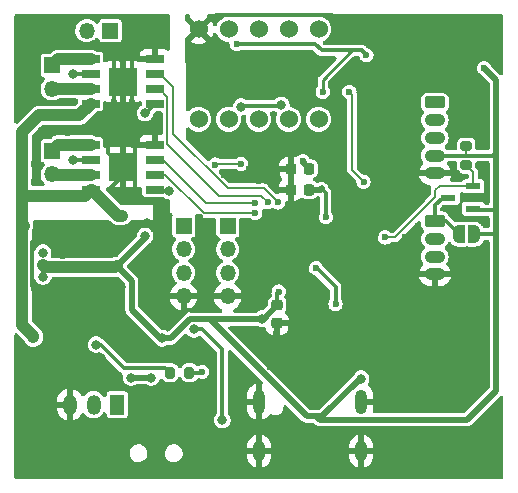
<source format=gbl>
%TF.GenerationSoftware,KiCad,Pcbnew,(6.0.4)*%
%TF.CreationDate,2022-12-28T21:19:57+09:00*%
%TF.ProjectId,prometheus-em,70726f6d-6574-4686-9575-732d656d2e6b,rev?*%
%TF.SameCoordinates,Original*%
%TF.FileFunction,Copper,L2,Bot*%
%TF.FilePolarity,Positive*%
%FSLAX46Y46*%
G04 Gerber Fmt 4.6, Leading zero omitted, Abs format (unit mm)*
G04 Created by KiCad (PCBNEW (6.0.4)) date 2022-12-28 21:19:57*
%MOMM*%
%LPD*%
G01*
G04 APERTURE LIST*
G04 Aperture macros list*
%AMRoundRect*
0 Rectangle with rounded corners*
0 $1 Rounding radius*
0 $2 $3 $4 $5 $6 $7 $8 $9 X,Y pos of 4 corners*
0 Add a 4 corners polygon primitive as box body*
4,1,4,$2,$3,$4,$5,$6,$7,$8,$9,$2,$3,0*
0 Add four circle primitives for the rounded corners*
1,1,$1+$1,$2,$3*
1,1,$1+$1,$4,$5*
1,1,$1+$1,$6,$7*
1,1,$1+$1,$8,$9*
0 Add four rect primitives between the rounded corners*
20,1,$1+$1,$2,$3,$4,$5,0*
20,1,$1+$1,$4,$5,$6,$7,0*
20,1,$1+$1,$6,$7,$8,$9,0*
20,1,$1+$1,$8,$9,$2,$3,0*%
%AMFreePoly0*
4,1,22,0.500000,-0.750000,0.000000,-0.750000,0.000000,-0.745033,-0.079941,-0.743568,-0.215256,-0.701293,-0.333266,-0.622738,-0.424486,-0.514219,-0.481581,-0.384460,-0.499164,-0.250000,-0.500000,-0.250000,-0.500000,0.250000,-0.499164,0.250000,-0.499963,0.256109,-0.478152,0.396186,-0.417904,0.524511,-0.324060,0.630769,-0.204165,0.706417,-0.067858,0.745374,0.000000,0.744959,0.000000,0.750000,
0.500000,0.750000,0.500000,-0.750000,0.500000,-0.750000,$1*%
%AMFreePoly1*
4,1,20,0.000000,0.744959,0.073905,0.744508,0.209726,0.703889,0.328688,0.626782,0.421226,0.519385,0.479903,0.390333,0.500000,0.250000,0.500000,-0.250000,0.499851,-0.262216,0.476331,-0.402017,0.414519,-0.529596,0.319384,-0.634700,0.198574,-0.708877,0.061801,-0.746166,0.000000,-0.745033,0.000000,-0.750000,-0.500000,-0.750000,-0.500000,0.750000,0.000000,0.750000,0.000000,0.744959,
0.000000,0.744959,$1*%
G04 Aperture macros list end*
%TA.AperFunction,ComponentPad*%
%ADD10R,1.350000X1.350000*%
%TD*%
%TA.AperFunction,ComponentPad*%
%ADD11O,1.350000X1.350000*%
%TD*%
%TA.AperFunction,ComponentPad*%
%ADD12RoundRect,0.250000X-0.615000X0.265000X-0.615000X-0.265000X0.615000X-0.265000X0.615000X0.265000X0*%
%TD*%
%TA.AperFunction,ComponentPad*%
%ADD13O,1.730000X1.030000*%
%TD*%
%TA.AperFunction,ComponentPad*%
%ADD14O,1.000000X1.800000*%
%TD*%
%TA.AperFunction,ComponentPad*%
%ADD15O,1.000000X2.100000*%
%TD*%
%TA.AperFunction,ComponentPad*%
%ADD16C,1.524000*%
%TD*%
%TA.AperFunction,SMDPad,CuDef*%
%ADD17R,1.300000X0.600000*%
%TD*%
%TA.AperFunction,SMDPad,CuDef*%
%ADD18RoundRect,0.225000X-0.250000X0.225000X-0.250000X-0.225000X0.250000X-0.225000X0.250000X0.225000X0*%
%TD*%
%TA.AperFunction,ComponentPad*%
%ADD19R,1.200000X1.700000*%
%TD*%
%TA.AperFunction,ComponentPad*%
%ADD20O,1.200000X1.700000*%
%TD*%
%TA.AperFunction,SMDPad,CuDef*%
%ADD21RoundRect,0.200000X-0.275000X0.200000X-0.275000X-0.200000X0.275000X-0.200000X0.275000X0.200000X0*%
%TD*%
%TA.AperFunction,SMDPad,CuDef*%
%ADD22FreePoly0,180.000000*%
%TD*%
%TA.AperFunction,SMDPad,CuDef*%
%ADD23FreePoly1,180.000000*%
%TD*%
%TA.AperFunction,SMDPad,CuDef*%
%ADD24RoundRect,0.225000X0.225000X0.250000X-0.225000X0.250000X-0.225000X-0.250000X0.225000X-0.250000X0*%
%TD*%
%TA.AperFunction,SMDPad,CuDef*%
%ADD25RoundRect,0.200000X-0.200000X-0.275000X0.200000X-0.275000X0.200000X0.275000X-0.200000X0.275000X0*%
%TD*%
%TA.AperFunction,SMDPad,CuDef*%
%ADD26R,1.525000X0.650000*%
%TD*%
%TA.AperFunction,SMDPad,CuDef*%
%ADD27R,2.390000X2.390000*%
%TD*%
%TA.AperFunction,ViaPad*%
%ADD28C,0.800000*%
%TD*%
%TA.AperFunction,ViaPad*%
%ADD29C,0.600000*%
%TD*%
%TA.AperFunction,Conductor*%
%ADD30C,0.200000*%
%TD*%
%TA.AperFunction,Conductor*%
%ADD31C,0.500000*%
%TD*%
%TA.AperFunction,Conductor*%
%ADD32C,1.000000*%
%TD*%
%TA.AperFunction,Conductor*%
%ADD33C,0.350000*%
%TD*%
%TA.AperFunction,Conductor*%
%ADD34C,0.250000*%
%TD*%
G04 APERTURE END LIST*
D10*
%TO.P,J8,1,Pin_1*%
%TO.N,Net-(J8-Pad1)*%
X44434000Y-37719000D03*
D11*
%TO.P,J8,2,Pin_2*%
%TO.N,/7V4*%
X42434000Y-37719000D03*
%TD*%
D12*
%TO.P,J4,1,Pin_1*%
%TO.N,/GPIO14_ToF_RST*%
X71900000Y-43800000D03*
D13*
%TO.P,J4,2,Pin_2*%
%TO.N,/GPIO9_ToF_SCL*%
X71900000Y-45300000D03*
%TO.P,J4,3,Pin_3*%
%TO.N,/GPIO8_ToF_SDA*%
X71900000Y-46800000D03*
%TO.P,J4,4,Pin_4*%
%TO.N,+3V3*%
X71900000Y-48300000D03*
%TO.P,J4,5,Pin_5*%
%TO.N,GND*%
X71900000Y-49800000D03*
%TD*%
D10*
%TO.P,J3,1,Pin_1*%
%TO.N,+3V3*%
X54356000Y-54226200D03*
D11*
%TO.P,J3,2,Pin_2*%
%TO.N,/GPIO23_MOE_B1*%
X54356000Y-56226200D03*
%TO.P,J3,3,Pin_3*%
%TO.N,/GPIO25_MOE_B2*%
X54356000Y-58226200D03*
%TO.P,J3,4,Pin_4*%
%TO.N,GND*%
X54356000Y-60226200D03*
%TD*%
D10*
%TO.P,J1,1,Pin_1*%
%TO.N,+3V3*%
X50622200Y-54226200D03*
D11*
%TO.P,J1,2,Pin_2*%
%TO.N,/GPIO22_MOE_A1*%
X50622200Y-56226200D03*
%TO.P,J1,3,Pin_3*%
%TO.N,/GPIO24_MOE_A2*%
X50622200Y-58226200D03*
%TO.P,J1,4,Pin_4*%
%TO.N,GND*%
X50622200Y-60226200D03*
%TD*%
D12*
%TO.P,J2,1,Pin_1*%
%TO.N,Net-(J2-Pad1)*%
X71900000Y-53850000D03*
D13*
%TO.P,J2,2,Pin_2*%
%TO.N,/GPIO5_GNSS_RX*%
X71900000Y-55350000D03*
%TO.P,J2,3,Pin_3*%
%TO.N,/GPIO4_GNSS_TX*%
X71900000Y-56850000D03*
%TO.P,J2,4,Pin_4*%
%TO.N,GND*%
X71900000Y-58350000D03*
%TD*%
D14*
%TO.P,U1,SHIELD,SHIELD*%
%TO.N,GND*%
X65661000Y-73329000D03*
D15*
X57021000Y-69149000D03*
D14*
X57021000Y-73329000D03*
D15*
X65661000Y-69149000D03*
%TD*%
D16*
%TO.P,U2,1,VDD*%
%TO.N,+1V8*%
X51896000Y-45229000D03*
%TO.P,U2,2,VDDIO*%
X54436000Y-45229000D03*
%TO.P,U2,3,SCL*%
%TO.N,/IMU_SCL*%
X56976000Y-45229000D03*
%TO.P,U2,4,SDA*%
%TO.N,/IMU_SDA*%
X59516000Y-45229000D03*
%TO.P,U2,5,AD0*%
%TO.N,Net-(R30-Pad2)*%
X62056000Y-45229000D03*
%TO.P,U2,6,CS*%
%TO.N,+1V8*%
X62056000Y-37609000D03*
%TO.P,U2,7,AUX_CL*%
%TO.N,unconnected-(U2-Pad7)*%
X59516000Y-37609000D03*
%TO.P,U2,8,AUX_DA*%
%TO.N,unconnected-(U2-Pad8)*%
X56976000Y-37609000D03*
%TO.P,U2,9,INT*%
%TO.N,unconnected-(U2-Pad9)*%
X54436000Y-37609000D03*
%TO.P,U2,10,GND*%
%TO.N,GND*%
X51896000Y-37609000D03*
%TD*%
D17*
%TO.P,Q4,1*%
%TO.N,/GPIO7_GNSS_RST*%
X75150000Y-50900000D03*
%TO.P,Q4,2*%
%TO.N,+3V3*%
X75150000Y-52800000D03*
%TO.P,Q4,3*%
%TO.N,Net-(J2-Pad1)*%
X73050000Y-51850000D03*
%TD*%
D18*
%TO.P,C10,1*%
%TO.N,+3V3*%
X58547000Y-60960000D03*
%TO.P,C10,2*%
%TO.N,GND*%
X58547000Y-62510000D03*
%TD*%
D10*
%TO.P,J5,1,Pin_1*%
%TO.N,/M1_PLUS*%
X39497000Y-47895000D03*
D11*
%TO.P,J5,2,Pin_2*%
%TO.N,/M1_MINUS*%
X39497000Y-49895000D03*
%TD*%
D19*
%TO.P,J7,1,Pin_1*%
%TO.N,/BAT_IN*%
X45000000Y-69381200D03*
D20*
%TO.P,J7,2,Pin_2*%
%TO.N,unconnected-(J7-Pad2)*%
X43000000Y-69381200D03*
%TO.P,J7,3,Pin_3*%
%TO.N,GND*%
X41000000Y-69381200D03*
%TD*%
D21*
%TO.P,R23,1*%
%TO.N,+3V3*%
X74550000Y-47475000D03*
%TO.P,R23,2*%
%TO.N,/GPIO7_GNSS_RST*%
X74550000Y-49125000D03*
%TD*%
D22*
%TO.P,JP1,1,A*%
%TO.N,+3V3*%
X75250000Y-54950000D03*
D23*
%TO.P,JP1,2,B*%
%TO.N,Net-(J2-Pad1)*%
X73950000Y-54950000D03*
%TD*%
D24*
%TO.P,C6,1*%
%TO.N,+1V1*%
X61227000Y-51181000D03*
%TO.P,C6,2*%
%TO.N,GND*%
X59677000Y-51181000D03*
%TD*%
D25*
%TO.P,R17,1*%
%TO.N,/7V4*%
X49467000Y-66675000D03*
%TO.P,R17,2*%
%TO.N,Net-(C14-Pad1)*%
X51117000Y-66675000D03*
%TD*%
D26*
%TO.P,IC4,1,GND*%
%TO.N,GND*%
X48178000Y-47371000D03*
%TO.P,IC4,2,IN2*%
%TO.N,/GPIO20_MO_A1*%
X48178000Y-48641000D03*
%TO.P,IC4,3,IN1*%
%TO.N,/GPIO21_MO_A2*%
X48178000Y-49911000D03*
%TO.P,IC4,4,VREF*%
%TO.N,/3V3A*%
X48178000Y-51181000D03*
%TO.P,IC4,5,VM*%
%TO.N,/7V4*%
X42754000Y-51181000D03*
%TO.P,IC4,6,OUT1*%
%TO.N,/M1_MINUS*%
X42754000Y-49911000D03*
%TO.P,IC4,7,RS*%
%TO.N,Net-(IC4-Pad7)*%
X42754000Y-48641000D03*
%TO.P,IC4,8,OUT2*%
%TO.N,/M1_PLUS*%
X42754000Y-47371000D03*
D27*
%TO.P,IC4,9,EP*%
%TO.N,GND*%
X45466000Y-49276000D03*
%TD*%
D24*
%TO.P,C5,1*%
%TO.N,+3V3*%
X61227000Y-49403000D03*
%TO.P,C5,2*%
%TO.N,GND*%
X59677000Y-49403000D03*
%TD*%
D26*
%TO.P,IC5,1,GND*%
%TO.N,GND*%
X48178000Y-40132000D03*
%TO.P,IC5,2,IN2*%
%TO.N,/GPIO18_MO_B1*%
X48178000Y-41402000D03*
%TO.P,IC5,3,IN1*%
%TO.N,/GPIO19_MO_B2*%
X48178000Y-42672000D03*
%TO.P,IC5,4,VREF*%
%TO.N,/3V3A*%
X48178000Y-43942000D03*
%TO.P,IC5,5,VM*%
%TO.N,/7V4*%
X42754000Y-43942000D03*
%TO.P,IC5,6,OUT1*%
%TO.N,/M2_MINUS*%
X42754000Y-42672000D03*
%TO.P,IC5,7,RS*%
%TO.N,Net-(IC5-Pad7)*%
X42754000Y-41402000D03*
%TO.P,IC5,8,OUT2*%
%TO.N,/M2_PLUS*%
X42754000Y-40132000D03*
D27*
%TO.P,IC5,9,EP*%
%TO.N,GND*%
X45466000Y-42037000D03*
%TD*%
D10*
%TO.P,J6,1,Pin_1*%
%TO.N,/M2_PLUS*%
X39497000Y-40656000D03*
D11*
%TO.P,J6,2,Pin_2*%
%TO.N,/M2_MINUS*%
X39497000Y-42656000D03*
%TD*%
D28*
%TO.N,+3V3*%
X38735000Y-57531000D03*
X65659000Y-67183000D03*
D29*
X55118000Y-38862000D03*
X58674000Y-59817000D03*
X66100000Y-39800000D03*
X62400000Y-42900000D03*
D28*
X38735000Y-58547000D03*
D29*
X60705000Y-48769000D03*
D28*
X38735000Y-56515000D03*
X48810723Y-63766500D03*
X57277000Y-62103000D03*
D29*
X76073000Y-40894000D03*
D28*
X47371000Y-55118000D03*
D29*
%TO.N,GND*%
X36750000Y-39000000D03*
X58200000Y-46000000D03*
X58500000Y-73500000D03*
X52000000Y-53500000D03*
X60100000Y-39900000D03*
X38000000Y-59500000D03*
X71000000Y-64250000D03*
X73750000Y-71500000D03*
X38000000Y-49000000D03*
X77000000Y-40250000D03*
X72500000Y-66250000D03*
X76000000Y-74500000D03*
X54400000Y-47800000D03*
X55800000Y-46200000D03*
X51250000Y-40500000D03*
X40800000Y-46371500D03*
X65500000Y-64750000D03*
X63600000Y-42800000D03*
X72000000Y-68000000D03*
X38000000Y-41750000D03*
X72500000Y-64250000D03*
X65151000Y-66167000D03*
X69000000Y-41750000D03*
X57250000Y-64250000D03*
X65300000Y-38200000D03*
X64389000Y-56769000D03*
X64389000Y-55626000D03*
X63246000Y-55626000D03*
D28*
X51600000Y-71100000D03*
D29*
X63246000Y-54483000D03*
X53000000Y-36750000D03*
X73150000Y-56150000D03*
X70739000Y-36703000D03*
X67000000Y-71500000D03*
X58500000Y-72000000D03*
X47500000Y-37250000D03*
D28*
X42500000Y-75000000D03*
D29*
X71000000Y-66250000D03*
X70200000Y-58200000D03*
X41250000Y-43750000D03*
X70000000Y-43750000D03*
X63246000Y-65151000D03*
X72250000Y-37000000D03*
X48767138Y-62165249D03*
X71150000Y-51150000D03*
X69300000Y-57200000D03*
X62103000Y-54483000D03*
X47000000Y-60750000D03*
X63500000Y-72000000D03*
X69500000Y-66250000D03*
X75438000Y-36957000D03*
X76000000Y-45750000D03*
X46000000Y-36750000D03*
X63881000Y-48641000D03*
X69250000Y-71500000D03*
X38000000Y-50500000D03*
X76339500Y-52100000D03*
X61000000Y-75000000D03*
X59250000Y-64500000D03*
X58500000Y-75000000D03*
X36750000Y-36750000D03*
D28*
X47500000Y-38250000D03*
D29*
X40386000Y-56769000D03*
X69215000Y-68072000D03*
X58500000Y-49750000D03*
X49000000Y-59250000D03*
X66200000Y-44500000D03*
X52959000Y-60198000D03*
X63800000Y-38200000D03*
X67250000Y-69250000D03*
X74250000Y-69500000D03*
D28*
X56000000Y-67500000D03*
D29*
X53000000Y-38500000D03*
X56134000Y-54610000D03*
X52500000Y-59250000D03*
X40500000Y-39000000D03*
X76000000Y-44000000D03*
D28*
X48500000Y-75000000D03*
D29*
X52500000Y-56250000D03*
X77000000Y-38250000D03*
X63500000Y-75000000D03*
D28*
X48768000Y-52578000D03*
D29*
X69000000Y-37000000D03*
X53250000Y-75250000D03*
X69500000Y-64250000D03*
X41529000Y-56642000D03*
X50444400Y-65506600D03*
X54074911Y-49925089D03*
X70500000Y-69250000D03*
X73914000Y-36703000D03*
X68000000Y-44500000D03*
X58500000Y-48500000D03*
X48750000Y-37250000D03*
X53000000Y-46400000D03*
X63246000Y-56769000D03*
D28*
X43500000Y-61000000D03*
D29*
X75750000Y-67250000D03*
X46250000Y-43750000D03*
X76000000Y-56250000D03*
D28*
X37000000Y-73000000D03*
D29*
X69400000Y-55226500D03*
X53050000Y-61300000D03*
X64166197Y-46392437D03*
X63750000Y-67250000D03*
X71000000Y-42250000D03*
X42580421Y-45964051D03*
D28*
X41021000Y-59436000D03*
D29*
X76000000Y-57750000D03*
X54864000Y-40386000D03*
X65250000Y-37000000D03*
X61000000Y-73500000D03*
X70450000Y-54250000D03*
X55750000Y-59250000D03*
X44750000Y-43750000D03*
X72250000Y-61250000D03*
D28*
X45293964Y-59456036D03*
D29*
X48768000Y-60706000D03*
X62500000Y-48750000D03*
X73750000Y-74500000D03*
D28*
X52438500Y-69626680D03*
D29*
X61000000Y-72000000D03*
X46000000Y-52250000D03*
X49000000Y-57250000D03*
X76000000Y-49250000D03*
X64389000Y-65151000D03*
X62103000Y-55626000D03*
X67000000Y-74500000D03*
X62000000Y-40600000D03*
X55000000Y-70250000D03*
X76000000Y-71000000D03*
X73800000Y-49800000D03*
X56200000Y-49400000D03*
X46442500Y-47371000D03*
X76000000Y-42250000D03*
X76000000Y-59250000D03*
X48750000Y-38500000D03*
X38450000Y-54900000D03*
X63750000Y-37000000D03*
X55350000Y-63100000D03*
X53250000Y-72000000D03*
X63500000Y-73500000D03*
X57200000Y-61000000D03*
X73500000Y-61250000D03*
X54000000Y-43250000D03*
X47000000Y-59000000D03*
X64389000Y-54483000D03*
X46750000Y-57500000D03*
X50673000Y-61341000D03*
X72750000Y-52750000D03*
X46500000Y-51234819D03*
X74100000Y-58300000D03*
X51500000Y-41750000D03*
X67310000Y-36703000D03*
X48133000Y-45339000D03*
X71250000Y-74500000D03*
X59690000Y-62865000D03*
X69500000Y-62250000D03*
D28*
X47498000Y-53975000D03*
D29*
X52000000Y-43250000D03*
X60800000Y-46000000D03*
D28*
X40894000Y-61735000D03*
D29*
X41250000Y-38750000D03*
D28*
X39250000Y-68550000D03*
D29*
X59250000Y-67250000D03*
X71250000Y-71500000D03*
X38450000Y-62400000D03*
X42500000Y-39132500D03*
D28*
X39500000Y-75000000D03*
D29*
X57912000Y-66167000D03*
X57023000Y-50454500D03*
X62850000Y-49800000D03*
D28*
X46800000Y-39000000D03*
D29*
X73000000Y-42250000D03*
X69250000Y-74500000D03*
D28*
X43600000Y-65400000D03*
D29*
X76200000Y-53700000D03*
X53250000Y-73500000D03*
X62103000Y-56769000D03*
X44250000Y-47250000D03*
X40894000Y-55753000D03*
X76000000Y-47500000D03*
X39000000Y-36750000D03*
D28*
X38608000Y-46228000D03*
D29*
X69200000Y-53650000D03*
X52000000Y-60250000D03*
D28*
X55500000Y-66250000D03*
D29*
X58420000Y-63373000D03*
X50673000Y-67818000D03*
X48600000Y-65600000D03*
X74350000Y-51800000D03*
D28*
X37000000Y-75000000D03*
D29*
%TO.N,+1V1*%
X63487827Y-60880673D03*
X62305139Y-51134301D03*
X62661800Y-53517800D03*
X61849000Y-57835800D03*
%TO.N,Net-(C14-Pad1)*%
X52193902Y-66600000D03*
D28*
%TO.N,/7V4*%
X43200000Y-64300000D03*
X36957000Y-62611000D03*
X45400000Y-53400000D03*
X36957000Y-49657000D03*
X36957000Y-48006000D03*
X36957000Y-54991000D03*
X37000000Y-46250000D03*
X36957000Y-53213000D03*
X36957000Y-58674000D03*
X36957000Y-56896000D03*
X37907500Y-63688500D03*
X40300000Y-44900000D03*
X36957000Y-60579000D03*
X36957000Y-51435000D03*
D29*
%TO.N,/GPIO18_MO_B1*%
X58605112Y-52265887D03*
%TO.N,/GPIO19_MO_B2*%
X57736702Y-52245299D03*
D28*
%TO.N,Net-(IC4-Pad7)*%
X41275000Y-48641000D03*
%TO.N,Net-(IC5-Pad7)*%
X41250000Y-41402000D03*
%TO.N,+1V8*%
X55499000Y-44166000D03*
X58900000Y-44000000D03*
%TO.N,Net-(IC7-Pad1)*%
X46172400Y-67100000D03*
X47871400Y-67100000D03*
%TO.N,/VREG*%
X53900000Y-70700000D03*
X51507336Y-63022009D03*
D29*
%TO.N,/RUN*%
X55500000Y-49007895D03*
X53297089Y-49064911D03*
%TO.N,/GPIO7_GNSS_RST*%
X67690500Y-55225500D03*
%TO.N,/GPIO21_MO_A2*%
X56700000Y-53173500D03*
%TO.N,/GPIO20_MO_A1*%
X56700000Y-52350000D03*
D28*
%TO.N,/3V3A*%
X47371000Y-44704000D03*
X49403817Y-51282061D03*
D29*
%TO.N,/GPIO14_IMU_SDA*%
X64660306Y-42900000D03*
X65859317Y-50510357D03*
%TD*%
D30*
%TO.N,+3V3*%
X74550000Y-47475000D02*
X74550000Y-48300000D01*
D31*
X51172103Y-62155867D02*
X52757867Y-62155867D01*
X77089000Y-47911000D02*
X77089000Y-48011000D01*
D32*
X38735000Y-57531000D02*
X38972511Y-57768511D01*
D33*
X38735000Y-58547000D02*
X38862000Y-58420000D01*
D31*
X60705000Y-48881000D02*
X61227000Y-49403000D01*
X77089000Y-41910000D02*
X77089000Y-47911000D01*
D33*
X58547000Y-59944000D02*
X58674000Y-59817000D01*
X75250000Y-54950000D02*
X76928000Y-54950000D01*
X61766668Y-38862000D02*
X55118000Y-38862000D01*
D31*
X76073000Y-40894000D02*
X77089000Y-41910000D01*
X77089000Y-48011000D02*
X77089000Y-52911000D01*
X48653500Y-63766500D02*
X46250000Y-61363000D01*
X62139520Y-70648520D02*
X61849000Y-70358000D01*
X61849000Y-70358000D02*
X61043030Y-70358000D01*
X57224133Y-62155867D02*
X52757867Y-62155867D01*
X46250000Y-61363000D02*
X46250000Y-58950000D01*
X46250000Y-58950000D02*
X44958000Y-57658000D01*
X77089000Y-68199000D02*
X74639480Y-70648520D01*
D33*
X65700000Y-39400000D02*
X62304668Y-39400000D01*
D31*
X60705000Y-48769000D02*
X60705000Y-48881000D01*
X57277000Y-62103000D02*
X57224133Y-62155867D01*
D33*
X58547000Y-60960000D02*
X58547000Y-59944000D01*
D34*
X62400000Y-42900000D02*
X62400000Y-41900000D01*
D31*
X47371000Y-55245000D02*
X44958000Y-57658000D01*
X47371000Y-55118000D02*
X47371000Y-55245000D01*
X52840897Y-62155867D02*
X52757867Y-62155867D01*
D33*
X74550000Y-48300000D02*
X76800000Y-48300000D01*
X76800000Y-48300000D02*
X77089000Y-48011000D01*
X77075489Y-52924511D02*
X77089000Y-52911000D01*
D31*
X48810723Y-63766500D02*
X48653500Y-63766500D01*
D34*
X62400000Y-41900000D02*
X64900000Y-39400000D01*
D33*
X65659000Y-67183000D02*
X65637016Y-67183000D01*
D31*
X62355950Y-70358000D02*
X61849000Y-70358000D01*
D34*
X64900000Y-39400000D02*
X65700000Y-39400000D01*
D33*
X71900000Y-48300000D02*
X74550000Y-48300000D01*
X77028000Y-53850000D02*
X77089000Y-53911000D01*
X76928000Y-54950000D02*
X77089000Y-55111000D01*
D32*
X38972511Y-57768511D02*
X44847489Y-57768511D01*
D31*
X65530950Y-67183000D02*
X62355950Y-70358000D01*
D33*
X66100000Y-39800000D02*
X65700000Y-39400000D01*
D32*
X44847489Y-57768511D02*
X44958000Y-57658000D01*
D31*
X77089000Y-53911000D02*
X77089000Y-55111000D01*
X77089000Y-52911000D02*
X77089000Y-53911000D01*
X57404000Y-62103000D02*
X58547000Y-60960000D01*
X77089000Y-55111000D02*
X77089000Y-68199000D01*
X48810723Y-63766500D02*
X49561470Y-63766500D01*
D33*
X75150000Y-52800000D02*
X75274511Y-52924511D01*
X75274511Y-52924511D02*
X77075489Y-52924511D01*
D31*
X57277000Y-62103000D02*
X57404000Y-62103000D01*
X65659000Y-67183000D02*
X65530950Y-67183000D01*
D33*
X62304668Y-39400000D02*
X61766668Y-38862000D01*
D31*
X61043030Y-70358000D02*
X52840897Y-62155867D01*
X49561470Y-63766500D02*
X51172103Y-62155867D01*
X74639480Y-70648520D02*
X62139520Y-70648520D01*
D33*
X38735000Y-57531000D02*
X38735000Y-58547000D01*
%TO.N,GND*%
X63150000Y-36400000D02*
X63750000Y-37000000D01*
X46500000Y-47428500D02*
X46442500Y-47371000D01*
X45466000Y-49276000D02*
X45466000Y-50034000D01*
X46250000Y-40250000D02*
X46250000Y-43750000D01*
X44250000Y-48060000D02*
X45466000Y-49276000D01*
D31*
X48178000Y-47371000D02*
X46442500Y-47371000D01*
D33*
X45466000Y-50034000D02*
X44250000Y-51250000D01*
X53000000Y-36750000D02*
X53350000Y-36400000D01*
X37831520Y-55581520D02*
X37831520Y-59331520D01*
X38450000Y-54963040D02*
X37831520Y-55581520D01*
X53350000Y-36400000D02*
X63150000Y-36400000D01*
X44750000Y-40250000D02*
X44750000Y-43750000D01*
X50673000Y-61341000D02*
X51409000Y-61341000D01*
X44250000Y-47250000D02*
X44250000Y-48060000D01*
X37831520Y-59331520D02*
X38000000Y-59500000D01*
D30*
X74350000Y-51800000D02*
X74350000Y-52099022D01*
D33*
X38450000Y-54900000D02*
X38450000Y-54963040D01*
D30*
X73699022Y-52750000D02*
X72750000Y-52750000D01*
X74350000Y-52099022D02*
X73699022Y-52750000D01*
D33*
X46500000Y-51250000D02*
X46500000Y-47428500D01*
%TO.N,+1V1*%
X62661800Y-53517800D02*
X62661800Y-51490962D01*
D31*
X62305139Y-51134301D02*
X62354214Y-51085226D01*
X61227000Y-51181000D02*
X62258440Y-51181000D01*
D33*
X61899800Y-57835800D02*
X63487827Y-59423827D01*
X61849000Y-57835800D02*
X61899800Y-57835800D01*
D31*
X62258440Y-51181000D02*
X62305139Y-51134301D01*
D33*
X62661800Y-51490962D02*
X62305139Y-51134301D01*
X63487827Y-59423827D02*
X63487827Y-60880673D01*
%TO.N,Net-(C14-Pad1)*%
X52118902Y-66675000D02*
X51117000Y-66675000D01*
X52193902Y-66600000D02*
X52118902Y-66675000D01*
D32*
%TO.N,/7V4*%
X45100000Y-53400000D02*
X42881000Y-51181000D01*
D33*
X43200000Y-64300000D02*
X43595325Y-64300000D01*
D32*
X37084000Y-54229000D02*
X36957000Y-54102000D01*
X40300000Y-44900000D02*
X38381056Y-44900000D01*
X36957000Y-51435000D02*
X37211000Y-51689000D01*
X37211000Y-51689000D02*
X42246000Y-51689000D01*
X41796000Y-44900000D02*
X42754000Y-43942000D01*
X38381056Y-44900000D02*
X37031056Y-46250000D01*
X37907500Y-63561500D02*
X36957000Y-62611000D01*
X36957000Y-46293000D02*
X36957000Y-51435000D01*
D33*
X49092000Y-66300000D02*
X49467000Y-66675000D01*
D32*
X36957000Y-51435000D02*
X36957000Y-54102000D01*
X40300000Y-44900000D02*
X41796000Y-44900000D01*
X36957000Y-62611000D02*
X36957000Y-56896000D01*
X37000000Y-46250000D02*
X36957000Y-46293000D01*
X42246000Y-51689000D02*
X42754000Y-51181000D01*
X36957000Y-54102000D02*
X36957000Y-56896000D01*
D33*
X43595325Y-64300000D02*
X45595325Y-66300000D01*
D32*
X37031056Y-46250000D02*
X37000000Y-46250000D01*
D33*
X45595325Y-66300000D02*
X49092000Y-66300000D01*
D32*
X37907500Y-63688500D02*
X37907500Y-63561500D01*
X42881000Y-51181000D02*
X42754000Y-51181000D01*
X45400000Y-53400000D02*
X45100000Y-53400000D01*
D30*
%TO.N,/GPIO18_MO_B1*%
X49750000Y-46448000D02*
X49750000Y-42536500D01*
X57393225Y-51054000D02*
X54356000Y-51054000D01*
X48615500Y-41402000D02*
X48178000Y-41402000D01*
X58605112Y-52265887D02*
X57393225Y-51054000D01*
X49750000Y-42536500D02*
X48615500Y-41402000D01*
X54356000Y-51054000D02*
X49750000Y-46448000D01*
%TO.N,/GPIO19_MO_B2*%
X57180403Y-51689000D02*
X53594000Y-51689000D01*
X48615500Y-42672000D02*
X48178000Y-42672000D01*
X53594000Y-51689000D02*
X49250000Y-47345000D01*
X49250000Y-47345000D02*
X49250000Y-43306500D01*
X49250000Y-43306500D02*
X48615500Y-42672000D01*
X57736702Y-52245299D02*
X57180403Y-51689000D01*
D32*
%TO.N,/M1_MINUS*%
X42754000Y-49911000D02*
X39513000Y-49911000D01*
X39513000Y-49911000D02*
X39497000Y-49895000D01*
D33*
%TO.N,Net-(IC4-Pad7)*%
X41529000Y-48641000D02*
X41275000Y-48641000D01*
X42754000Y-48641000D02*
X41529000Y-48641000D01*
D32*
%TO.N,/M1_PLUS*%
X40021000Y-47371000D02*
X39497000Y-47895000D01*
X42754000Y-47371000D02*
X40021000Y-47371000D01*
%TO.N,/M2_MINUS*%
X39497000Y-42656000D02*
X42738000Y-42656000D01*
X42738000Y-42656000D02*
X42754000Y-42672000D01*
D33*
%TO.N,Net-(IC5-Pad7)*%
X41250000Y-41402000D02*
X42754000Y-41402000D01*
D32*
%TO.N,/M2_PLUS*%
X40021000Y-40132000D02*
X39497000Y-40656000D01*
X42754000Y-40132000D02*
X40021000Y-40132000D01*
D33*
%TO.N,+1V8*%
X55572511Y-44092489D02*
X55499000Y-44166000D01*
X58900000Y-44000000D02*
X58807511Y-44092489D01*
X58807511Y-44092489D02*
X55572511Y-44092489D01*
D31*
%TO.N,Net-(IC7-Pad1)*%
X47871400Y-67100000D02*
X46172400Y-67100000D01*
D33*
%TO.N,/VREG*%
X53900000Y-64700000D02*
X52222009Y-63022009D01*
X53900000Y-70700000D02*
X53900000Y-64700000D01*
X52222009Y-63022009D02*
X51507336Y-63022009D01*
D30*
%TO.N,/RUN*%
X53361511Y-49000489D02*
X53297089Y-49064911D01*
X55500000Y-49007895D02*
X55492594Y-49000489D01*
X55492594Y-49000489D02*
X53361511Y-49000489D01*
%TO.N,/GPIO7_GNSS_RST*%
X74550000Y-49125000D02*
X75150000Y-49725000D01*
X67690500Y-55225500D02*
X68524500Y-55225500D01*
X71950000Y-51778928D02*
X71950000Y-51250000D01*
X71425481Y-52303447D02*
X71950000Y-51778928D01*
X71425480Y-52324520D02*
X71425481Y-52303447D01*
X68524500Y-55225500D02*
X71425480Y-52324520D01*
X71950000Y-51250000D02*
X72300000Y-50900000D01*
X72300000Y-50900000D02*
X75150000Y-50900000D01*
X75150000Y-49725000D02*
X75150000Y-50900000D01*
%TO.N,/GPIO21_MO_A2*%
X49061000Y-49911000D02*
X48178000Y-49911000D01*
X52323500Y-53173500D02*
X49061000Y-49911000D01*
X56700000Y-53173500D02*
X52323500Y-53173500D01*
D33*
X56700000Y-53173500D02*
X56676500Y-53150000D01*
D30*
%TO.N,/GPIO20_MO_A1*%
X56700000Y-52350000D02*
X52559340Y-52350000D01*
X48850340Y-48641000D02*
X48178000Y-48641000D01*
X52559340Y-52350000D02*
X48850340Y-48641000D01*
D33*
%TO.N,/3V3A*%
X47416000Y-44704000D02*
X48178000Y-43942000D01*
X48279061Y-51282061D02*
X48178000Y-51181000D01*
X49403817Y-51282061D02*
X48279061Y-51282061D01*
X47371000Y-44704000D02*
X47416000Y-44704000D01*
D30*
%TO.N,/GPIO14_IMU_SDA*%
X64897000Y-49548040D02*
X65859317Y-50510357D01*
X64660306Y-42900000D02*
X64897000Y-43136694D01*
X64897000Y-43136694D02*
X64897000Y-49548040D01*
D33*
%TO.N,Net-(J2-Pad1)*%
X73050000Y-51850000D02*
X72550000Y-51850000D01*
X73950000Y-54950000D02*
X72850000Y-53850000D01*
X71900000Y-52500000D02*
X71900000Y-53850000D01*
X72850000Y-53850000D02*
X71900000Y-53850000D01*
X72550000Y-51850000D02*
X71900000Y-52500000D01*
%TD*%
%TA.AperFunction,Conductor*%
%TO.N,GND*%
G36*
X45069947Y-58569206D02*
G01*
X45129747Y-58608271D01*
X45648537Y-59127061D01*
X45691621Y-59198332D01*
X45699500Y-59250098D01*
X45699500Y-61346999D01*
X45699347Y-61354285D01*
X45696790Y-61415294D01*
X45699499Y-61426843D01*
X45699499Y-61426845D01*
X45706210Y-61455459D01*
X45709197Y-61471575D01*
X45709741Y-61475542D01*
X45714794Y-61512432D01*
X45719503Y-61523313D01*
X45720067Y-61525334D01*
X45727774Y-61548636D01*
X45728524Y-61550590D01*
X45731232Y-61562136D01*
X45736945Y-61572528D01*
X45751107Y-61598289D01*
X45758315Y-61613003D01*
X45774695Y-61650855D01*
X45782159Y-61660073D01*
X45783248Y-61661871D01*
X45798711Y-61684883D01*
X45803893Y-61694308D01*
X45810897Y-61702422D01*
X45833664Y-61725189D01*
X45845850Y-61738724D01*
X45862147Y-61758850D01*
X45862150Y-61758853D01*
X45869614Y-61768070D01*
X45881657Y-61776629D01*
X45903897Y-61795422D01*
X48151526Y-64043050D01*
X48180605Y-64083075D01*
X48181989Y-64086856D01*
X48276553Y-64227583D01*
X48284315Y-64234646D01*
X48284316Y-64234647D01*
X48333669Y-64279555D01*
X48401956Y-64341691D01*
X48433758Y-64358958D01*
X48538449Y-64415800D01*
X48550958Y-64422592D01*
X48561102Y-64425253D01*
X48561104Y-64425254D01*
X48589754Y-64432770D01*
X48714956Y-64465616D01*
X48725437Y-64465781D01*
X48725440Y-64465781D01*
X48803643Y-64467009D01*
X48884483Y-64468279D01*
X48894703Y-64465938D01*
X48894706Y-64465938D01*
X49039526Y-64432770D01*
X49049752Y-64430428D01*
X49201221Y-64354247D01*
X49209196Y-64347436D01*
X49211247Y-64346073D01*
X49289628Y-64317924D01*
X49307539Y-64317000D01*
X49545469Y-64317000D01*
X49552756Y-64317153D01*
X49613764Y-64319710D01*
X49625313Y-64317001D01*
X49625315Y-64317001D01*
X49653929Y-64310290D01*
X49670045Y-64307303D01*
X49699152Y-64303316D01*
X49699155Y-64303315D01*
X49710902Y-64301706D01*
X49721783Y-64296997D01*
X49723804Y-64296433D01*
X49747106Y-64288726D01*
X49749060Y-64287976D01*
X49760606Y-64285268D01*
X49796758Y-64265393D01*
X49811473Y-64258185D01*
X49849325Y-64241805D01*
X49858543Y-64234341D01*
X49860341Y-64233252D01*
X49883354Y-64217788D01*
X49884787Y-64217000D01*
X49892778Y-64212607D01*
X49900892Y-64205603D01*
X49923659Y-64182836D01*
X49937194Y-64170650D01*
X49957320Y-64154353D01*
X49957323Y-64154350D01*
X49966540Y-64146886D01*
X49975099Y-64134843D01*
X49993892Y-64112603D01*
X50683074Y-63423421D01*
X50754345Y-63380337D01*
X50837475Y-63375308D01*
X50913420Y-63409488D01*
X50950530Y-63449406D01*
X50973166Y-63483092D01*
X51098569Y-63597200D01*
X51247571Y-63678101D01*
X51257715Y-63680762D01*
X51257717Y-63680763D01*
X51286367Y-63688279D01*
X51411569Y-63721125D01*
X51422050Y-63721290D01*
X51422053Y-63721290D01*
X51500256Y-63722518D01*
X51581096Y-63723788D01*
X51591316Y-63721447D01*
X51591319Y-63721447D01*
X51736139Y-63688279D01*
X51746365Y-63685937D01*
X51897834Y-63609756D01*
X51905814Y-63602941D01*
X51914544Y-63597140D01*
X51915448Y-63598501D01*
X51979124Y-63566545D01*
X52062393Y-63568059D01*
X52140723Y-63613181D01*
X52760793Y-64233252D01*
X53373537Y-64845996D01*
X53416621Y-64917268D01*
X53424500Y-64969033D01*
X53424500Y-70108617D01*
X53404569Y-70189479D01*
X53381371Y-70222800D01*
X53375604Y-70227831D01*
X53369574Y-70236411D01*
X53369572Y-70236413D01*
X53340513Y-70277760D01*
X53278113Y-70366547D01*
X53216524Y-70524513D01*
X53215154Y-70534919D01*
X53199053Y-70657225D01*
X53194394Y-70692611D01*
X53195938Y-70706594D01*
X53210108Y-70834944D01*
X53212999Y-70861135D01*
X53216606Y-70870991D01*
X53216606Y-70870992D01*
X53224429Y-70892370D01*
X53271266Y-71020356D01*
X53277117Y-71029064D01*
X53277119Y-71029067D01*
X53303243Y-71067943D01*
X53365830Y-71161083D01*
X53373592Y-71168146D01*
X53373593Y-71168147D01*
X53412908Y-71203921D01*
X53491233Y-71275191D01*
X53640235Y-71356092D01*
X53650379Y-71358753D01*
X53650381Y-71358754D01*
X53679031Y-71366270D01*
X53804233Y-71399116D01*
X53814714Y-71399281D01*
X53814717Y-71399281D01*
X53892920Y-71400509D01*
X53973760Y-71401779D01*
X53983980Y-71399438D01*
X53983983Y-71399438D01*
X54128803Y-71366270D01*
X54139029Y-71363928D01*
X54290498Y-71287747D01*
X54419423Y-71177634D01*
X54518361Y-71039947D01*
X54522749Y-71029033D01*
X54577687Y-70892370D01*
X54581601Y-70882634D01*
X54601727Y-70741221D01*
X54604687Y-70720423D01*
X54604687Y-70720417D01*
X54605490Y-70714778D01*
X54605645Y-70700000D01*
X54603896Y-70685541D01*
X54586536Y-70542094D01*
X54585276Y-70531680D01*
X54536997Y-70403913D01*
X54529054Y-70382892D01*
X54529053Y-70382890D01*
X54525345Y-70373077D01*
X54519403Y-70364431D01*
X54435254Y-70241994D01*
X54435252Y-70241992D01*
X54429312Y-70233349D01*
X54421478Y-70226370D01*
X54418982Y-70223538D01*
X54380456Y-70149702D01*
X54375500Y-70108468D01*
X54375500Y-69744499D01*
X56013000Y-69744499D01*
X56013413Y-69752957D01*
X56026583Y-69887272D01*
X56029872Y-69903882D01*
X56082088Y-70076827D01*
X56088545Y-70092493D01*
X56173353Y-70251996D01*
X56182737Y-70266120D01*
X56296915Y-70406115D01*
X56308846Y-70418130D01*
X56448048Y-70533288D01*
X56462091Y-70542760D01*
X56621006Y-70628685D01*
X56636627Y-70635251D01*
X56746818Y-70669361D01*
X56764189Y-70670379D01*
X56767000Y-70657225D01*
X56767000Y-69424129D01*
X56762725Y-69406787D01*
X56752740Y-69403000D01*
X56034129Y-69403000D01*
X56016787Y-69407275D01*
X56013000Y-69417260D01*
X56013000Y-69744499D01*
X54375500Y-69744499D01*
X54375500Y-68873871D01*
X56013000Y-68873871D01*
X56017275Y-68891213D01*
X56027260Y-68895000D01*
X56745871Y-68895000D01*
X56763213Y-68890725D01*
X56767000Y-68880740D01*
X56767000Y-67644090D01*
X56762767Y-67626915D01*
X56749957Y-67627977D01*
X56649729Y-67657476D01*
X56634031Y-67663818D01*
X56473931Y-67747517D01*
X56459752Y-67756795D01*
X56318954Y-67869998D01*
X56306861Y-67881841D01*
X56190731Y-68020240D01*
X56181163Y-68034214D01*
X56094127Y-68192530D01*
X56087456Y-68208096D01*
X56032831Y-68380298D01*
X56029309Y-68396865D01*
X56013541Y-68537435D01*
X56013000Y-68547121D01*
X56013000Y-68873871D01*
X54375500Y-68873871D01*
X54375500Y-64889069D01*
X54395431Y-64808207D01*
X54450657Y-64745870D01*
X54528527Y-64716338D01*
X54611201Y-64726376D01*
X54672537Y-64766032D01*
X57281100Y-67374595D01*
X57324184Y-67445866D01*
X57329213Y-67528996D01*
X57295233Y-67604685D01*
X57277991Y-67626778D01*
X57275000Y-67640775D01*
X57275000Y-70653910D01*
X57279233Y-70671085D01*
X57292043Y-70670023D01*
X57392271Y-70640524D01*
X57407969Y-70634182D01*
X57568069Y-70550483D01*
X57582248Y-70541205D01*
X57723046Y-70428002D01*
X57735139Y-70416159D01*
X57851269Y-70277760D01*
X57860840Y-70263781D01*
X57872186Y-70243144D01*
X57928608Y-70181886D01*
X58007034Y-70153866D01*
X58089499Y-70165502D01*
X58108487Y-70174493D01*
X58200440Y-70225044D01*
X58218908Y-70235197D01*
X58284335Y-70251996D01*
X58361375Y-70271777D01*
X58361376Y-70271777D01*
X58371981Y-70274500D01*
X58490350Y-70274500D01*
X58495779Y-70273814D01*
X58495782Y-70273814D01*
X58529497Y-70269555D01*
X58607792Y-70259664D01*
X58754732Y-70201486D01*
X58763589Y-70195051D01*
X58763591Y-70195050D01*
X58873731Y-70115028D01*
X58882587Y-70108594D01*
X58897815Y-70090187D01*
X58976347Y-69995257D01*
X58976348Y-69995256D01*
X58983324Y-69986823D01*
X59050614Y-69843826D01*
X59080227Y-69688588D01*
X59074573Y-69598723D01*
X59089387Y-69516771D01*
X59140590Y-69451089D01*
X59216452Y-69416726D01*
X59299593Y-69421553D01*
X59371267Y-69464762D01*
X60642466Y-70735961D01*
X60647488Y-70741198D01*
X60688829Y-70786156D01*
X60723896Y-70807898D01*
X60737386Y-70817169D01*
X60770247Y-70842112D01*
X60781273Y-70846477D01*
X60783095Y-70847504D01*
X60805022Y-70858532D01*
X60806932Y-70859382D01*
X60817016Y-70865635D01*
X60851795Y-70875739D01*
X60856620Y-70877141D01*
X60872129Y-70882451D01*
X60899454Y-70893270D01*
X60899459Y-70893271D01*
X60910483Y-70897636D01*
X60922279Y-70898876D01*
X60924315Y-70899376D01*
X60951520Y-70904713D01*
X60953101Y-70905172D01*
X60953102Y-70905172D01*
X60961855Y-70907715D01*
X60972545Y-70908500D01*
X61004733Y-70908500D01*
X61022919Y-70909453D01*
X61060484Y-70913401D01*
X61072179Y-70911423D01*
X61072180Y-70911423D01*
X61073512Y-70911198D01*
X61075054Y-70910937D01*
X61104069Y-70908500D01*
X61548902Y-70908500D01*
X61629764Y-70928431D01*
X61671939Y-70959463D01*
X61738945Y-71026469D01*
X61743989Y-71031730D01*
X61785319Y-71076676D01*
X61820380Y-71098414D01*
X61833883Y-71107695D01*
X61866736Y-71132632D01*
X61877768Y-71137000D01*
X61879594Y-71138029D01*
X61901524Y-71149059D01*
X61903428Y-71149907D01*
X61913506Y-71156155D01*
X61924894Y-71159464D01*
X61924897Y-71159465D01*
X61953122Y-71167665D01*
X61968631Y-71172975D01*
X61995942Y-71183788D01*
X61995944Y-71183789D01*
X62006973Y-71188155D01*
X62018767Y-71189394D01*
X62020813Y-71189897D01*
X62048016Y-71195234D01*
X62049591Y-71195692D01*
X62049595Y-71195693D01*
X62058345Y-71198235D01*
X62069035Y-71199020D01*
X62101224Y-71199020D01*
X62119412Y-71199973D01*
X62156974Y-71203921D01*
X62168669Y-71201943D01*
X62168670Y-71201943D01*
X62170002Y-71201718D01*
X62171544Y-71201457D01*
X62200559Y-71199020D01*
X74623479Y-71199020D01*
X74630766Y-71199173D01*
X74691774Y-71201730D01*
X74703323Y-71199021D01*
X74703325Y-71199021D01*
X74731939Y-71192310D01*
X74748055Y-71189323D01*
X74777162Y-71185336D01*
X74777165Y-71185335D01*
X74788912Y-71183726D01*
X74799793Y-71179017D01*
X74801814Y-71178453D01*
X74825116Y-71170746D01*
X74827070Y-71169996D01*
X74838616Y-71167288D01*
X74874768Y-71147413D01*
X74889483Y-71140205D01*
X74927335Y-71123825D01*
X74936553Y-71116361D01*
X74938351Y-71115272D01*
X74961364Y-71099808D01*
X74962797Y-71099020D01*
X74970788Y-71094627D01*
X74978902Y-71087623D01*
X75001669Y-71064856D01*
X75015204Y-71052670D01*
X75035330Y-71036373D01*
X75035333Y-71036370D01*
X75044550Y-71028906D01*
X75053109Y-71016863D01*
X75071902Y-70994623D01*
X77402463Y-68664062D01*
X77473734Y-68620978D01*
X77556864Y-68615949D01*
X77632809Y-68650129D01*
X77684171Y-68715687D01*
X77699500Y-68787099D01*
X77699500Y-75525500D01*
X77679569Y-75606362D01*
X77624343Y-75668699D01*
X77546473Y-75698231D01*
X77525500Y-75699500D01*
X36474500Y-75699500D01*
X36393638Y-75679569D01*
X36331301Y-75624343D01*
X36301769Y-75546473D01*
X36300500Y-75525500D01*
X36300500Y-73540862D01*
X46045497Y-73540862D01*
X46075134Y-73713340D01*
X46143654Y-73874373D01*
X46247383Y-74015324D01*
X46380755Y-74128632D01*
X46536616Y-74208219D01*
X46706606Y-74249815D01*
X46714331Y-74250294D01*
X46714336Y-74250295D01*
X46714969Y-74250334D01*
X46714975Y-74250334D01*
X46717648Y-74250500D01*
X46843822Y-74250500D01*
X46941931Y-74239062D01*
X46963785Y-74236514D01*
X46963786Y-74236514D01*
X46973828Y-74235343D01*
X47138331Y-74175631D01*
X47284685Y-74079677D01*
X47291634Y-74072342D01*
X47291637Y-74072339D01*
X47353365Y-74007177D01*
X47405040Y-73952628D01*
X47492939Y-73801298D01*
X47543667Y-73633807D01*
X47549433Y-73540862D01*
X49045497Y-73540862D01*
X49075134Y-73713340D01*
X49143654Y-73874373D01*
X49247383Y-74015324D01*
X49380755Y-74128632D01*
X49536616Y-74208219D01*
X49706606Y-74249815D01*
X49714331Y-74250294D01*
X49714336Y-74250295D01*
X49714969Y-74250334D01*
X49714975Y-74250334D01*
X49717648Y-74250500D01*
X49843822Y-74250500D01*
X49941931Y-74239062D01*
X49963785Y-74236514D01*
X49963786Y-74236514D01*
X49973828Y-74235343D01*
X50138331Y-74175631D01*
X50284685Y-74079677D01*
X50291634Y-74072342D01*
X50291637Y-74072339D01*
X50353365Y-74007177D01*
X50405040Y-73952628D01*
X50492939Y-73801298D01*
X50501056Y-73774499D01*
X56013000Y-73774499D01*
X56013413Y-73782957D01*
X56026583Y-73917272D01*
X56029872Y-73933882D01*
X56082088Y-74106827D01*
X56088545Y-74122493D01*
X56173353Y-74281996D01*
X56182737Y-74296120D01*
X56296915Y-74436115D01*
X56308846Y-74448130D01*
X56448048Y-74563288D01*
X56462091Y-74572760D01*
X56621006Y-74658685D01*
X56636627Y-74665251D01*
X56746818Y-74699361D01*
X56764189Y-74700379D01*
X56767000Y-74687225D01*
X56767000Y-74683910D01*
X57275000Y-74683910D01*
X57279233Y-74701085D01*
X57292043Y-74700023D01*
X57392271Y-74670524D01*
X57407969Y-74664182D01*
X57568069Y-74580483D01*
X57582248Y-74571205D01*
X57723046Y-74458002D01*
X57735139Y-74446159D01*
X57851269Y-74307760D01*
X57860837Y-74293786D01*
X57947873Y-74135470D01*
X57954544Y-74119904D01*
X58009169Y-73947702D01*
X58012691Y-73931135D01*
X58028459Y-73790565D01*
X58029000Y-73780879D01*
X58029000Y-73774499D01*
X64653000Y-73774499D01*
X64653413Y-73782957D01*
X64666583Y-73917272D01*
X64669872Y-73933882D01*
X64722088Y-74106827D01*
X64728545Y-74122493D01*
X64813353Y-74281996D01*
X64822737Y-74296120D01*
X64936915Y-74436115D01*
X64948846Y-74448130D01*
X65088048Y-74563288D01*
X65102091Y-74572760D01*
X65261006Y-74658685D01*
X65276627Y-74665251D01*
X65386818Y-74699361D01*
X65404189Y-74700379D01*
X65407000Y-74687225D01*
X65407000Y-74683910D01*
X65915000Y-74683910D01*
X65919233Y-74701085D01*
X65932043Y-74700023D01*
X66032271Y-74670524D01*
X66047969Y-74664182D01*
X66208069Y-74580483D01*
X66222248Y-74571205D01*
X66363046Y-74458002D01*
X66375139Y-74446159D01*
X66491269Y-74307760D01*
X66500837Y-74293786D01*
X66587873Y-74135470D01*
X66594544Y-74119904D01*
X66649169Y-73947702D01*
X66652691Y-73931135D01*
X66668459Y-73790565D01*
X66669000Y-73780879D01*
X66669000Y-73604129D01*
X66664725Y-73586787D01*
X66654740Y-73583000D01*
X65936129Y-73583000D01*
X65918787Y-73587275D01*
X65915000Y-73597260D01*
X65915000Y-74683910D01*
X65407000Y-74683910D01*
X65407000Y-73604129D01*
X65402725Y-73586787D01*
X65392740Y-73583000D01*
X64674129Y-73583000D01*
X64656787Y-73587275D01*
X64653000Y-73597260D01*
X64653000Y-73774499D01*
X58029000Y-73774499D01*
X58029000Y-73604129D01*
X58024725Y-73586787D01*
X58014740Y-73583000D01*
X57296129Y-73583000D01*
X57278787Y-73587275D01*
X57275000Y-73597260D01*
X57275000Y-74683910D01*
X56767000Y-74683910D01*
X56767000Y-73604129D01*
X56762725Y-73586787D01*
X56752740Y-73583000D01*
X56034129Y-73583000D01*
X56016787Y-73587275D01*
X56013000Y-73597260D01*
X56013000Y-73774499D01*
X50501056Y-73774499D01*
X50543667Y-73633807D01*
X50554503Y-73459138D01*
X50524866Y-73286660D01*
X50456346Y-73125627D01*
X50403539Y-73053871D01*
X56013000Y-73053871D01*
X56017275Y-73071213D01*
X56027260Y-73075000D01*
X56745871Y-73075000D01*
X56763213Y-73070725D01*
X56767000Y-73060740D01*
X56767000Y-73053871D01*
X57275000Y-73053871D01*
X57279275Y-73071213D01*
X57289260Y-73075000D01*
X58007871Y-73075000D01*
X58025213Y-73070725D01*
X58029000Y-73060740D01*
X58029000Y-73053871D01*
X64653000Y-73053871D01*
X64657275Y-73071213D01*
X64667260Y-73075000D01*
X65385871Y-73075000D01*
X65403213Y-73070725D01*
X65407000Y-73060740D01*
X65407000Y-73053871D01*
X65915000Y-73053871D01*
X65919275Y-73071213D01*
X65929260Y-73075000D01*
X66647871Y-73075000D01*
X66665213Y-73070725D01*
X66669000Y-73060740D01*
X66669000Y-72883501D01*
X66668587Y-72875043D01*
X66655417Y-72740728D01*
X66652128Y-72724118D01*
X66599912Y-72551173D01*
X66593455Y-72535507D01*
X66508647Y-72376004D01*
X66499263Y-72361880D01*
X66385085Y-72221885D01*
X66373154Y-72209870D01*
X66233952Y-72094712D01*
X66219909Y-72085240D01*
X66060994Y-71999315D01*
X66045373Y-71992749D01*
X65935182Y-71958639D01*
X65917811Y-71957621D01*
X65915000Y-71970775D01*
X65915000Y-73053871D01*
X65407000Y-73053871D01*
X65407000Y-71974090D01*
X65402767Y-71956915D01*
X65389957Y-71957977D01*
X65289729Y-71987476D01*
X65274031Y-71993818D01*
X65113931Y-72077517D01*
X65099752Y-72086795D01*
X64958954Y-72199998D01*
X64946861Y-72211841D01*
X64830731Y-72350240D01*
X64821163Y-72364214D01*
X64734127Y-72522530D01*
X64727456Y-72538096D01*
X64672831Y-72710298D01*
X64669309Y-72726865D01*
X64653541Y-72867435D01*
X64653000Y-72877121D01*
X64653000Y-73053871D01*
X58029000Y-73053871D01*
X58029000Y-72883501D01*
X58028587Y-72875043D01*
X58015417Y-72740728D01*
X58012128Y-72724118D01*
X57959912Y-72551173D01*
X57953455Y-72535507D01*
X57868647Y-72376004D01*
X57859263Y-72361880D01*
X57745085Y-72221885D01*
X57733154Y-72209870D01*
X57593952Y-72094712D01*
X57579909Y-72085240D01*
X57420994Y-71999315D01*
X57405373Y-71992749D01*
X57295182Y-71958639D01*
X57277811Y-71957621D01*
X57275000Y-71970775D01*
X57275000Y-73053871D01*
X56767000Y-73053871D01*
X56767000Y-71974090D01*
X56762767Y-71956915D01*
X56749957Y-71957977D01*
X56649729Y-71987476D01*
X56634031Y-71993818D01*
X56473931Y-72077517D01*
X56459752Y-72086795D01*
X56318954Y-72199998D01*
X56306861Y-72211841D01*
X56190731Y-72350240D01*
X56181163Y-72364214D01*
X56094127Y-72522530D01*
X56087456Y-72538096D01*
X56032831Y-72710298D01*
X56029309Y-72726865D01*
X56013541Y-72867435D01*
X56013000Y-72877121D01*
X56013000Y-73053871D01*
X50403539Y-73053871D01*
X50352617Y-72984676D01*
X50270345Y-72914781D01*
X50226948Y-72877912D01*
X50226947Y-72877911D01*
X50219245Y-72871368D01*
X50063384Y-72791781D01*
X49893394Y-72750185D01*
X49885669Y-72749706D01*
X49885664Y-72749705D01*
X49885031Y-72749666D01*
X49885025Y-72749666D01*
X49882352Y-72749500D01*
X49756178Y-72749500D01*
X49658069Y-72760938D01*
X49636215Y-72763486D01*
X49636214Y-72763486D01*
X49626172Y-72764657D01*
X49461669Y-72824369D01*
X49315315Y-72920323D01*
X49308366Y-72927658D01*
X49308363Y-72927661D01*
X49260557Y-72978127D01*
X49194960Y-73047372D01*
X49107061Y-73198702D01*
X49056333Y-73366193D01*
X49045497Y-73540862D01*
X47549433Y-73540862D01*
X47554503Y-73459138D01*
X47524866Y-73286660D01*
X47456346Y-73125627D01*
X47352617Y-72984676D01*
X47270345Y-72914781D01*
X47226948Y-72877912D01*
X47226947Y-72877911D01*
X47219245Y-72871368D01*
X47063384Y-72791781D01*
X46893394Y-72750185D01*
X46885669Y-72749706D01*
X46885664Y-72749705D01*
X46885031Y-72749666D01*
X46885025Y-72749666D01*
X46882352Y-72749500D01*
X46756178Y-72749500D01*
X46658069Y-72760938D01*
X46636215Y-72763486D01*
X46636214Y-72763486D01*
X46626172Y-72764657D01*
X46461669Y-72824369D01*
X46315315Y-72920323D01*
X46308366Y-72927658D01*
X46308363Y-72927661D01*
X46260557Y-72978127D01*
X46194960Y-73047372D01*
X46107061Y-73198702D01*
X46056333Y-73366193D01*
X46045497Y-73540862D01*
X36300500Y-73540862D01*
X36300500Y-69679885D01*
X39892000Y-69679885D01*
X39892394Y-69688151D01*
X39906254Y-69833421D01*
X39909373Y-69849619D01*
X39964228Y-70036603D01*
X39970349Y-70051908D01*
X40059571Y-70225142D01*
X40068483Y-70239025D01*
X40188852Y-70392262D01*
X40200223Y-70404202D01*
X40347403Y-70531918D01*
X40360818Y-70541488D01*
X40529494Y-70639069D01*
X40544491Y-70645934D01*
X40728563Y-70709855D01*
X40730728Y-70710383D01*
X40742866Y-70709193D01*
X40745806Y-70703893D01*
X40746000Y-70702433D01*
X40746000Y-70688588D01*
X41254000Y-70688588D01*
X41258275Y-70705930D01*
X41260025Y-70706594D01*
X41269150Y-70706066D01*
X41354314Y-70685541D01*
X41369916Y-70680169D01*
X41547291Y-70599522D01*
X41561597Y-70591296D01*
X41720529Y-70478557D01*
X41733010Y-70467783D01*
X41867757Y-70327024D01*
X41877981Y-70314079D01*
X41975595Y-70162902D01*
X42036201Y-70105782D01*
X42116411Y-70083370D01*
X42197848Y-70100800D01*
X42262541Y-70155014D01*
X42262907Y-70155517D01*
X42267467Y-70163416D01*
X42394129Y-70304088D01*
X42547270Y-70415351D01*
X42609625Y-70443113D01*
X42711870Y-70488637D01*
X42711874Y-70488638D01*
X42720197Y-70492344D01*
X42905354Y-70531700D01*
X43094646Y-70531700D01*
X43279803Y-70492344D01*
X43288126Y-70488638D01*
X43288130Y-70488637D01*
X43390375Y-70443113D01*
X43452730Y-70415351D01*
X43605871Y-70304088D01*
X43712940Y-70185176D01*
X43726432Y-70170192D01*
X43726433Y-70170191D01*
X43732533Y-70163416D01*
X43774813Y-70090185D01*
X43832502Y-70030123D01*
X43911498Y-70003750D01*
X43993702Y-70017109D01*
X44060281Y-70067140D01*
X44095983Y-70142381D01*
X44099500Y-70177186D01*
X44099500Y-70275846D01*
X44102618Y-70302046D01*
X44148061Y-70404353D01*
X44159432Y-70415704D01*
X44215594Y-70471768D01*
X44227287Y-70483441D01*
X44329673Y-70528706D01*
X44355354Y-70531700D01*
X45644646Y-70531700D01*
X45653683Y-70530625D01*
X45657884Y-70530125D01*
X45657887Y-70530124D01*
X45670846Y-70528582D01*
X45773153Y-70483139D01*
X45828194Y-70428002D01*
X45840892Y-70415282D01*
X45840892Y-70415281D01*
X45852241Y-70403913D01*
X45897506Y-70301527D01*
X45900500Y-70275846D01*
X45900500Y-68486554D01*
X45897382Y-68460354D01*
X45851939Y-68358047D01*
X45788398Y-68294617D01*
X45784082Y-68290308D01*
X45784081Y-68290308D01*
X45772713Y-68278959D01*
X45670327Y-68233694D01*
X45644646Y-68230700D01*
X44355354Y-68230700D01*
X44346317Y-68231775D01*
X44342116Y-68232275D01*
X44342113Y-68232276D01*
X44329154Y-68233818D01*
X44226847Y-68279261D01*
X44215495Y-68290632D01*
X44215496Y-68290632D01*
X44162880Y-68343340D01*
X44147759Y-68358487D01*
X44102494Y-68460873D01*
X44099500Y-68486554D01*
X44099500Y-68585214D01*
X44079569Y-68666076D01*
X44024343Y-68728413D01*
X43946473Y-68757945D01*
X43863799Y-68747907D01*
X43795259Y-68700597D01*
X43774815Y-68672218D01*
X43732533Y-68598984D01*
X43720135Y-68585214D01*
X43611974Y-68465090D01*
X43605871Y-68458312D01*
X43452730Y-68347049D01*
X43359224Y-68305417D01*
X43288130Y-68273763D01*
X43288126Y-68273762D01*
X43279803Y-68270056D01*
X43094646Y-68230700D01*
X42905354Y-68230700D01*
X42720197Y-68270056D01*
X42711874Y-68273762D01*
X42711870Y-68273763D01*
X42640776Y-68305417D01*
X42547270Y-68347049D01*
X42394129Y-68458312D01*
X42267467Y-68598984D01*
X42262904Y-68606887D01*
X42261268Y-68609139D01*
X42197614Y-68662843D01*
X42116295Y-68680814D01*
X42035938Y-68658936D01*
X41974953Y-68602220D01*
X41965809Y-68586536D01*
X41940427Y-68537254D01*
X41931517Y-68523375D01*
X41811148Y-68370138D01*
X41799777Y-68358198D01*
X41652597Y-68230482D01*
X41639182Y-68220912D01*
X41470506Y-68123331D01*
X41455509Y-68116466D01*
X41271437Y-68052545D01*
X41269272Y-68052017D01*
X41257134Y-68053207D01*
X41254194Y-68058507D01*
X41254000Y-68059967D01*
X41254000Y-70688588D01*
X40746000Y-70688588D01*
X40746000Y-69656329D01*
X40741725Y-69638987D01*
X40731740Y-69635200D01*
X39913129Y-69635200D01*
X39895787Y-69639475D01*
X39892000Y-69649460D01*
X39892000Y-69679885D01*
X36300500Y-69679885D01*
X36300500Y-69106071D01*
X39892000Y-69106071D01*
X39896275Y-69123413D01*
X39906260Y-69127200D01*
X40724871Y-69127200D01*
X40742213Y-69122925D01*
X40746000Y-69112940D01*
X40746000Y-68073812D01*
X40741725Y-68056470D01*
X40739975Y-68055806D01*
X40730850Y-68056334D01*
X40645686Y-68076859D01*
X40630084Y-68082231D01*
X40452709Y-68162878D01*
X40438403Y-68171104D01*
X40279471Y-68283843D01*
X40266990Y-68294617D01*
X40132243Y-68435376D01*
X40122019Y-68448321D01*
X40016320Y-68612019D01*
X40008730Y-68626661D01*
X39935889Y-68807402D01*
X39931208Y-68823206D01*
X39893474Y-69016433D01*
X39892053Y-69028135D01*
X39892000Y-69030280D01*
X39892000Y-69106071D01*
X36300500Y-69106071D01*
X36300500Y-63506652D01*
X36320431Y-63425790D01*
X36375657Y-63363453D01*
X36453527Y-63333921D01*
X36536201Y-63343959D01*
X36597537Y-63383615D01*
X37115713Y-63901791D01*
X37156998Y-63967606D01*
X37164326Y-63988650D01*
X37181015Y-64036573D01*
X37192443Y-64054862D01*
X37234978Y-64122931D01*
X37276184Y-64188875D01*
X37402730Y-64316307D01*
X37442729Y-64341691D01*
X37546150Y-64407325D01*
X37546155Y-64407328D01*
X37554364Y-64412537D01*
X37604608Y-64430428D01*
X37710906Y-64468279D01*
X37723549Y-64472781D01*
X37733208Y-64473933D01*
X37733209Y-64473933D01*
X37892214Y-64492893D01*
X37892215Y-64492893D01*
X37901876Y-64494045D01*
X37911552Y-64493028D01*
X37912837Y-64492893D01*
X38080483Y-64475273D01*
X38250493Y-64417397D01*
X38365411Y-64346699D01*
X38395169Y-64328392D01*
X38395171Y-64328390D01*
X38403455Y-64323294D01*
X38434788Y-64292611D01*
X42494394Y-64292611D01*
X42495545Y-64303036D01*
X42509868Y-64432770D01*
X42512999Y-64461135D01*
X42571266Y-64620356D01*
X42577117Y-64629064D01*
X42577119Y-64629067D01*
X42617912Y-64689773D01*
X42665830Y-64761083D01*
X42673592Y-64768146D01*
X42673593Y-64768147D01*
X42759148Y-64845996D01*
X42791233Y-64875191D01*
X42940235Y-64956092D01*
X42950379Y-64958753D01*
X42950381Y-64958754D01*
X42979027Y-64966269D01*
X43104233Y-64999116D01*
X43114714Y-64999281D01*
X43114717Y-64999281D01*
X43192920Y-65000509D01*
X43273760Y-65001779D01*
X43283980Y-64999438D01*
X43283983Y-64999438D01*
X43428808Y-64966269D01*
X43428809Y-64966269D01*
X43439029Y-64963928D01*
X43444804Y-64961023D01*
X43525627Y-64952593D01*
X43602987Y-64983437D01*
X43624775Y-65001908D01*
X45213034Y-66590167D01*
X45222504Y-66600430D01*
X45222875Y-66600866D01*
X45229490Y-66611350D01*
X45238780Y-66619555D01*
X45238782Y-66619557D01*
X45265902Y-66643508D01*
X45273757Y-66650890D01*
X45283240Y-66660373D01*
X45288185Y-66664079D01*
X45288186Y-66664080D01*
X45289259Y-66664884D01*
X45300088Y-66673700D01*
X45331580Y-66701513D01*
X45342802Y-66706782D01*
X45348614Y-66710599D01*
X45354709Y-66713936D01*
X45364630Y-66721372D01*
X45376236Y-66725723D01*
X45376238Y-66725724D01*
X45380464Y-66727308D01*
X45385784Y-66730950D01*
X45387115Y-66731679D01*
X45387042Y-66731812D01*
X45449183Y-66774356D01*
X45488167Y-66847951D01*
X45487943Y-66924384D01*
X45488924Y-66924513D01*
X45487555Y-66934912D01*
X45487554Y-66934916D01*
X45474335Y-67035328D01*
X45466794Y-67092611D01*
X45467945Y-67103036D01*
X45479113Y-67204193D01*
X45485399Y-67261135D01*
X45489006Y-67270991D01*
X45489006Y-67270992D01*
X45498753Y-67297626D01*
X45543666Y-67420356D01*
X45549517Y-67429064D01*
X45549519Y-67429067D01*
X45590312Y-67489773D01*
X45638230Y-67561083D01*
X45645992Y-67568146D01*
X45645993Y-67568147D01*
X45725810Y-67640775D01*
X45763633Y-67675191D01*
X45912635Y-67756092D01*
X45922779Y-67758753D01*
X45922781Y-67758754D01*
X46047560Y-67791489D01*
X46076633Y-67799116D01*
X46087114Y-67799281D01*
X46087117Y-67799281D01*
X46165320Y-67800509D01*
X46246160Y-67801779D01*
X46256380Y-67799438D01*
X46256383Y-67799438D01*
X46401203Y-67766270D01*
X46411429Y-67763928D01*
X46562898Y-67687747D01*
X46570873Y-67680936D01*
X46572924Y-67679573D01*
X46651305Y-67651424D01*
X46669216Y-67650500D01*
X47374535Y-67650500D01*
X47455397Y-67670431D01*
X47461559Y-67674214D01*
X47462633Y-67675191D01*
X47611635Y-67756092D01*
X47621779Y-67758753D01*
X47621781Y-67758754D01*
X47746560Y-67791489D01*
X47775633Y-67799116D01*
X47786114Y-67799281D01*
X47786117Y-67799281D01*
X47864320Y-67800509D01*
X47945160Y-67801779D01*
X47955380Y-67799438D01*
X47955383Y-67799438D01*
X48100203Y-67766270D01*
X48110429Y-67763928D01*
X48261898Y-67687747D01*
X48390823Y-67577634D01*
X48489761Y-67439947D01*
X48501599Y-67410501D01*
X48553001Y-67282634D01*
X48554817Y-67283364D01*
X48588542Y-67222140D01*
X48658023Y-67176222D01*
X48740883Y-67167854D01*
X48818141Y-67198951D01*
X48855662Y-67235772D01*
X48909454Y-67307546D01*
X49024176Y-67393526D01*
X49069458Y-67410501D01*
X49148205Y-67440022D01*
X49148208Y-67440023D01*
X49158420Y-67443851D01*
X49191113Y-67447403D01*
X49214944Y-67449992D01*
X49214950Y-67449992D01*
X49219623Y-67450500D01*
X49466789Y-67450500D01*
X49714376Y-67450499D01*
X49719050Y-67449991D01*
X49719056Y-67449991D01*
X49757029Y-67445866D01*
X49775580Y-67443851D01*
X49909824Y-67393526D01*
X50024546Y-67307546D01*
X50110526Y-67192824D01*
X50129072Y-67143352D01*
X50176119Y-67074632D01*
X50249713Y-67035647D01*
X50332994Y-67035328D01*
X50406884Y-67073748D01*
X50454928Y-67143352D01*
X50473474Y-67192824D01*
X50559454Y-67307546D01*
X50674176Y-67393526D01*
X50719458Y-67410501D01*
X50798205Y-67440022D01*
X50798208Y-67440023D01*
X50808420Y-67443851D01*
X50841113Y-67447403D01*
X50864944Y-67449992D01*
X50864950Y-67449992D01*
X50869623Y-67450500D01*
X51116789Y-67450500D01*
X51364376Y-67450499D01*
X51369050Y-67449991D01*
X51369056Y-67449991D01*
X51407029Y-67445866D01*
X51425580Y-67443851D01*
X51559824Y-67393526D01*
X51674546Y-67307546D01*
X51740049Y-67220146D01*
X51804492Y-67167394D01*
X51879284Y-67150500D01*
X51919133Y-67150500D01*
X51985720Y-67163745D01*
X52026599Y-67180678D01*
X52026601Y-67180678D01*
X52037140Y-67185044D01*
X52193902Y-67205682D01*
X52350664Y-67185044D01*
X52361203Y-67180678D01*
X52361205Y-67180678D01*
X52486207Y-67128900D01*
X52496743Y-67124536D01*
X52622184Y-67028282D01*
X52718438Y-66902841D01*
X52744068Y-66840966D01*
X52774580Y-66767303D01*
X52774580Y-66767301D01*
X52778946Y-66756762D01*
X52799584Y-66600000D01*
X52778946Y-66443238D01*
X52718438Y-66297159D01*
X52622184Y-66171718D01*
X52496743Y-66075464D01*
X52417050Y-66042454D01*
X52361205Y-66019322D01*
X52361203Y-66019322D01*
X52350664Y-66014956D01*
X52193902Y-65994318D01*
X52037140Y-66014956D01*
X52026601Y-66019322D01*
X52026599Y-66019322D01*
X51975218Y-66040605D01*
X51891061Y-66075464D01*
X51886743Y-66078777D01*
X51809872Y-66101044D01*
X51728273Y-66084385D01*
X51680973Y-66051029D01*
X51674546Y-66042454D01*
X51559824Y-65956474D01*
X51486568Y-65929012D01*
X51435795Y-65909978D01*
X51435792Y-65909977D01*
X51425580Y-65906149D01*
X51392887Y-65902597D01*
X51369056Y-65900008D01*
X51369050Y-65900008D01*
X51364377Y-65899500D01*
X51117211Y-65899500D01*
X50869624Y-65899501D01*
X50864950Y-65900009D01*
X50864944Y-65900009D01*
X50829276Y-65903884D01*
X50808420Y-65906149D01*
X50674176Y-65956474D01*
X50559454Y-66042454D01*
X50473474Y-66157176D01*
X50468023Y-66171718D01*
X50454928Y-66206648D01*
X50407881Y-66275368D01*
X50334287Y-66314353D01*
X50251006Y-66314672D01*
X50177116Y-66276252D01*
X50129072Y-66206648D01*
X50115977Y-66171718D01*
X50110526Y-66157176D01*
X50024546Y-66042454D01*
X49909824Y-65956474D01*
X49836568Y-65929012D01*
X49785795Y-65909978D01*
X49785792Y-65909977D01*
X49775580Y-65906149D01*
X49742887Y-65902597D01*
X49719056Y-65900008D01*
X49719050Y-65900008D01*
X49714377Y-65899500D01*
X49680396Y-65899500D01*
X49401675Y-65899501D01*
X49324047Y-65879641D01*
X49322695Y-65878628D01*
X49311088Y-65874277D01*
X49311083Y-65874274D01*
X49283343Y-65863875D01*
X49270476Y-65858453D01*
X49243673Y-65845869D01*
X49243671Y-65845868D01*
X49232452Y-65840601D01*
X49220202Y-65838694D01*
X49213540Y-65836657D01*
X49206764Y-65835167D01*
X49195157Y-65830816D01*
X49153255Y-65827703D01*
X49139380Y-65826110D01*
X49129044Y-65824500D01*
X49116618Y-65824500D01*
X49103724Y-65824022D01*
X49071687Y-65821641D01*
X49071684Y-65821641D01*
X49059326Y-65820723D01*
X49047203Y-65823311D01*
X49035675Y-65824097D01*
X49023838Y-65824500D01*
X45864357Y-65824500D01*
X45783495Y-65804569D01*
X45741320Y-65773537D01*
X43977616Y-64009833D01*
X43968146Y-63999570D01*
X43967775Y-63999134D01*
X43961160Y-63988650D01*
X43951870Y-63980445D01*
X43951868Y-63980443D01*
X43924748Y-63956492D01*
X43916893Y-63949110D01*
X43907410Y-63939627D01*
X43901391Y-63935116D01*
X43890561Y-63926299D01*
X43868363Y-63906694D01*
X43868362Y-63906693D01*
X43859070Y-63898487D01*
X43847848Y-63893218D01*
X43842036Y-63889401D01*
X43835941Y-63886064D01*
X43826020Y-63878628D01*
X43814414Y-63874277D01*
X43814410Y-63874275D01*
X43786668Y-63863875D01*
X43773805Y-63858455D01*
X43762230Y-63853021D01*
X43720423Y-63825429D01*
X43610553Y-63727538D01*
X43602721Y-63720560D01*
X43452881Y-63641224D01*
X43288441Y-63599919D01*
X43277955Y-63599864D01*
X43277954Y-63599864D01*
X43187743Y-63599392D01*
X43118895Y-63599031D01*
X43108690Y-63601481D01*
X42964235Y-63636162D01*
X42964232Y-63636163D01*
X42954032Y-63638612D01*
X42803369Y-63716375D01*
X42675604Y-63827831D01*
X42669574Y-63836411D01*
X42669572Y-63836413D01*
X42639903Y-63878628D01*
X42578113Y-63966547D01*
X42516524Y-64124513D01*
X42515154Y-64134919D01*
X42498927Y-64258182D01*
X42494394Y-64292611D01*
X38434788Y-64292611D01*
X38531768Y-64197641D01*
X38545462Y-64176393D01*
X38623783Y-64054862D01*
X38629054Y-64046683D01*
X38690478Y-63877922D01*
X38708000Y-63739217D01*
X38708000Y-63570798D01*
X38708010Y-63568976D01*
X38708839Y-63489822D01*
X38708941Y-63480093D01*
X38700395Y-63440567D01*
X38697553Y-63423211D01*
X38694130Y-63392690D01*
X38694130Y-63392688D01*
X38693046Y-63383028D01*
X38683116Y-63354514D01*
X38677368Y-63334063D01*
X38673045Y-63314066D01*
X38673044Y-63314063D01*
X38670989Y-63304558D01*
X38653900Y-63267910D01*
X38647288Y-63251626D01*
X38633985Y-63213427D01*
X38617989Y-63187828D01*
X38607851Y-63169157D01*
X38599201Y-63150607D01*
X38595091Y-63141793D01*
X38570314Y-63109852D01*
X38560240Y-63095411D01*
X38543970Y-63069373D01*
X38543969Y-63069372D01*
X38538816Y-63061125D01*
X38510394Y-63032503D01*
X38509943Y-63032021D01*
X38509401Y-63031323D01*
X38483683Y-63005605D01*
X38483255Y-63005175D01*
X38414841Y-62936282D01*
X38412270Y-62933693D01*
X38411195Y-62933010D01*
X38410162Y-62932084D01*
X37808463Y-62330385D01*
X37765379Y-62259114D01*
X37757500Y-62207348D01*
X37757500Y-58896100D01*
X37777431Y-58815238D01*
X37832657Y-58752901D01*
X37910527Y-58723369D01*
X37993201Y-58733407D01*
X38061741Y-58780717D01*
X38094901Y-58836301D01*
X38106266Y-58867356D01*
X38112117Y-58876064D01*
X38112119Y-58876067D01*
X38141306Y-58919502D01*
X38200830Y-59008083D01*
X38208592Y-59015146D01*
X38208593Y-59015147D01*
X38235250Y-59039403D01*
X38326233Y-59122191D01*
X38387798Y-59155618D01*
X38453937Y-59191528D01*
X38475235Y-59203092D01*
X38485379Y-59205753D01*
X38485381Y-59205754D01*
X38512266Y-59212807D01*
X38639233Y-59246116D01*
X38649714Y-59246281D01*
X38649717Y-59246281D01*
X38727920Y-59247509D01*
X38808760Y-59248779D01*
X38818980Y-59246438D01*
X38818983Y-59246438D01*
X38963803Y-59213270D01*
X38974029Y-59210928D01*
X39125498Y-59134747D01*
X39254423Y-59024634D01*
X39353361Y-58886947D01*
X39416601Y-58729634D01*
X39418186Y-58718499D01*
X39418465Y-58717805D01*
X39420794Y-58709115D01*
X39421852Y-58709399D01*
X39449307Y-58641253D01*
X39512764Y-58587316D01*
X39590450Y-58569011D01*
X44838191Y-58569011D01*
X44840012Y-58569021D01*
X44928896Y-58569952D01*
X44968422Y-58561406D01*
X44985834Y-58558558D01*
X44987372Y-58558386D01*
X45069947Y-58569206D01*
G37*
%TD.AperFunction*%
%TA.AperFunction,Conductor*%
G36*
X49406862Y-36320431D02*
G01*
X49469199Y-36375657D01*
X49498731Y-36453527D01*
X49500000Y-36474497D01*
X49499999Y-36961225D01*
X49499997Y-39243586D01*
X49480066Y-39324448D01*
X49424840Y-39386785D01*
X49346970Y-39416317D01*
X49264296Y-39406279D01*
X49221646Y-39382823D01*
X49196880Y-39364262D01*
X49175351Y-39352475D01*
X49060930Y-39309580D01*
X49039854Y-39304569D01*
X48993271Y-39299509D01*
X48983883Y-39299000D01*
X48453129Y-39299000D01*
X48435787Y-39303275D01*
X48432000Y-39313260D01*
X48432000Y-40212000D01*
X48412069Y-40292862D01*
X48356843Y-40355199D01*
X48278973Y-40384731D01*
X48258000Y-40386000D01*
X46923457Y-40386000D01*
X46862377Y-40374927D01*
X46781427Y-40344580D01*
X46760354Y-40339569D01*
X46713771Y-40334509D01*
X46704383Y-40334000D01*
X45741129Y-40334000D01*
X45723787Y-40338275D01*
X45720000Y-40348260D01*
X45720000Y-43718870D01*
X45724275Y-43736212D01*
X45734260Y-43739999D01*
X46704375Y-43739999D01*
X46713770Y-43739490D01*
X46760363Y-43734430D01*
X46781416Y-43729424D01*
X46879921Y-43692496D01*
X46962634Y-43682774D01*
X47040390Y-43712604D01*
X47095377Y-43775152D01*
X47115000Y-43855424D01*
X47115000Y-43941789D01*
X47095069Y-44022651D01*
X47039843Y-44084988D01*
X47020814Y-44096403D01*
X46974369Y-44120375D01*
X46846604Y-44231831D01*
X46840574Y-44240411D01*
X46840572Y-44240413D01*
X46781595Y-44324330D01*
X46749113Y-44370547D01*
X46687524Y-44528513D01*
X46686154Y-44538919D01*
X46671929Y-44646975D01*
X46665394Y-44696611D01*
X46669988Y-44738221D01*
X46680617Y-44834497D01*
X46683999Y-44865135D01*
X46687606Y-44874991D01*
X46687606Y-44874992D01*
X46694470Y-44893748D01*
X46742266Y-45024356D01*
X46748117Y-45033064D01*
X46748119Y-45033067D01*
X46788912Y-45093773D01*
X46836830Y-45165083D01*
X46844592Y-45172146D01*
X46844593Y-45172147D01*
X46890691Y-45214093D01*
X46962233Y-45279191D01*
X47111235Y-45360092D01*
X47121379Y-45362753D01*
X47121381Y-45362754D01*
X47150031Y-45370270D01*
X47275233Y-45403116D01*
X47285714Y-45403281D01*
X47285717Y-45403281D01*
X47363920Y-45404509D01*
X47444760Y-45405779D01*
X47454980Y-45403438D01*
X47454983Y-45403438D01*
X47599803Y-45370270D01*
X47610029Y-45367928D01*
X47761498Y-45291747D01*
X47890423Y-45181634D01*
X47989361Y-45043947D01*
X48001199Y-45014501D01*
X48048687Y-44896370D01*
X48052601Y-44886634D01*
X48068777Y-44772975D01*
X48099902Y-44695728D01*
X48118004Y-44674455D01*
X48173996Y-44618463D01*
X48245267Y-44575379D01*
X48297033Y-44567500D01*
X48675500Y-44567500D01*
X48756362Y-44587431D01*
X48818699Y-44642657D01*
X48848231Y-44720527D01*
X48849500Y-44741500D01*
X48849500Y-46364000D01*
X48829569Y-46444862D01*
X48774343Y-46507199D01*
X48696473Y-46536731D01*
X48675500Y-46538000D01*
X48453129Y-46538000D01*
X48435787Y-46542275D01*
X48432000Y-46552260D01*
X48432000Y-47451000D01*
X48412069Y-47531862D01*
X48356843Y-47594199D01*
X48278973Y-47623731D01*
X48258000Y-47625000D01*
X46923457Y-47625000D01*
X46862377Y-47613927D01*
X46781427Y-47583580D01*
X46760354Y-47578569D01*
X46713771Y-47573509D01*
X46704383Y-47573000D01*
X45741129Y-47573000D01*
X45723787Y-47577275D01*
X45720000Y-47587260D01*
X45720000Y-50957870D01*
X45724275Y-50975212D01*
X45734260Y-50978999D01*
X46704375Y-50978999D01*
X46713770Y-50978490D01*
X46760363Y-50973430D01*
X46781416Y-50968424D01*
X46879921Y-50931496D01*
X46962634Y-50921774D01*
X47040390Y-50951604D01*
X47095377Y-51014152D01*
X47115000Y-51094424D01*
X47115000Y-51550646D01*
X47118118Y-51576846D01*
X47163561Y-51679153D01*
X47202923Y-51718446D01*
X47225868Y-51741351D01*
X47242787Y-51758241D01*
X47345173Y-51803506D01*
X47370854Y-51806500D01*
X48871959Y-51806500D01*
X48952821Y-51826431D01*
X48978519Y-51844423D01*
X48978739Y-51844114D01*
X48987288Y-51850189D01*
X48995050Y-51857252D01*
X49144052Y-51938153D01*
X49154196Y-51940814D01*
X49154198Y-51940815D01*
X49278977Y-51973550D01*
X49308050Y-51981177D01*
X49318534Y-51981342D01*
X49318544Y-51981343D01*
X49328722Y-51981503D01*
X49409260Y-52002702D01*
X49470722Y-52058901D01*
X49499026Y-52137226D01*
X49499986Y-52155478D01*
X49499985Y-53154477D01*
X49514194Y-53154458D01*
X49515260Y-53154457D01*
X49526604Y-53154441D01*
X49607491Y-53174262D01*
X49669903Y-53229404D01*
X49699541Y-53307234D01*
X49689614Y-53389922D01*
X49685981Y-53398795D01*
X49649694Y-53480873D01*
X49646700Y-53506554D01*
X49646700Y-54945846D01*
X49649818Y-54972046D01*
X49695261Y-55074353D01*
X49706632Y-55085704D01*
X49762794Y-55141768D01*
X49774487Y-55153441D01*
X49820481Y-55173775D01*
X49864607Y-55193283D01*
X49876873Y-55198706D01*
X49889870Y-55200221D01*
X49897939Y-55202421D01*
X49970711Y-55242918D01*
X50016328Y-55312595D01*
X50024339Y-55395491D01*
X49992909Y-55472614D01*
X49961203Y-55505898D01*
X49943012Y-55520524D01*
X49943009Y-55520527D01*
X49936376Y-55525860D01*
X49921265Y-55543869D01*
X49818879Y-55665886D01*
X49818876Y-55665890D01*
X49813407Y-55672408D01*
X49809306Y-55679868D01*
X49725344Y-55832593D01*
X49725342Y-55832597D01*
X49721245Y-55840050D01*
X49718673Y-55848157D01*
X49718672Y-55848160D01*
X49678863Y-55973656D01*
X49663400Y-56022401D01*
X49642076Y-56212514D01*
X49658084Y-56403148D01*
X49710814Y-56587043D01*
X49714704Y-56594612D01*
X49794372Y-56749629D01*
X49794375Y-56749634D01*
X49798260Y-56757193D01*
X49917089Y-56907118D01*
X49923569Y-56912633D01*
X49923572Y-56912636D01*
X49951081Y-56936048D01*
X50062775Y-57031107D01*
X50070204Y-57035259D01*
X50070207Y-57035261D01*
X50139407Y-57073936D01*
X50200270Y-57130783D01*
X50227742Y-57209403D01*
X50215532Y-57291785D01*
X50166435Y-57359056D01*
X50135137Y-57380020D01*
X50085468Y-57405987D01*
X49936376Y-57525860D01*
X49915540Y-57550691D01*
X49818879Y-57665886D01*
X49818876Y-57665890D01*
X49813407Y-57672408D01*
X49809306Y-57679868D01*
X49725344Y-57832593D01*
X49725342Y-57832597D01*
X49721245Y-57840050D01*
X49718673Y-57848157D01*
X49718672Y-57848160D01*
X49683262Y-57959788D01*
X49663400Y-58022401D01*
X49642076Y-58212514D01*
X49658084Y-58403148D01*
X49710814Y-58587043D01*
X49714704Y-58594612D01*
X49794372Y-58749629D01*
X49794375Y-58749634D01*
X49798260Y-58757193D01*
X49917089Y-58907118D01*
X49982147Y-58962487D01*
X50030806Y-59030069D01*
X50042485Y-59112528D01*
X50014506Y-59190969D01*
X49958338Y-59244527D01*
X49930731Y-59260952D01*
X49917867Y-59270298D01*
X49766407Y-59403125D01*
X49755464Y-59414657D01*
X49630739Y-59572869D01*
X49622090Y-59586187D01*
X49528283Y-59764485D01*
X49522202Y-59779165D01*
X49468529Y-59952025D01*
X49467497Y-59969376D01*
X49480683Y-59972200D01*
X51758671Y-59972200D01*
X51776013Y-59967925D01*
X51776056Y-59967812D01*
X51775112Y-59955577D01*
X51733521Y-59808110D01*
X51727831Y-59793284D01*
X51638724Y-59612594D01*
X51630420Y-59599043D01*
X51509878Y-59437616D01*
X51499249Y-59425812D01*
X51351306Y-59289055D01*
X51338705Y-59279386D01*
X51282358Y-59243834D01*
X51224606Y-59183830D01*
X51201354Y-59103860D01*
X51217930Y-59022244D01*
X51268081Y-58959563D01*
X51269166Y-58958715D01*
X51298179Y-58936048D01*
X51423182Y-58791230D01*
X51517676Y-58624891D01*
X51523185Y-58608331D01*
X51575375Y-58451441D01*
X51575375Y-58451439D01*
X51578061Y-58443366D01*
X51602038Y-58253569D01*
X51602420Y-58226200D01*
X51583752Y-58035808D01*
X51579705Y-58022401D01*
X51530919Y-57860815D01*
X51528459Y-57852667D01*
X51521751Y-57840050D01*
X51442640Y-57691266D01*
X51442639Y-57691264D01*
X51438646Y-57683755D01*
X51424073Y-57665886D01*
X51323113Y-57542097D01*
X51317735Y-57535503D01*
X51311181Y-57530081D01*
X51311177Y-57530077D01*
X51176890Y-57418986D01*
X51176888Y-57418985D01*
X51170332Y-57413561D01*
X51108076Y-57379899D01*
X51046426Y-57323906D01*
X51017858Y-57245678D01*
X51028917Y-57163133D01*
X51077070Y-57095184D01*
X51112382Y-57071530D01*
X51139829Y-57057666D01*
X51139833Y-57057664D01*
X51147428Y-57053827D01*
X51154135Y-57048587D01*
X51154138Y-57048585D01*
X51198543Y-57013892D01*
X51298179Y-56936048D01*
X51423182Y-56791230D01*
X51517676Y-56624891D01*
X51520362Y-56616817D01*
X51575375Y-56451441D01*
X51575375Y-56451439D01*
X51578061Y-56443366D01*
X51602038Y-56253569D01*
X51602420Y-56226200D01*
X51583752Y-56035808D01*
X51579705Y-56022401D01*
X51530919Y-55860815D01*
X51528459Y-55852667D01*
X51522018Y-55840552D01*
X51442640Y-55691266D01*
X51442639Y-55691264D01*
X51438646Y-55683755D01*
X51424073Y-55665886D01*
X51323113Y-55542097D01*
X51317735Y-55535503D01*
X51280465Y-55504671D01*
X51230865Y-55437772D01*
X51218035Y-55355485D01*
X51244916Y-55276660D01*
X51305349Y-55219357D01*
X51345263Y-55202824D01*
X51355084Y-55200125D01*
X51368046Y-55198582D01*
X51470353Y-55153139D01*
X51549441Y-55073913D01*
X51594706Y-54971527D01*
X51597700Y-54945846D01*
X51597700Y-53506554D01*
X51594582Y-53480354D01*
X51589285Y-53468428D01*
X51588229Y-53464587D01*
X51586017Y-53381334D01*
X51622748Y-53306590D01*
X51690007Y-53257477D01*
X51772386Y-53245247D01*
X51851012Y-53272700D01*
X51879044Y-53295437D01*
X52062591Y-53478984D01*
X52062595Y-53478987D01*
X52085158Y-53501550D01*
X52101396Y-53509823D01*
X52124670Y-53524086D01*
X52139411Y-53534796D01*
X52152434Y-53539027D01*
X52152435Y-53539028D01*
X52156734Y-53540425D01*
X52181961Y-53550874D01*
X52198196Y-53559146D01*
X52211719Y-53561288D01*
X52211720Y-53561288D01*
X52213956Y-53561642D01*
X52216194Y-53561996D01*
X52242735Y-53568368D01*
X52260067Y-53574000D01*
X53206500Y-53574000D01*
X53287362Y-53593931D01*
X53349699Y-53649157D01*
X53379231Y-53727027D01*
X53380500Y-53748000D01*
X53380500Y-54945846D01*
X53383618Y-54972046D01*
X53429061Y-55074353D01*
X53440432Y-55085704D01*
X53496594Y-55141768D01*
X53508287Y-55153441D01*
X53554281Y-55173775D01*
X53598407Y-55193283D01*
X53610673Y-55198706D01*
X53623670Y-55200221D01*
X53631739Y-55202421D01*
X53704511Y-55242918D01*
X53750128Y-55312595D01*
X53758139Y-55395491D01*
X53726709Y-55472614D01*
X53695003Y-55505898D01*
X53676812Y-55520524D01*
X53676809Y-55520527D01*
X53670176Y-55525860D01*
X53655065Y-55543869D01*
X53552679Y-55665886D01*
X53552676Y-55665890D01*
X53547207Y-55672408D01*
X53543106Y-55679868D01*
X53459144Y-55832593D01*
X53459142Y-55832597D01*
X53455045Y-55840050D01*
X53452473Y-55848157D01*
X53452472Y-55848160D01*
X53412663Y-55973656D01*
X53397200Y-56022401D01*
X53375876Y-56212514D01*
X53391884Y-56403148D01*
X53444614Y-56587043D01*
X53448504Y-56594612D01*
X53528172Y-56749629D01*
X53528175Y-56749634D01*
X53532060Y-56757193D01*
X53650889Y-56907118D01*
X53657369Y-56912633D01*
X53657372Y-56912636D01*
X53684881Y-56936048D01*
X53796575Y-57031107D01*
X53804004Y-57035259D01*
X53804007Y-57035261D01*
X53873207Y-57073936D01*
X53934070Y-57130783D01*
X53961542Y-57209403D01*
X53949332Y-57291785D01*
X53900235Y-57359056D01*
X53868937Y-57380020D01*
X53819268Y-57405987D01*
X53670176Y-57525860D01*
X53649340Y-57550691D01*
X53552679Y-57665886D01*
X53552676Y-57665890D01*
X53547207Y-57672408D01*
X53543106Y-57679868D01*
X53459144Y-57832593D01*
X53459142Y-57832597D01*
X53455045Y-57840050D01*
X53452473Y-57848157D01*
X53452472Y-57848160D01*
X53417062Y-57959788D01*
X53397200Y-58022401D01*
X53375876Y-58212514D01*
X53391884Y-58403148D01*
X53444614Y-58587043D01*
X53448504Y-58594612D01*
X53528172Y-58749629D01*
X53528175Y-58749634D01*
X53532060Y-58757193D01*
X53650889Y-58907118D01*
X53715947Y-58962487D01*
X53764606Y-59030069D01*
X53776285Y-59112528D01*
X53748306Y-59190969D01*
X53692138Y-59244527D01*
X53664531Y-59260952D01*
X53651667Y-59270298D01*
X53500207Y-59403125D01*
X53489264Y-59414657D01*
X53364539Y-59572869D01*
X53355890Y-59586187D01*
X53262083Y-59764485D01*
X53256002Y-59779165D01*
X53202329Y-59952025D01*
X53201297Y-59969376D01*
X53214483Y-59972200D01*
X55492471Y-59972200D01*
X55509813Y-59967925D01*
X55509856Y-59967812D01*
X55508912Y-59955577D01*
X55467321Y-59808110D01*
X55461631Y-59793284D01*
X55372524Y-59612594D01*
X55364220Y-59599043D01*
X55243678Y-59437616D01*
X55233049Y-59425812D01*
X55085106Y-59289055D01*
X55072505Y-59279386D01*
X55016158Y-59243834D01*
X54958406Y-59183830D01*
X54935154Y-59103860D01*
X54951730Y-59022244D01*
X55001881Y-58959563D01*
X55002966Y-58958715D01*
X55031979Y-58936048D01*
X55156982Y-58791230D01*
X55251476Y-58624891D01*
X55256985Y-58608331D01*
X55309175Y-58451441D01*
X55309175Y-58451439D01*
X55311861Y-58443366D01*
X55335838Y-58253569D01*
X55336220Y-58226200D01*
X55317552Y-58035808D01*
X55313505Y-58022401D01*
X55264719Y-57860815D01*
X55262259Y-57852667D01*
X55255551Y-57840050D01*
X55253291Y-57835800D01*
X61243318Y-57835800D01*
X61263956Y-57992562D01*
X61268322Y-58003101D01*
X61268322Y-58003103D01*
X61281869Y-58035808D01*
X61324464Y-58138641D01*
X61420718Y-58264082D01*
X61546159Y-58360336D01*
X61692238Y-58420844D01*
X61703544Y-58422332D01*
X61703546Y-58422333D01*
X61747403Y-58428107D01*
X61772041Y-58431350D01*
X61849609Y-58461664D01*
X61872366Y-58480824D01*
X62961364Y-59569822D01*
X63004448Y-59641093D01*
X63012327Y-59692859D01*
X63012327Y-60454862D01*
X62992396Y-60535724D01*
X62976370Y-60560787D01*
X62970233Y-60568784D01*
X62970231Y-60568788D01*
X62963291Y-60577832D01*
X62902783Y-60723911D01*
X62882145Y-60880673D01*
X62902783Y-61037435D01*
X62907149Y-61047974D01*
X62907149Y-61047976D01*
X62913332Y-61062902D01*
X62963291Y-61183514D01*
X63059545Y-61308955D01*
X63184986Y-61405209D01*
X63217561Y-61418702D01*
X63320524Y-61461351D01*
X63320526Y-61461351D01*
X63331065Y-61465717D01*
X63487827Y-61486355D01*
X63644589Y-61465717D01*
X63655128Y-61461351D01*
X63655130Y-61461351D01*
X63758093Y-61418702D01*
X63790668Y-61405209D01*
X63916109Y-61308955D01*
X64012363Y-61183514D01*
X64062322Y-61062902D01*
X64068505Y-61047976D01*
X64068505Y-61047974D01*
X64072871Y-61037435D01*
X64093509Y-60880673D01*
X64072871Y-60723911D01*
X64012363Y-60577832D01*
X64005423Y-60568788D01*
X64005421Y-60568784D01*
X63999284Y-60560787D01*
X63965870Y-60484502D01*
X63963327Y-60454862D01*
X63963327Y-59488969D01*
X63963887Y-59475016D01*
X63963933Y-59474445D01*
X63966669Y-59462353D01*
X63963661Y-59413868D01*
X63963327Y-59403095D01*
X63963327Y-59389682D01*
X63962259Y-59382222D01*
X63960836Y-59368336D01*
X63959003Y-59338783D01*
X63959003Y-59338781D01*
X63958235Y-59326410D01*
X63954026Y-59314751D01*
X63952612Y-59307923D01*
X63950665Y-59301264D01*
X63948908Y-59288998D01*
X63943779Y-59277717D01*
X63943778Y-59277714D01*
X63931516Y-59250746D01*
X63926250Y-59237812D01*
X63923599Y-59230467D01*
X63911985Y-59198297D01*
X63904674Y-59188289D01*
X63901404Y-59182139D01*
X63897663Y-59176289D01*
X63892533Y-59165007D01*
X63865101Y-59133170D01*
X63856415Y-59122231D01*
X63854216Y-59119220D01*
X63854212Y-59119215D01*
X63850250Y-59113792D01*
X63841459Y-59105001D01*
X63832680Y-59095545D01*
X63811713Y-59071212D01*
X63803623Y-59061823D01*
X63793221Y-59055080D01*
X63784516Y-59047487D01*
X63775861Y-59039403D01*
X63344691Y-58608233D01*
X70562277Y-58608233D01*
X70563339Y-58621043D01*
X70594500Y-58726918D01*
X70600842Y-58742616D01*
X70685904Y-58905323D01*
X70695182Y-58919502D01*
X70810229Y-59062591D01*
X70822072Y-59074685D01*
X70962725Y-59192707D01*
X70976699Y-59202275D01*
X71137584Y-59290722D01*
X71153162Y-59297399D01*
X71328168Y-59352915D01*
X71344729Y-59356435D01*
X71487583Y-59372459D01*
X71497269Y-59373000D01*
X71624871Y-59373000D01*
X71642213Y-59368725D01*
X71646000Y-59358740D01*
X71646000Y-59351871D01*
X72154000Y-59351871D01*
X72158275Y-59369213D01*
X72168260Y-59373000D01*
X72296243Y-59373000D01*
X72304701Y-59372587D01*
X72441201Y-59359203D01*
X72457802Y-59355916D01*
X72633581Y-59302845D01*
X72649231Y-59296394D01*
X72811345Y-59210196D01*
X72825455Y-59200821D01*
X72967732Y-59084784D01*
X72979752Y-59072847D01*
X73096786Y-58931377D01*
X73106256Y-58917337D01*
X73193581Y-58755834D01*
X73200147Y-58740212D01*
X73236064Y-58624184D01*
X73237082Y-58606811D01*
X73223927Y-58604000D01*
X72175129Y-58604000D01*
X72157787Y-58608275D01*
X72154000Y-58618260D01*
X72154000Y-59351871D01*
X71646000Y-59351871D01*
X71646000Y-58625129D01*
X71641725Y-58607787D01*
X71631740Y-58604000D01*
X70579452Y-58604000D01*
X70562277Y-58608233D01*
X63344691Y-58608233D01*
X62471632Y-57735174D01*
X62433914Y-57678724D01*
X62377900Y-57543495D01*
X62373536Y-57532959D01*
X62277282Y-57407518D01*
X62151841Y-57311264D01*
X62042567Y-57266001D01*
X62016303Y-57255122D01*
X62016301Y-57255122D01*
X62005762Y-57250756D01*
X61849000Y-57230118D01*
X61692238Y-57250756D01*
X61681699Y-57255122D01*
X61681697Y-57255122D01*
X61655433Y-57266001D01*
X61546159Y-57311264D01*
X61420718Y-57407518D01*
X61324464Y-57532959D01*
X61320100Y-57543495D01*
X61269564Y-57665500D01*
X61263956Y-57679038D01*
X61243318Y-57835800D01*
X55253291Y-57835800D01*
X55176440Y-57691266D01*
X55176439Y-57691264D01*
X55172446Y-57683755D01*
X55157873Y-57665886D01*
X55056913Y-57542097D01*
X55051535Y-57535503D01*
X55044981Y-57530081D01*
X55044977Y-57530077D01*
X54910690Y-57418986D01*
X54910688Y-57418985D01*
X54904132Y-57413561D01*
X54841876Y-57379899D01*
X54780226Y-57323906D01*
X54751658Y-57245678D01*
X54762717Y-57163133D01*
X54810870Y-57095184D01*
X54846182Y-57071530D01*
X54873629Y-57057666D01*
X54873633Y-57057664D01*
X54881228Y-57053827D01*
X54887935Y-57048587D01*
X54887938Y-57048585D01*
X54932343Y-57013892D01*
X55031979Y-56936048D01*
X55156982Y-56791230D01*
X55251476Y-56624891D01*
X55254162Y-56616817D01*
X55309175Y-56451441D01*
X55309175Y-56451439D01*
X55311861Y-56443366D01*
X55335838Y-56253569D01*
X55336220Y-56226200D01*
X55317552Y-56035808D01*
X55313505Y-56022401D01*
X55264719Y-55860815D01*
X55262259Y-55852667D01*
X55255818Y-55840552D01*
X55176440Y-55691266D01*
X55176439Y-55691264D01*
X55172446Y-55683755D01*
X55157873Y-55665886D01*
X55056913Y-55542097D01*
X55051535Y-55535503D01*
X55014265Y-55504671D01*
X54964665Y-55437772D01*
X54951835Y-55355485D01*
X54978716Y-55276660D01*
X55039149Y-55219357D01*
X55079063Y-55202824D01*
X55088884Y-55200125D01*
X55101846Y-55198582D01*
X55204153Y-55153139D01*
X55283241Y-55073913D01*
X55328506Y-54971527D01*
X55331500Y-54945846D01*
X55331500Y-53748000D01*
X55351431Y-53667138D01*
X55406657Y-53604801D01*
X55484527Y-53575269D01*
X55505500Y-53574000D01*
X56176447Y-53574000D01*
X56257309Y-53593931D01*
X56282371Y-53609957D01*
X56397159Y-53698036D01*
X56407695Y-53702400D01*
X56532697Y-53754178D01*
X56532699Y-53754178D01*
X56543238Y-53758544D01*
X56700000Y-53779182D01*
X56856762Y-53758544D01*
X56867301Y-53754178D01*
X56867303Y-53754178D01*
X56992305Y-53702400D01*
X57002841Y-53698036D01*
X57128282Y-53601782D01*
X57224536Y-53476341D01*
X57250771Y-53413004D01*
X57280678Y-53340803D01*
X57280678Y-53340801D01*
X57285044Y-53330262D01*
X57305682Y-53173500D01*
X57297066Y-53108057D01*
X57286533Y-53028045D01*
X57286532Y-53028042D01*
X57285044Y-53016738D01*
X57281608Y-53008444D01*
X57279960Y-52926500D01*
X57317172Y-52851994D01*
X57384746Y-52803316D01*
X57467202Y-52791617D01*
X57516294Y-52803980D01*
X57569399Y-52825977D01*
X57569401Y-52825977D01*
X57579940Y-52830343D01*
X57736702Y-52850981D01*
X57893464Y-52830343D01*
X57904003Y-52825977D01*
X57904005Y-52825977D01*
X58006594Y-52783483D01*
X58039543Y-52769835D01*
X58051568Y-52760608D01*
X58055628Y-52758830D01*
X58058468Y-52757190D01*
X58058650Y-52757506D01*
X58127853Y-52727195D01*
X58210929Y-52733061D01*
X58263413Y-52760607D01*
X58302271Y-52790423D01*
X58364012Y-52815997D01*
X58437809Y-52846565D01*
X58437811Y-52846565D01*
X58448350Y-52850931D01*
X58605112Y-52871569D01*
X58761874Y-52850931D01*
X58772413Y-52846565D01*
X58772415Y-52846565D01*
X58846212Y-52815997D01*
X58907953Y-52790423D01*
X59033394Y-52694169D01*
X59129648Y-52568728D01*
X59179226Y-52449037D01*
X59185790Y-52433190D01*
X59185790Y-52433188D01*
X59190156Y-52422649D01*
X59204525Y-52313503D01*
X59234838Y-52235941D01*
X59297728Y-52181345D01*
X59378786Y-52162229D01*
X59394777Y-52163127D01*
X59398886Y-52163548D01*
X59402877Y-52163752D01*
X59419213Y-52159725D01*
X59423000Y-52149740D01*
X59423000Y-52142871D01*
X59931000Y-52142871D01*
X59935275Y-52160213D01*
X59945260Y-52164000D01*
X59946200Y-52164000D01*
X59955182Y-52163535D01*
X60043448Y-52154376D01*
X60061946Y-52150381D01*
X60205468Y-52102499D01*
X60223650Y-52093982D01*
X60351804Y-52014678D01*
X60367543Y-52002204D01*
X60481157Y-51888391D01*
X60483247Y-51890478D01*
X60535464Y-51849895D01*
X60617440Y-51835202D01*
X60696854Y-51860288D01*
X60711458Y-51870246D01*
X60732155Y-51885956D01*
X60732159Y-51885958D01*
X60741605Y-51893128D01*
X60875472Y-51946129D01*
X60886568Y-51947472D01*
X60886569Y-51947472D01*
X60899327Y-51949016D01*
X60961171Y-51956500D01*
X61226949Y-51956500D01*
X61492828Y-51956499D01*
X61505450Y-51954972D01*
X61567433Y-51947472D01*
X61567437Y-51947471D01*
X61578528Y-51946129D01*
X61712395Y-51893128D01*
X61827078Y-51806078D01*
X61834251Y-51796628D01*
X61842637Y-51788242D01*
X61844309Y-51789914D01*
X61896238Y-51747937D01*
X61970061Y-51731500D01*
X62012300Y-51731500D01*
X62093162Y-51751431D01*
X62155499Y-51806657D01*
X62185031Y-51884527D01*
X62186300Y-51905500D01*
X62186300Y-53091989D01*
X62166369Y-53172851D01*
X62150343Y-53197914D01*
X62144206Y-53205911D01*
X62144204Y-53205915D01*
X62137264Y-53214959D01*
X62132900Y-53225495D01*
X62085138Y-53340803D01*
X62076756Y-53361038D01*
X62056118Y-53517800D01*
X62076756Y-53674562D01*
X62137264Y-53820641D01*
X62233518Y-53946082D01*
X62358959Y-54042336D01*
X62369495Y-54046700D01*
X62494497Y-54098478D01*
X62494499Y-54098478D01*
X62505038Y-54102844D01*
X62661800Y-54123482D01*
X62818562Y-54102844D01*
X62829101Y-54098478D01*
X62829103Y-54098478D01*
X62954105Y-54046700D01*
X62964641Y-54042336D01*
X63090082Y-53946082D01*
X63186336Y-53820641D01*
X63246844Y-53674562D01*
X63267482Y-53517800D01*
X63246844Y-53361038D01*
X63238463Y-53340803D01*
X63190700Y-53225495D01*
X63186336Y-53214959D01*
X63179396Y-53205915D01*
X63179394Y-53205911D01*
X63173257Y-53197914D01*
X63139843Y-53121629D01*
X63137300Y-53091989D01*
X63137300Y-51556105D01*
X63137860Y-51542152D01*
X63137906Y-51541581D01*
X63140642Y-51529489D01*
X63137634Y-51480998D01*
X63137300Y-51470225D01*
X63137300Y-51456817D01*
X63136233Y-51449366D01*
X63134810Y-51435473D01*
X63132977Y-51405921D01*
X63132977Y-51405919D01*
X63132209Y-51393545D01*
X63127998Y-51381881D01*
X63126589Y-51375077D01*
X63124639Y-51368407D01*
X63122881Y-51356133D01*
X63105489Y-51317880D01*
X63100231Y-51304966D01*
X63085959Y-51265433D01*
X63078647Y-51255425D01*
X63075378Y-51249277D01*
X63071636Y-51243425D01*
X63066506Y-51232142D01*
X63039074Y-51200305D01*
X63030388Y-51189366D01*
X63028189Y-51186355D01*
X63028185Y-51186350D01*
X63024223Y-51180927D01*
X63015432Y-51172136D01*
X63006653Y-51162680D01*
X62985686Y-51138347D01*
X62977596Y-51128958D01*
X62967194Y-51122215D01*
X62958489Y-51114622D01*
X62949834Y-51106538D01*
X62948586Y-51105290D01*
X62905502Y-51034019D01*
X62900060Y-51011272D01*
X62886440Y-50930752D01*
X62884462Y-50919056D01*
X62820244Y-50782583D01*
X62771360Y-50725950D01*
X62729440Y-50677385D01*
X62729438Y-50677384D01*
X62721690Y-50668407D01*
X62596062Y-50584941D01*
X62464262Y-50542116D01*
X62463893Y-50541996D01*
X62463892Y-50541996D01*
X62452616Y-50538332D01*
X62440768Y-50537835D01*
X62440766Y-50537835D01*
X62387216Y-50535591D01*
X62352241Y-50534125D01*
X62336829Y-50532791D01*
X62319929Y-50530566D01*
X62316443Y-50530107D01*
X62316442Y-50530107D01*
X62305139Y-50528619D01*
X62148377Y-50549257D01*
X62137838Y-50553623D01*
X62137836Y-50553623D01*
X62022275Y-50601490D01*
X61939941Y-50614021D01*
X61861215Y-50586854D01*
X61833648Y-50564578D01*
X61827078Y-50555922D01*
X61712395Y-50468872D01*
X61674279Y-50453781D01*
X61606432Y-50405483D01*
X61568802Y-50331188D01*
X61570009Y-50247915D01*
X61609777Y-50174741D01*
X61674279Y-50130219D01*
X61686198Y-50125500D01*
X61712395Y-50115128D01*
X61827078Y-50028078D01*
X61914128Y-49913395D01*
X61967129Y-49779528D01*
X61977500Y-49693829D01*
X61977499Y-49112172D01*
X61972619Y-49071841D01*
X61968472Y-49037567D01*
X61968471Y-49037563D01*
X61967129Y-49026472D01*
X61914128Y-48892605D01*
X61827078Y-48777922D01*
X61712395Y-48690872D01*
X61578528Y-48637871D01*
X61567432Y-48636528D01*
X61567431Y-48636528D01*
X61543326Y-48633611D01*
X61492829Y-48627500D01*
X61412629Y-48627500D01*
X61331767Y-48607569D01*
X61269430Y-48552343D01*
X61251874Y-48520088D01*
X61239536Y-48490301D01*
X61229536Y-48466159D01*
X61133282Y-48340718D01*
X61007841Y-48244464D01*
X60946100Y-48218890D01*
X60872303Y-48188322D01*
X60872301Y-48188322D01*
X60861762Y-48183956D01*
X60705000Y-48163318D01*
X60548238Y-48183956D01*
X60537699Y-48188322D01*
X60537697Y-48188322D01*
X60463900Y-48218890D01*
X60402159Y-48244464D01*
X60276718Y-48340718D01*
X60269773Y-48349769D01*
X60251585Y-48373472D01*
X60186547Y-48425491D01*
X60104785Y-48441328D01*
X60070067Y-48434820D01*
X60069959Y-48435325D01*
X60042204Y-48429375D01*
X59955115Y-48420452D01*
X59951123Y-48420248D01*
X59934787Y-48424275D01*
X59931000Y-48434260D01*
X59931000Y-52142871D01*
X59423000Y-52142871D01*
X59423000Y-51456129D01*
X59418725Y-51438787D01*
X59408740Y-51435000D01*
X58740129Y-51435000D01*
X58722787Y-51439275D01*
X58714310Y-51461626D01*
X58667000Y-51530166D01*
X58593258Y-51568869D01*
X58509976Y-51568869D01*
X58436234Y-51530166D01*
X58428580Y-51522962D01*
X57811489Y-50905871D01*
X58719000Y-50905871D01*
X58723275Y-50923213D01*
X58733260Y-50927000D01*
X59401871Y-50927000D01*
X59419213Y-50922725D01*
X59423000Y-50912740D01*
X59423000Y-49678129D01*
X59418725Y-49660787D01*
X59408740Y-49657000D01*
X58740129Y-49657000D01*
X58722787Y-49661275D01*
X58719000Y-49671260D01*
X58719000Y-49697200D01*
X58719465Y-49706182D01*
X58728624Y-49794448D01*
X58732619Y-49812946D01*
X58780501Y-49956468D01*
X58789018Y-49974650D01*
X58868322Y-50102804D01*
X58880796Y-50118542D01*
X58931201Y-50168859D01*
X58974349Y-50240093D01*
X58979450Y-50323218D01*
X58945337Y-50399193D01*
X58931417Y-50414933D01*
X58879981Y-50466459D01*
X58867542Y-50482209D01*
X58788457Y-50610509D01*
X58779972Y-50628706D01*
X58732334Y-50772327D01*
X58728375Y-50790796D01*
X58719452Y-50877885D01*
X58719000Y-50886731D01*
X58719000Y-50905871D01*
X57811489Y-50905871D01*
X57654134Y-50748516D01*
X57654130Y-50748513D01*
X57631567Y-50725950D01*
X57615331Y-50717677D01*
X57592053Y-50703412D01*
X57588395Y-50700754D01*
X57588394Y-50700753D01*
X57577315Y-50692704D01*
X57564289Y-50688472D01*
X57564288Y-50688471D01*
X57559989Y-50687074D01*
X57534762Y-50676625D01*
X57518529Y-50668354D01*
X57505006Y-50666212D01*
X57505005Y-50666212D01*
X57502769Y-50665858D01*
X57500531Y-50665504D01*
X57473990Y-50659132D01*
X57456658Y-50653500D01*
X54593967Y-50653500D01*
X54513105Y-50633569D01*
X54470930Y-50602537D01*
X53659828Y-49791435D01*
X53616744Y-49720164D01*
X53611715Y-49637034D01*
X53645895Y-49561089D01*
X53676942Y-49530354D01*
X53716317Y-49500141D01*
X53716320Y-49500138D01*
X53725371Y-49493193D01*
X53743885Y-49469065D01*
X53808923Y-49417046D01*
X53881929Y-49400989D01*
X54966795Y-49400989D01*
X55047657Y-49420920D01*
X55072718Y-49436945D01*
X55197159Y-49532431D01*
X55249072Y-49553934D01*
X55332697Y-49588573D01*
X55332699Y-49588573D01*
X55343238Y-49592939D01*
X55500000Y-49613577D01*
X55656762Y-49592939D01*
X55667301Y-49588573D01*
X55667303Y-49588573D01*
X55750928Y-49553934D01*
X55802841Y-49532431D01*
X55928282Y-49436177D01*
X56024536Y-49310736D01*
X56069914Y-49201184D01*
X56080678Y-49175198D01*
X56080678Y-49175196D01*
X56085044Y-49164657D01*
X56089887Y-49127871D01*
X58719000Y-49127871D01*
X58723275Y-49145213D01*
X58733260Y-49149000D01*
X59401871Y-49149000D01*
X59419213Y-49144725D01*
X59423000Y-49134740D01*
X59423000Y-48441129D01*
X59418725Y-48423787D01*
X59408740Y-48420000D01*
X59407800Y-48420000D01*
X59398818Y-48420465D01*
X59310552Y-48429624D01*
X59292054Y-48433619D01*
X59148532Y-48481501D01*
X59130350Y-48490018D01*
X59002196Y-48569322D01*
X58986457Y-48581796D01*
X58879981Y-48688458D01*
X58867542Y-48704209D01*
X58788457Y-48832509D01*
X58779972Y-48850706D01*
X58732334Y-48994327D01*
X58728375Y-49012796D01*
X58719452Y-49099885D01*
X58719000Y-49108731D01*
X58719000Y-49127871D01*
X56089887Y-49127871D01*
X56105682Y-49007895D01*
X56085044Y-48851133D01*
X56072952Y-48821939D01*
X56028900Y-48715590D01*
X56024536Y-48705054D01*
X55928282Y-48579613D01*
X55802841Y-48483359D01*
X55739475Y-48457112D01*
X55667303Y-48427217D01*
X55667301Y-48427217D01*
X55656762Y-48422851D01*
X55500000Y-48402213D01*
X55343238Y-48422851D01*
X55332699Y-48427217D01*
X55332697Y-48427217D01*
X55260525Y-48457112D01*
X55197159Y-48483359D01*
X55188112Y-48490301D01*
X55092022Y-48564033D01*
X55015737Y-48597446D01*
X54986098Y-48599989D01*
X53736686Y-48599989D01*
X53655824Y-48580058D01*
X53630762Y-48564033D01*
X53608977Y-48547317D01*
X53599930Y-48540375D01*
X53478358Y-48490018D01*
X53464392Y-48484233D01*
X53464390Y-48484233D01*
X53453851Y-48479867D01*
X53297089Y-48459229D01*
X53140327Y-48479867D01*
X53129788Y-48484233D01*
X53129786Y-48484233D01*
X53115820Y-48490018D01*
X52994248Y-48540375D01*
X52868807Y-48636629D01*
X52861862Y-48645680D01*
X52861859Y-48645683D01*
X52831646Y-48685058D01*
X52766609Y-48737078D01*
X52684847Y-48752915D01*
X52605090Y-48728941D01*
X52570565Y-48702172D01*
X50877039Y-47008646D01*
X50833955Y-46937375D01*
X50826081Y-46886889D01*
X50825895Y-46861496D01*
X50820165Y-46082614D01*
X50839500Y-46001609D01*
X50894266Y-45938867D01*
X50971917Y-45908763D01*
X51054663Y-45918193D01*
X51119326Y-45960466D01*
X51122721Y-45963982D01*
X51128003Y-45970646D01*
X51134476Y-45976155D01*
X51134478Y-45976157D01*
X51232879Y-46059902D01*
X51286683Y-46105693D01*
X51294106Y-46109842D01*
X51294111Y-46109845D01*
X51382915Y-46159475D01*
X51468571Y-46207346D01*
X51476659Y-46209974D01*
X51658648Y-46269106D01*
X51658650Y-46269107D01*
X51666740Y-46271735D01*
X51675184Y-46272742D01*
X51675189Y-46272743D01*
X51823888Y-46290474D01*
X51873641Y-46296407D01*
X51882128Y-46295754D01*
X51882129Y-46295754D01*
X52072912Y-46281074D01*
X52072915Y-46281073D01*
X52081394Y-46280421D01*
X52282085Y-46224387D01*
X52468071Y-46130439D01*
X52474773Y-46125203D01*
X52474776Y-46125201D01*
X52625558Y-46007397D01*
X52625559Y-46007396D01*
X52632266Y-46002156D01*
X52768417Y-45844423D01*
X52871339Y-45663249D01*
X52937109Y-45465534D01*
X52950035Y-45363214D01*
X52962617Y-45263625D01*
X52962617Y-45263620D01*
X52963225Y-45258810D01*
X52963641Y-45229000D01*
X52962179Y-45214093D01*
X53368463Y-45214093D01*
X53385899Y-45421730D01*
X53388245Y-45429913D01*
X53388246Y-45429916D01*
X53415357Y-45524461D01*
X53443333Y-45622025D01*
X53538577Y-45807350D01*
X53543862Y-45814018D01*
X53662719Y-45963980D01*
X53662722Y-45963984D01*
X53668003Y-45970646D01*
X53826683Y-46105693D01*
X53834106Y-46109842D01*
X53834111Y-46109845D01*
X53922915Y-46159475D01*
X54008571Y-46207346D01*
X54016659Y-46209974D01*
X54198648Y-46269106D01*
X54198650Y-46269107D01*
X54206740Y-46271735D01*
X54215184Y-46272742D01*
X54215189Y-46272743D01*
X54363888Y-46290474D01*
X54413641Y-46296407D01*
X54422128Y-46295754D01*
X54422129Y-46295754D01*
X54612912Y-46281074D01*
X54612915Y-46281073D01*
X54621394Y-46280421D01*
X54822085Y-46224387D01*
X55008071Y-46130439D01*
X55014773Y-46125203D01*
X55014776Y-46125201D01*
X55165558Y-46007397D01*
X55165559Y-46007396D01*
X55172266Y-46002156D01*
X55308417Y-45844423D01*
X55411339Y-45663249D01*
X55477109Y-45465534D01*
X55490035Y-45363214D01*
X55502617Y-45263625D01*
X55502617Y-45263620D01*
X55503225Y-45258810D01*
X55503641Y-45229000D01*
X55485462Y-45043596D01*
X55497407Y-44961177D01*
X55546287Y-44893748D01*
X55619787Y-44857009D01*
X55718081Y-44834497D01*
X55801352Y-44835873D01*
X55874445Y-44875789D01*
X55920616Y-44945100D01*
X55929842Y-45023501D01*
X55908463Y-45214093D01*
X55925899Y-45421730D01*
X55928245Y-45429913D01*
X55928246Y-45429916D01*
X55955357Y-45524461D01*
X55983333Y-45622025D01*
X56078577Y-45807350D01*
X56083862Y-45814018D01*
X56202719Y-45963980D01*
X56202722Y-45963984D01*
X56208003Y-45970646D01*
X56366683Y-46105693D01*
X56374106Y-46109842D01*
X56374111Y-46109845D01*
X56462915Y-46159475D01*
X56548571Y-46207346D01*
X56556659Y-46209974D01*
X56738648Y-46269106D01*
X56738650Y-46269107D01*
X56746740Y-46271735D01*
X56755184Y-46272742D01*
X56755189Y-46272743D01*
X56903888Y-46290474D01*
X56953641Y-46296407D01*
X56962128Y-46295754D01*
X56962129Y-46295754D01*
X57152912Y-46281074D01*
X57152915Y-46281073D01*
X57161394Y-46280421D01*
X57362085Y-46224387D01*
X57548071Y-46130439D01*
X57554773Y-46125203D01*
X57554776Y-46125201D01*
X57705558Y-46007397D01*
X57705559Y-46007396D01*
X57712266Y-46002156D01*
X57848417Y-45844423D01*
X57951339Y-45663249D01*
X58017109Y-45465534D01*
X58030035Y-45363214D01*
X58042617Y-45263625D01*
X58042617Y-45263620D01*
X58043225Y-45258810D01*
X58043641Y-45229000D01*
X58026332Y-45052467D01*
X58024138Y-45030091D01*
X58024138Y-45030090D01*
X58023308Y-45021627D01*
X58018900Y-45007025D01*
X57979415Y-44876247D01*
X57963083Y-44822154D01*
X57959089Y-44814643D01*
X57956472Y-44808292D01*
X57944086Y-44725936D01*
X57971392Y-44647258D01*
X58032134Y-44590281D01*
X58117344Y-44567989D01*
X58374757Y-44567989D01*
X58455619Y-44587920D01*
X58517956Y-44643146D01*
X58547488Y-44721016D01*
X58535094Y-44807681D01*
X58534693Y-44808411D01*
X58532122Y-44816517D01*
X58532120Y-44816521D01*
X58509880Y-44886634D01*
X58471690Y-45007025D01*
X58448463Y-45214093D01*
X58465899Y-45421730D01*
X58468245Y-45429913D01*
X58468246Y-45429916D01*
X58495357Y-45524461D01*
X58523333Y-45622025D01*
X58618577Y-45807350D01*
X58623862Y-45814018D01*
X58742719Y-45963980D01*
X58742722Y-45963984D01*
X58748003Y-45970646D01*
X58906683Y-46105693D01*
X58914106Y-46109842D01*
X58914111Y-46109845D01*
X59002915Y-46159475D01*
X59088571Y-46207346D01*
X59096659Y-46209974D01*
X59278648Y-46269106D01*
X59278650Y-46269107D01*
X59286740Y-46271735D01*
X59295184Y-46272742D01*
X59295189Y-46272743D01*
X59443888Y-46290474D01*
X59493641Y-46296407D01*
X59502128Y-46295754D01*
X59502129Y-46295754D01*
X59692912Y-46281074D01*
X59692915Y-46281073D01*
X59701394Y-46280421D01*
X59902085Y-46224387D01*
X60088071Y-46130439D01*
X60094773Y-46125203D01*
X60094776Y-46125201D01*
X60245558Y-46007397D01*
X60245559Y-46007396D01*
X60252266Y-46002156D01*
X60388417Y-45844423D01*
X60491339Y-45663249D01*
X60557109Y-45465534D01*
X60570035Y-45363214D01*
X60582617Y-45263625D01*
X60582617Y-45263620D01*
X60583225Y-45258810D01*
X60583641Y-45229000D01*
X60582179Y-45214093D01*
X60988463Y-45214093D01*
X61005899Y-45421730D01*
X61008245Y-45429913D01*
X61008246Y-45429916D01*
X61035357Y-45524461D01*
X61063333Y-45622025D01*
X61158577Y-45807350D01*
X61163862Y-45814018D01*
X61282719Y-45963980D01*
X61282722Y-45963984D01*
X61288003Y-45970646D01*
X61446683Y-46105693D01*
X61454106Y-46109842D01*
X61454111Y-46109845D01*
X61542915Y-46159475D01*
X61628571Y-46207346D01*
X61636659Y-46209974D01*
X61818648Y-46269106D01*
X61818650Y-46269107D01*
X61826740Y-46271735D01*
X61835184Y-46272742D01*
X61835189Y-46272743D01*
X61983888Y-46290474D01*
X62033641Y-46296407D01*
X62042128Y-46295754D01*
X62042129Y-46295754D01*
X62232912Y-46281074D01*
X62232915Y-46281073D01*
X62241394Y-46280421D01*
X62442085Y-46224387D01*
X62628071Y-46130439D01*
X62634773Y-46125203D01*
X62634776Y-46125201D01*
X62785558Y-46007397D01*
X62785559Y-46007396D01*
X62792266Y-46002156D01*
X62928417Y-45844423D01*
X63031339Y-45663249D01*
X63097109Y-45465534D01*
X63110035Y-45363214D01*
X63122617Y-45263625D01*
X63122617Y-45263620D01*
X63123225Y-45258810D01*
X63123641Y-45229000D01*
X63106332Y-45052467D01*
X63104138Y-45030091D01*
X63104138Y-45030090D01*
X63103308Y-45021627D01*
X63098900Y-45007025D01*
X63045544Y-44830304D01*
X63045542Y-44830300D01*
X63043083Y-44822154D01*
X62945261Y-44638176D01*
X62813567Y-44476704D01*
X62790864Y-44457922D01*
X62659575Y-44349310D01*
X62659573Y-44349309D01*
X62653017Y-44343885D01*
X62469728Y-44244781D01*
X62384424Y-44218375D01*
X62278808Y-44185681D01*
X62278805Y-44185680D01*
X62270679Y-44183165D01*
X62063453Y-44161385D01*
X62054981Y-44162156D01*
X62054977Y-44162156D01*
X61864413Y-44179499D01*
X61864410Y-44179499D01*
X61855944Y-44180270D01*
X61847792Y-44182669D01*
X61847788Y-44182670D01*
X61664219Y-44236698D01*
X61664217Y-44236699D01*
X61656055Y-44239101D01*
X61526954Y-44306593D01*
X61493026Y-44324330D01*
X61471399Y-44335636D01*
X61464771Y-44340965D01*
X61464768Y-44340967D01*
X61360227Y-44425021D01*
X61309011Y-44466200D01*
X61175075Y-44625818D01*
X61170976Y-44633274D01*
X61082203Y-44794751D01*
X61074693Y-44808411D01*
X61072122Y-44816517D01*
X61072120Y-44816521D01*
X61049880Y-44886634D01*
X61011690Y-45007025D01*
X60988463Y-45214093D01*
X60582179Y-45214093D01*
X60566332Y-45052467D01*
X60564138Y-45030091D01*
X60564138Y-45030090D01*
X60563308Y-45021627D01*
X60558900Y-45007025D01*
X60505544Y-44830304D01*
X60505542Y-44830300D01*
X60503083Y-44822154D01*
X60405261Y-44638176D01*
X60273567Y-44476704D01*
X60250864Y-44457922D01*
X60119575Y-44349310D01*
X60119573Y-44349309D01*
X60113017Y-44343885D01*
X59929728Y-44244781D01*
X59730679Y-44183165D01*
X59731458Y-44180647D01*
X59669290Y-44151065D01*
X59619332Y-44084431D01*
X59605492Y-44014577D01*
X59605585Y-44005693D01*
X59605645Y-44000000D01*
X59585276Y-43831680D01*
X59532683Y-43692496D01*
X59529054Y-43682892D01*
X59529053Y-43682890D01*
X59525345Y-43673077D01*
X59496083Y-43630500D01*
X59435251Y-43541990D01*
X59435250Y-43541989D01*
X59429312Y-43533349D01*
X59421485Y-43526376D01*
X59421483Y-43526373D01*
X59310553Y-43427538D01*
X59302721Y-43420560D01*
X59152881Y-43341224D01*
X58988441Y-43299919D01*
X58977955Y-43299864D01*
X58977954Y-43299864D01*
X58887743Y-43299392D01*
X58818895Y-43299031D01*
X58808690Y-43301481D01*
X58664235Y-43336162D01*
X58664232Y-43336163D01*
X58654032Y-43338612D01*
X58503369Y-43416375D01*
X58375604Y-43527831D01*
X58369574Y-43536410D01*
X58369572Y-43536413D01*
X58364915Y-43543040D01*
X58302113Y-43597737D01*
X58222557Y-43616989D01*
X55997823Y-43616989D01*
X55916961Y-43597058D01*
X55906124Y-43590483D01*
X55901721Y-43586560D01*
X55892456Y-43581655D01*
X55892454Y-43581653D01*
X55815050Y-43540670D01*
X55751881Y-43507224D01*
X55587441Y-43465919D01*
X55576955Y-43465864D01*
X55576954Y-43465864D01*
X55486743Y-43465392D01*
X55417895Y-43465031D01*
X55407690Y-43467481D01*
X55263235Y-43502162D01*
X55263232Y-43502163D01*
X55253032Y-43504612D01*
X55102369Y-43582375D01*
X54974604Y-43693831D01*
X54968574Y-43702411D01*
X54968572Y-43702413D01*
X54942156Y-43740000D01*
X54877113Y-43832547D01*
X54815524Y-43990513D01*
X54814154Y-44000919D01*
X54810382Y-44029571D01*
X54780068Y-44107140D01*
X54717178Y-44161736D01*
X54636119Y-44180851D01*
X54619684Y-44179907D01*
X54530962Y-44170582D01*
X54443453Y-44161385D01*
X54434981Y-44162156D01*
X54434977Y-44162156D01*
X54244413Y-44179499D01*
X54244410Y-44179499D01*
X54235944Y-44180270D01*
X54227792Y-44182669D01*
X54227788Y-44182670D01*
X54044219Y-44236698D01*
X54044217Y-44236699D01*
X54036055Y-44239101D01*
X53906954Y-44306593D01*
X53873026Y-44324330D01*
X53851399Y-44335636D01*
X53844771Y-44340965D01*
X53844768Y-44340967D01*
X53740227Y-44425021D01*
X53689011Y-44466200D01*
X53555075Y-44625818D01*
X53550976Y-44633274D01*
X53462203Y-44794751D01*
X53454693Y-44808411D01*
X53452122Y-44816517D01*
X53452120Y-44816521D01*
X53429880Y-44886634D01*
X53391690Y-45007025D01*
X53368463Y-45214093D01*
X52962179Y-45214093D01*
X52946332Y-45052467D01*
X52944138Y-45030091D01*
X52944138Y-45030090D01*
X52943308Y-45021627D01*
X52938900Y-45007025D01*
X52885544Y-44830304D01*
X52885542Y-44830300D01*
X52883083Y-44822154D01*
X52785261Y-44638176D01*
X52653567Y-44476704D01*
X52630864Y-44457922D01*
X52499575Y-44349310D01*
X52499573Y-44349309D01*
X52493017Y-44343885D01*
X52309728Y-44244781D01*
X52224424Y-44218375D01*
X52118808Y-44185681D01*
X52118805Y-44185680D01*
X52110679Y-44183165D01*
X51903453Y-44161385D01*
X51894981Y-44162156D01*
X51894977Y-44162156D01*
X51704413Y-44179499D01*
X51704410Y-44179499D01*
X51695944Y-44180270D01*
X51687792Y-44182669D01*
X51687788Y-44182670D01*
X51504219Y-44236698D01*
X51504217Y-44236699D01*
X51496055Y-44239101D01*
X51366954Y-44306593D01*
X51333026Y-44324330D01*
X51311399Y-44335636D01*
X51304771Y-44340965D01*
X51304768Y-44340967D01*
X51200227Y-44425021D01*
X51149011Y-44466200D01*
X51115044Y-44506680D01*
X51047802Y-44555811D01*
X50965427Y-44568065D01*
X50886792Y-44540634D01*
X50829912Y-44479802D01*
X50807760Y-44396113D01*
X50792179Y-42277960D01*
X50765634Y-38669160D01*
X51201095Y-38669160D01*
X51203017Y-38673429D01*
X51205936Y-38676196D01*
X51252353Y-38708697D01*
X51265455Y-38716262D01*
X51453095Y-38803760D01*
X51467312Y-38808934D01*
X51667288Y-38862517D01*
X51682188Y-38865145D01*
X51888433Y-38883189D01*
X51903567Y-38883189D01*
X52109812Y-38865145D01*
X52124712Y-38862517D01*
X52324688Y-38808934D01*
X52338905Y-38803760D01*
X52526545Y-38716262D01*
X52539647Y-38708697D01*
X52579298Y-38680933D01*
X52591051Y-38667486D01*
X52589900Y-38662947D01*
X52587506Y-38659716D01*
X51910940Y-37983150D01*
X51895655Y-37973910D01*
X51885917Y-37978293D01*
X51210335Y-38653875D01*
X51201095Y-38669160D01*
X50765634Y-38669160D01*
X50764019Y-38449634D01*
X50783353Y-38368631D01*
X50834424Y-38308553D01*
X50845283Y-38300507D01*
X51521850Y-37623940D01*
X51531090Y-37608655D01*
X51526707Y-37598917D01*
X50851123Y-36923333D01*
X50835615Y-36913958D01*
X50776726Y-36855068D01*
X50751949Y-36775557D01*
X50751637Y-36766332D01*
X50749499Y-36475780D01*
X50768834Y-36394774D01*
X50823600Y-36332032D01*
X50901250Y-36301928D01*
X50923494Y-36300500D01*
X51039556Y-36300500D01*
X51120418Y-36320431D01*
X51182755Y-36375657D01*
X51212287Y-36453527D01*
X51208775Y-36515007D01*
X51200602Y-36549149D01*
X51202099Y-36555051D01*
X51204496Y-36558286D01*
X51881060Y-37234850D01*
X51896345Y-37244090D01*
X51906083Y-37239707D01*
X52581665Y-36564125D01*
X52590905Y-36548840D01*
X52589587Y-36545911D01*
X52574575Y-36463993D01*
X52599352Y-36384483D01*
X52658242Y-36325594D01*
X52737753Y-36300817D01*
X52748258Y-36300500D01*
X53937081Y-36300500D01*
X54017943Y-36320431D01*
X54080280Y-36375657D01*
X54109812Y-36453527D01*
X54099774Y-36536201D01*
X54052464Y-36604741D01*
X54017695Y-36628699D01*
X53851399Y-36715636D01*
X53844771Y-36720965D01*
X53844768Y-36720967D01*
X53756346Y-36792061D01*
X53689011Y-36846200D01*
X53555075Y-37005818D01*
X53550976Y-37013274D01*
X53461211Y-37176555D01*
X53454693Y-37188411D01*
X53441306Y-37230612D01*
X53397860Y-37301660D01*
X53326370Y-37344381D01*
X53243216Y-37348986D01*
X53167446Y-37314419D01*
X53116420Y-37248600D01*
X53107381Y-37223033D01*
X53095933Y-37180311D01*
X53090757Y-37166090D01*
X53003263Y-36978458D01*
X52995700Y-36965358D01*
X52967932Y-36925700D01*
X52954486Y-36913948D01*
X52949949Y-36915099D01*
X52946714Y-36917496D01*
X52270150Y-37594060D01*
X52260910Y-37609345D01*
X52265293Y-37619083D01*
X52940875Y-38294665D01*
X52956160Y-38303905D01*
X52960428Y-38301984D01*
X52963198Y-38299061D01*
X52995700Y-38252642D01*
X53003263Y-38239542D01*
X53090757Y-38051910D01*
X53095931Y-38037696D01*
X53106297Y-37999008D01*
X53146477Y-37926060D01*
X53215955Y-37880139D01*
X53298815Y-37871767D01*
X53376074Y-37902860D01*
X53430035Y-37966297D01*
X53437702Y-37985993D01*
X53437855Y-37985932D01*
X53440986Y-37993840D01*
X53443333Y-38002025D01*
X53538577Y-38187350D01*
X53543862Y-38194018D01*
X53662719Y-38343980D01*
X53662722Y-38343984D01*
X53668003Y-38350646D01*
X53826683Y-38485693D01*
X53834106Y-38489842D01*
X53834111Y-38489845D01*
X53926333Y-38541385D01*
X54008571Y-38587346D01*
X54016659Y-38589974D01*
X54198648Y-38649106D01*
X54198650Y-38649107D01*
X54206740Y-38651735D01*
X54215186Y-38652742D01*
X54215190Y-38652743D01*
X54292873Y-38662006D01*
X54360410Y-38670059D01*
X54438342Y-38699424D01*
X54493702Y-38761642D01*
X54513807Y-38842835D01*
X54513807Y-38850690D01*
X54512318Y-38862000D01*
X54532956Y-39018762D01*
X54537322Y-39029301D01*
X54537322Y-39029303D01*
X54547103Y-39052916D01*
X54593464Y-39164841D01*
X54689718Y-39290282D01*
X54815159Y-39386536D01*
X54825695Y-39390900D01*
X54950697Y-39442678D01*
X54950699Y-39442678D01*
X54961238Y-39447044D01*
X55118000Y-39467682D01*
X55274762Y-39447044D01*
X55285301Y-39442678D01*
X55285303Y-39442678D01*
X55410305Y-39390900D01*
X55420841Y-39386536D01*
X55429885Y-39379596D01*
X55429889Y-39379594D01*
X55437886Y-39373457D01*
X55514171Y-39340043D01*
X55543811Y-39337500D01*
X61497637Y-39337500D01*
X61578499Y-39357431D01*
X61620673Y-39388464D01*
X61922377Y-39690168D01*
X61931847Y-39700430D01*
X61932218Y-39700866D01*
X61938833Y-39711350D01*
X61948123Y-39719555D01*
X61948125Y-39719557D01*
X61975237Y-39743501D01*
X61983092Y-39750883D01*
X61992583Y-39760374D01*
X61998605Y-39764887D01*
X62009430Y-39773700D01*
X62031631Y-39793307D01*
X62031633Y-39793308D01*
X62040923Y-39801513D01*
X62052141Y-39806780D01*
X62057958Y-39810601D01*
X62064055Y-39813939D01*
X62073973Y-39821372D01*
X62085582Y-39825724D01*
X62113325Y-39836125D01*
X62126192Y-39841547D01*
X62152995Y-39854131D01*
X62152997Y-39854132D01*
X62164216Y-39859399D01*
X62176466Y-39861306D01*
X62183128Y-39863343D01*
X62189904Y-39864833D01*
X62201511Y-39869184D01*
X62243413Y-39872297D01*
X62257288Y-39873890D01*
X62267624Y-39875500D01*
X62280050Y-39875500D01*
X62292944Y-39875978D01*
X62324981Y-39878359D01*
X62324984Y-39878359D01*
X62337342Y-39879277D01*
X62349465Y-39876689D01*
X62360993Y-39875903D01*
X62372830Y-39875500D01*
X63402678Y-39875500D01*
X63483540Y-39895431D01*
X63545877Y-39950657D01*
X63575409Y-40028527D01*
X63565371Y-40111201D01*
X63525715Y-40172537D01*
X62051472Y-41646780D01*
X62042295Y-41664790D01*
X62028033Y-41688065D01*
X62016151Y-41704419D01*
X62009904Y-41723644D01*
X61999459Y-41748860D01*
X61996498Y-41754671D01*
X61996497Y-41754674D01*
X61990281Y-41766874D01*
X61987119Y-41786838D01*
X61980745Y-41813386D01*
X61974500Y-41832607D01*
X61974500Y-42409027D01*
X61954569Y-42489889D01*
X61938544Y-42514951D01*
X61875464Y-42597159D01*
X61814956Y-42743238D01*
X61794318Y-42900000D01*
X61814956Y-43056762D01*
X61875464Y-43202841D01*
X61971718Y-43328282D01*
X62097159Y-43424536D01*
X62107695Y-43428900D01*
X62232697Y-43480678D01*
X62232699Y-43480678D01*
X62243238Y-43485044D01*
X62400000Y-43505682D01*
X62556762Y-43485044D01*
X62567301Y-43480678D01*
X62567303Y-43480678D01*
X62692305Y-43428900D01*
X62702841Y-43424536D01*
X62828282Y-43328282D01*
X62924536Y-43202841D01*
X62985044Y-43056762D01*
X63005682Y-42900000D01*
X64054624Y-42900000D01*
X64075262Y-43056762D01*
X64135770Y-43202841D01*
X64232024Y-43328282D01*
X64357465Y-43424536D01*
X64389089Y-43437635D01*
X64456166Y-43486991D01*
X64492624Y-43561868D01*
X64496500Y-43598389D01*
X64496500Y-49611473D01*
X64502132Y-49628805D01*
X64508504Y-49655346D01*
X64511354Y-49673344D01*
X64519121Y-49688586D01*
X64519624Y-49689574D01*
X64530074Y-49714804D01*
X64535704Y-49732130D01*
X64543753Y-49743209D01*
X64543754Y-49743210D01*
X64546412Y-49746868D01*
X64560677Y-49770146D01*
X64568950Y-49786382D01*
X64591513Y-49808945D01*
X64591516Y-49808949D01*
X65205914Y-50423347D01*
X65248998Y-50494618D01*
X65255388Y-50523671D01*
X65274273Y-50667119D01*
X65278639Y-50677658D01*
X65278639Y-50677660D01*
X65287854Y-50699907D01*
X65334781Y-50813198D01*
X65431035Y-50938639D01*
X65556476Y-51034893D01*
X65567012Y-51039257D01*
X65692014Y-51091035D01*
X65692016Y-51091035D01*
X65702555Y-51095401D01*
X65859317Y-51116039D01*
X66016079Y-51095401D01*
X66026618Y-51091035D01*
X66026620Y-51091035D01*
X66151622Y-51039257D01*
X66162158Y-51034893D01*
X66287599Y-50938639D01*
X66383853Y-50813198D01*
X66430780Y-50699907D01*
X66439995Y-50677660D01*
X66439995Y-50677658D01*
X66444361Y-50667119D01*
X66464999Y-50510357D01*
X66444361Y-50353595D01*
X66439254Y-50341264D01*
X66388217Y-50218052D01*
X66383853Y-50207516D01*
X66287599Y-50082075D01*
X66162158Y-49985821D01*
X66091294Y-49956468D01*
X66026620Y-49929679D01*
X66026618Y-49929679D01*
X66016079Y-49925313D01*
X65872632Y-49906428D01*
X65795064Y-49876114D01*
X65772307Y-49856954D01*
X65348463Y-49433110D01*
X65305379Y-49361839D01*
X65297500Y-49310073D01*
X65297500Y-43073261D01*
X65291868Y-43055929D01*
X65285496Y-43029386D01*
X65284788Y-43024914D01*
X65284788Y-43024913D01*
X65282646Y-43011390D01*
X65276430Y-42999190D01*
X65272197Y-42986163D01*
X65276250Y-42984846D01*
X65263330Y-42929623D01*
X65264499Y-42913277D01*
X65264499Y-42911309D01*
X65265988Y-42900000D01*
X65245350Y-42743238D01*
X65184842Y-42597159D01*
X65088588Y-42471718D01*
X64963147Y-42375464D01*
X64901406Y-42349890D01*
X64827609Y-42319322D01*
X64827607Y-42319322D01*
X64817068Y-42314956D01*
X64660306Y-42294318D01*
X64503544Y-42314956D01*
X64493005Y-42319322D01*
X64493003Y-42319322D01*
X64419206Y-42349890D01*
X64357465Y-42375464D01*
X64232024Y-42471718D01*
X64135770Y-42597159D01*
X64075262Y-42743238D01*
X64054624Y-42900000D01*
X63005682Y-42900000D01*
X62985044Y-42743238D01*
X62924536Y-42597159D01*
X62861456Y-42514951D01*
X62828043Y-42438666D01*
X62825500Y-42409027D01*
X62825500Y-42148322D01*
X62845431Y-42067460D01*
X62876463Y-42025285D01*
X64975285Y-39926463D01*
X65046556Y-39883379D01*
X65098322Y-39875500D01*
X65365033Y-39875500D01*
X65445895Y-39895431D01*
X65508232Y-39950657D01*
X65525788Y-39982913D01*
X65575464Y-40102841D01*
X65671718Y-40228282D01*
X65797159Y-40324536D01*
X65854434Y-40348260D01*
X65932697Y-40380678D01*
X65932699Y-40380678D01*
X65943238Y-40385044D01*
X66100000Y-40405682D01*
X66256762Y-40385044D01*
X66267301Y-40380678D01*
X66267303Y-40380678D01*
X66345566Y-40348260D01*
X66402841Y-40324536D01*
X66528282Y-40228282D01*
X66624536Y-40102841D01*
X66685044Y-39956762D01*
X66705682Y-39800000D01*
X66685044Y-39643238D01*
X66679287Y-39629338D01*
X66628900Y-39507695D01*
X66624536Y-39497159D01*
X66528282Y-39371718D01*
X66402841Y-39275464D01*
X66325881Y-39243586D01*
X66267303Y-39219322D01*
X66267301Y-39219322D01*
X66256762Y-39214956D01*
X66235459Y-39212151D01*
X66157894Y-39181839D01*
X66135134Y-39162676D01*
X66082296Y-39109837D01*
X66072829Y-39099578D01*
X66072449Y-39099131D01*
X66065835Y-39088650D01*
X66029422Y-39056491D01*
X66021568Y-39049110D01*
X66012085Y-39039627D01*
X66006066Y-39035116D01*
X65995236Y-39026299D01*
X65973038Y-39006694D01*
X65973037Y-39006693D01*
X65963745Y-38998487D01*
X65952523Y-38993218D01*
X65946711Y-38989401D01*
X65940616Y-38986064D01*
X65930695Y-38978628D01*
X65919089Y-38974277D01*
X65919085Y-38974275D01*
X65891343Y-38963875D01*
X65878476Y-38958453D01*
X65851673Y-38945869D01*
X65851671Y-38945868D01*
X65840452Y-38940601D01*
X65828202Y-38938694D01*
X65821540Y-38936657D01*
X65814764Y-38935167D01*
X65803157Y-38930816D01*
X65761255Y-38927703D01*
X65747380Y-38926110D01*
X65737044Y-38924500D01*
X65724618Y-38924500D01*
X65711724Y-38924022D01*
X65679687Y-38921641D01*
X65679684Y-38921641D01*
X65667326Y-38920723D01*
X65655203Y-38923311D01*
X65643675Y-38924097D01*
X65631838Y-38924500D01*
X62573700Y-38924500D01*
X62492838Y-38904569D01*
X62450663Y-38873537D01*
X62438932Y-38861806D01*
X62395848Y-38790535D01*
X62390819Y-38707405D01*
X62424999Y-38631460D01*
X62483516Y-38583459D01*
X62620479Y-38514274D01*
X62628071Y-38510439D01*
X62634773Y-38505203D01*
X62634776Y-38505201D01*
X62785558Y-38387397D01*
X62785559Y-38387396D01*
X62792266Y-38382156D01*
X62928417Y-38224423D01*
X63031339Y-38043249D01*
X63097109Y-37845534D01*
X63109637Y-37746369D01*
X63122617Y-37643625D01*
X63122617Y-37643620D01*
X63123225Y-37638810D01*
X63123641Y-37609000D01*
X63103308Y-37401627D01*
X63098900Y-37387025D01*
X63045544Y-37210304D01*
X63045543Y-37210301D01*
X63043083Y-37202154D01*
X62945261Y-37018176D01*
X62813567Y-36856704D01*
X62754396Y-36807753D01*
X62659575Y-36729310D01*
X62659573Y-36729309D01*
X62653017Y-36723885D01*
X62474866Y-36627559D01*
X62413216Y-36571567D01*
X62384648Y-36493338D01*
X62395707Y-36410794D01*
X62443859Y-36342844D01*
X62518074Y-36305055D01*
X62557625Y-36300500D01*
X77525500Y-36300500D01*
X77606362Y-36320431D01*
X77668699Y-36375657D01*
X77698231Y-36453527D01*
X77699500Y-36474500D01*
X77699500Y-41321901D01*
X77679569Y-41402763D01*
X77624343Y-41465100D01*
X77546473Y-41494632D01*
X77463799Y-41484594D01*
X77402464Y-41444938D01*
X76656554Y-40699029D01*
X76618835Y-40642579D01*
X76601900Y-40601695D01*
X76597536Y-40591159D01*
X76501282Y-40465718D01*
X76375841Y-40369464D01*
X76300544Y-40338275D01*
X76240303Y-40313322D01*
X76240301Y-40313322D01*
X76229762Y-40308956D01*
X76073000Y-40288318D01*
X75916238Y-40308956D01*
X75905699Y-40313322D01*
X75905697Y-40313322D01*
X75845456Y-40338275D01*
X75770159Y-40369464D01*
X75644718Y-40465718D01*
X75548464Y-40591159D01*
X75487956Y-40737238D01*
X75467318Y-40894000D01*
X75487956Y-41050762D01*
X75548464Y-41196841D01*
X75644718Y-41322282D01*
X75770159Y-41418536D01*
X75780695Y-41422900D01*
X75821579Y-41439835D01*
X75878028Y-41477553D01*
X76187314Y-41786838D01*
X76487536Y-42087060D01*
X76530621Y-42158331D01*
X76538500Y-42210097D01*
X76538500Y-47650500D01*
X76518569Y-47731362D01*
X76463343Y-47793699D01*
X76385473Y-47823231D01*
X76364500Y-47824500D01*
X75499500Y-47824500D01*
X75418638Y-47804569D01*
X75356301Y-47749343D01*
X75326769Y-47671473D01*
X75325500Y-47650500D01*
X75325499Y-47232336D01*
X75325499Y-47227624D01*
X75318851Y-47166420D01*
X75268526Y-47032176D01*
X75182546Y-46917454D01*
X75067824Y-46831474D01*
X74970040Y-46794817D01*
X74943795Y-46784978D01*
X74943792Y-46784977D01*
X74933580Y-46781149D01*
X74900887Y-46777597D01*
X74877056Y-46775008D01*
X74877050Y-46775008D01*
X74872377Y-46774500D01*
X74550274Y-46774500D01*
X74227624Y-46774501D01*
X74222950Y-46775009D01*
X74222944Y-46775009D01*
X74187276Y-46778884D01*
X74166420Y-46781149D01*
X74032176Y-46831474D01*
X73917454Y-46917454D01*
X73831474Y-47032176D01*
X73820302Y-47061979D01*
X73784979Y-47156204D01*
X73781149Y-47166420D01*
X73774500Y-47227623D01*
X73774501Y-47470304D01*
X73774501Y-47650500D01*
X73754571Y-47731361D01*
X73699345Y-47793699D01*
X73621475Y-47823231D01*
X73600501Y-47824500D01*
X72998964Y-47824500D01*
X72918102Y-47804569D01*
X72874647Y-47772242D01*
X72822282Y-47718770D01*
X72775507Y-47671004D01*
X72733171Y-47599286D01*
X72729014Y-47516108D01*
X72763988Y-47440525D01*
X72777207Y-47425811D01*
X72889571Y-47314229D01*
X72987604Y-47159754D01*
X73048977Y-46987398D01*
X73070640Y-46805729D01*
X73067358Y-46774500D01*
X73052533Y-46633448D01*
X73052532Y-46633445D01*
X73051516Y-46623775D01*
X72992555Y-46450580D01*
X72987460Y-46442298D01*
X72987458Y-46442294D01*
X72901786Y-46303036D01*
X72896689Y-46294751D01*
X72889882Y-46287800D01*
X72889879Y-46287796D01*
X72775508Y-46171004D01*
X72733172Y-46099286D01*
X72729014Y-46016108D01*
X72763987Y-45940525D01*
X72777207Y-45925811D01*
X72889571Y-45814229D01*
X72961149Y-45701441D01*
X72982389Y-45667972D01*
X72982390Y-45667970D01*
X72987604Y-45659754D01*
X73048977Y-45487398D01*
X73070640Y-45305729D01*
X73051516Y-45123775D01*
X72992555Y-44950580D01*
X72987460Y-44942298D01*
X72987458Y-44942294D01*
X72901786Y-44803036D01*
X72896689Y-44794751D01*
X72889883Y-44787801D01*
X72889880Y-44787797D01*
X72850361Y-44747442D01*
X72808024Y-44675724D01*
X72803866Y-44592546D01*
X72838839Y-44516963D01*
X72869476Y-44487105D01*
X72898471Y-44465096D01*
X72898472Y-44465095D01*
X72907922Y-44457922D01*
X72999113Y-44337783D01*
X73054636Y-44197547D01*
X73056377Y-44183165D01*
X73064304Y-44117652D01*
X73065500Y-44107772D01*
X73065500Y-43492228D01*
X73054636Y-43402453D01*
X72999113Y-43262217D01*
X72907922Y-43142078D01*
X72787783Y-43050887D01*
X72647547Y-42995364D01*
X72636451Y-42994021D01*
X72636450Y-42994021D01*
X72619284Y-42991944D01*
X72557772Y-42984500D01*
X71242228Y-42984500D01*
X71180716Y-42991944D01*
X71163550Y-42994021D01*
X71163549Y-42994021D01*
X71152453Y-42995364D01*
X71012217Y-43050887D01*
X70892078Y-43142078D01*
X70800887Y-43262217D01*
X70745364Y-43402453D01*
X70734500Y-43492228D01*
X70734500Y-44107772D01*
X70735696Y-44117652D01*
X70743624Y-44183165D01*
X70745364Y-44197547D01*
X70800887Y-44337783D01*
X70892078Y-44457922D01*
X70901528Y-44465095D01*
X70901529Y-44465096D01*
X70930163Y-44486831D01*
X70982521Y-44551596D01*
X70998784Y-44633274D01*
X70975226Y-44713155D01*
X70947570Y-44748888D01*
X70910429Y-44785771D01*
X70905217Y-44793984D01*
X70840241Y-44896370D01*
X70812396Y-44940246D01*
X70751023Y-45112602D01*
X70729360Y-45294271D01*
X70730377Y-45303947D01*
X70741063Y-45405614D01*
X70748484Y-45476225D01*
X70807445Y-45649420D01*
X70812540Y-45657702D01*
X70812542Y-45657706D01*
X70865768Y-45744224D01*
X70903311Y-45805249D01*
X70910118Y-45812200D01*
X70910121Y-45812204D01*
X71024492Y-45928996D01*
X71066828Y-46000714D01*
X71070986Y-46083892D01*
X71036013Y-46159475D01*
X71022793Y-46174189D01*
X70910429Y-46285771D01*
X70812396Y-46440246D01*
X70777587Y-46538001D01*
X70759776Y-46588022D01*
X70751023Y-46612602D01*
X70729360Y-46794271D01*
X70730377Y-46803947D01*
X70747118Y-46963225D01*
X70748484Y-46976225D01*
X70807445Y-47149420D01*
X70812540Y-47157702D01*
X70812542Y-47157706D01*
X70826508Y-47180407D01*
X70903311Y-47305249D01*
X70910118Y-47312200D01*
X70910121Y-47312204D01*
X71024492Y-47428996D01*
X71066828Y-47500714D01*
X71070986Y-47583892D01*
X71036013Y-47659475D01*
X71022793Y-47674189D01*
X70910429Y-47785771D01*
X70812396Y-47940246D01*
X70751023Y-48112602D01*
X70729360Y-48294271D01*
X70730377Y-48303947D01*
X70746698Y-48459229D01*
X70748484Y-48476225D01*
X70807445Y-48649420D01*
X70812540Y-48657702D01*
X70812542Y-48657706D01*
X70903311Y-48805249D01*
X70901375Y-48806440D01*
X70929735Y-48869685D01*
X70924592Y-48952808D01*
X70881410Y-49024020D01*
X70868514Y-49035656D01*
X70832267Y-49065218D01*
X70820248Y-49077153D01*
X70703214Y-49218623D01*
X70693744Y-49232663D01*
X70606419Y-49394166D01*
X70599853Y-49409788D01*
X70563936Y-49525816D01*
X70562918Y-49543189D01*
X70576073Y-49546000D01*
X73220548Y-49546000D01*
X73237723Y-49541767D01*
X73236661Y-49528957D01*
X73205500Y-49423082D01*
X73199158Y-49407384D01*
X73114096Y-49244677D01*
X73104818Y-49230498D01*
X72989776Y-49087415D01*
X72973938Y-49071242D01*
X72931602Y-48999524D01*
X72927444Y-48916346D01*
X72962417Y-48840763D01*
X73028509Y-48790091D01*
X73098256Y-48775500D01*
X73600500Y-48775500D01*
X73681362Y-48795431D01*
X73743699Y-48850657D01*
X73773231Y-48928527D01*
X73774500Y-48949500D01*
X73774501Y-49164657D01*
X73774501Y-49372376D01*
X73781149Y-49433580D01*
X73831474Y-49567824D01*
X73886934Y-49641824D01*
X73908996Y-49671260D01*
X73917454Y-49682546D01*
X74032176Y-49768526D01*
X74093287Y-49791435D01*
X74156205Y-49815022D01*
X74156208Y-49815023D01*
X74166420Y-49818851D01*
X74199113Y-49822403D01*
X74222944Y-49824992D01*
X74222950Y-49824992D01*
X74227623Y-49825500D01*
X74246573Y-49825500D01*
X74575500Y-49825499D01*
X74656361Y-49845429D01*
X74718699Y-49900655D01*
X74748231Y-49978525D01*
X74749500Y-49999499D01*
X74749500Y-50125500D01*
X74729569Y-50206362D01*
X74674343Y-50268699D01*
X74596473Y-50298231D01*
X74575500Y-50299500D01*
X74455354Y-50299500D01*
X74446317Y-50300575D01*
X74442116Y-50301075D01*
X74442113Y-50301076D01*
X74429154Y-50302618D01*
X74326847Y-50348061D01*
X74305443Y-50369502D01*
X74265756Y-50409259D01*
X74247759Y-50427287D01*
X74246424Y-50430306D01*
X74191581Y-50479264D01*
X74110139Y-50499500D01*
X73326684Y-50499500D01*
X73245822Y-50479569D01*
X73183485Y-50424343D01*
X73153953Y-50346473D01*
X73163991Y-50263799D01*
X73173626Y-50242741D01*
X73193577Y-50205842D01*
X73200147Y-50190212D01*
X73236064Y-50074184D01*
X73237082Y-50056811D01*
X73223927Y-50054000D01*
X70579452Y-50054000D01*
X70562277Y-50058233D01*
X70563339Y-50071043D01*
X70594500Y-50176918D01*
X70600842Y-50192616D01*
X70685904Y-50355323D01*
X70695182Y-50369502D01*
X70810229Y-50512591D01*
X70822072Y-50524685D01*
X70962725Y-50642707D01*
X70976699Y-50652275D01*
X71137584Y-50740722D01*
X71153162Y-50747399D01*
X71328168Y-50802915D01*
X71344729Y-50806435D01*
X71453128Y-50818594D01*
X71531264Y-50847414D01*
X71587057Y-50909245D01*
X71607725Y-50989922D01*
X71590396Y-51063582D01*
X71588704Y-51065910D01*
X71584473Y-51078933D01*
X71584472Y-51078934D01*
X71583074Y-51083236D01*
X71572625Y-51108463D01*
X71564354Y-51124696D01*
X71562212Y-51138219D01*
X71562212Y-51138220D01*
X71561504Y-51142692D01*
X71555132Y-51169235D01*
X71549500Y-51186567D01*
X71549500Y-51540961D01*
X71529569Y-51621823D01*
X71498537Y-51663998D01*
X71137648Y-52024887D01*
X71137643Y-52024891D01*
X71108201Y-52054331D01*
X71097442Y-52065089D01*
X71091224Y-52077291D01*
X71089164Y-52081333D01*
X71074897Y-52104613D01*
X71072056Y-52108523D01*
X71054328Y-52129280D01*
X68409570Y-54774037D01*
X68338298Y-54817121D01*
X68286533Y-54825000D01*
X68214053Y-54825000D01*
X68133191Y-54805069D01*
X68108128Y-54789043D01*
X68002389Y-54707907D01*
X67993341Y-54700964D01*
X67894421Y-54659990D01*
X67857803Y-54644822D01*
X67857801Y-54644822D01*
X67847262Y-54640456D01*
X67690500Y-54619818D01*
X67533738Y-54640456D01*
X67523199Y-54644822D01*
X67523197Y-54644822D01*
X67486579Y-54659990D01*
X67387659Y-54700964D01*
X67262218Y-54797218D01*
X67165964Y-54922659D01*
X67161600Y-54933195D01*
X67137969Y-54990246D01*
X67105456Y-55068738D01*
X67084818Y-55225500D01*
X67105456Y-55382262D01*
X67109822Y-55392801D01*
X67109822Y-55392803D01*
X67115283Y-55405987D01*
X67165964Y-55528341D01*
X67262218Y-55653782D01*
X67387659Y-55750036D01*
X67398195Y-55754400D01*
X67523197Y-55806178D01*
X67523199Y-55806178D01*
X67533738Y-55810544D01*
X67690500Y-55831182D01*
X67847262Y-55810544D01*
X67857801Y-55806178D01*
X67857803Y-55806178D01*
X67982805Y-55754400D01*
X67993341Y-55750036D01*
X68108128Y-55661957D01*
X68184413Y-55628543D01*
X68214053Y-55626000D01*
X68587933Y-55626000D01*
X68605265Y-55620368D01*
X68631806Y-55613996D01*
X68634044Y-55613642D01*
X68636280Y-55613288D01*
X68636281Y-55613288D01*
X68649804Y-55611146D01*
X68666037Y-55602875D01*
X68691264Y-55592426D01*
X68695563Y-55591029D01*
X68695564Y-55591028D01*
X68708590Y-55586796D01*
X68723328Y-55576088D01*
X68746606Y-55561823D01*
X68762842Y-55553550D01*
X68785405Y-55530987D01*
X68785409Y-55530984D01*
X70437463Y-53878929D01*
X70508734Y-53835845D01*
X70591864Y-53830816D01*
X70667809Y-53864996D01*
X70719171Y-53930554D01*
X70734500Y-54001966D01*
X70734500Y-54157772D01*
X70745364Y-54247547D01*
X70800887Y-54387783D01*
X70892078Y-54507922D01*
X70901528Y-54515095D01*
X70901529Y-54515096D01*
X70930163Y-54536831D01*
X70982521Y-54601596D01*
X70998784Y-54683274D01*
X70975226Y-54763155D01*
X70947570Y-54798888D01*
X70910429Y-54835771D01*
X70905217Y-54843984D01*
X70832524Y-54958530D01*
X70812396Y-54990246D01*
X70751023Y-55162602D01*
X70729360Y-55344271D01*
X70730377Y-55353947D01*
X70746348Y-55505898D01*
X70748484Y-55526225D01*
X70807445Y-55699420D01*
X70812540Y-55707702D01*
X70812542Y-55707706D01*
X70894269Y-55840552D01*
X70903311Y-55855249D01*
X70910118Y-55862200D01*
X70910121Y-55862204D01*
X71024492Y-55978996D01*
X71066828Y-56050714D01*
X71070986Y-56133892D01*
X71036013Y-56209475D01*
X71022793Y-56224189D01*
X70910429Y-56335771D01*
X70812396Y-56490246D01*
X70751023Y-56662602D01*
X70729360Y-56844271D01*
X70730377Y-56853947D01*
X70743066Y-56974673D01*
X70748484Y-57026225D01*
X70807445Y-57199420D01*
X70812540Y-57207702D01*
X70812542Y-57207706D01*
X70903311Y-57355249D01*
X70901375Y-57356440D01*
X70929735Y-57419685D01*
X70924592Y-57502808D01*
X70881410Y-57574020D01*
X70868514Y-57585656D01*
X70832267Y-57615218D01*
X70820248Y-57627153D01*
X70703214Y-57768623D01*
X70693744Y-57782663D01*
X70606419Y-57944166D01*
X70599853Y-57959788D01*
X70563936Y-58075816D01*
X70562918Y-58093189D01*
X70576073Y-58096000D01*
X73220548Y-58096000D01*
X73237723Y-58091767D01*
X73236661Y-58078957D01*
X73205500Y-57973082D01*
X73199158Y-57957384D01*
X73114096Y-57794677D01*
X73104818Y-57780498D01*
X72989771Y-57637409D01*
X72977928Y-57625315D01*
X72928844Y-57584129D01*
X72879712Y-57516884D01*
X72867457Y-57434509D01*
X72893776Y-57357603D01*
X72982389Y-57217972D01*
X72982390Y-57217970D01*
X72987604Y-57209754D01*
X73048977Y-57037398D01*
X73070640Y-56855729D01*
X73065235Y-56804302D01*
X73052533Y-56683448D01*
X73052532Y-56683445D01*
X73051516Y-56673775D01*
X72992555Y-56500580D01*
X72987460Y-56492298D01*
X72987458Y-56492294D01*
X72901786Y-56353036D01*
X72896689Y-56344751D01*
X72889882Y-56337800D01*
X72889879Y-56337796D01*
X72775508Y-56221004D01*
X72733172Y-56149286D01*
X72729014Y-56066108D01*
X72763987Y-55990525D01*
X72777207Y-55975811D01*
X72889571Y-55864229D01*
X72936005Y-55791061D01*
X72982391Y-55717969D01*
X72982392Y-55717966D01*
X72987604Y-55709754D01*
X72990868Y-55700588D01*
X72993836Y-55694502D01*
X73047197Y-55630560D01*
X73124160Y-55598741D01*
X73207095Y-55606332D01*
X73277002Y-55651597D01*
X73289625Y-55666664D01*
X73292850Y-55671707D01*
X73296886Y-55676391D01*
X73364103Y-55754400D01*
X73386340Y-55780208D01*
X73391000Y-55784273D01*
X73446999Y-55833125D01*
X73447003Y-55833128D01*
X73451657Y-55837188D01*
X73571842Y-55915088D01*
X73577459Y-55917684D01*
X73577462Y-55917685D01*
X73644908Y-55948849D01*
X73644912Y-55948850D01*
X73650527Y-55951445D01*
X73787745Y-55992481D01*
X73793863Y-55993395D01*
X73793866Y-55993396D01*
X73841404Y-56000500D01*
X73873467Y-56005292D01*
X73879646Y-56005330D01*
X73879649Y-56005330D01*
X73948722Y-56005752D01*
X74016688Y-56006167D01*
X74019249Y-56005816D01*
X74022679Y-56005705D01*
X74450000Y-56005705D01*
X74461259Y-56005184D01*
X74468155Y-56004866D01*
X74468158Y-56004866D01*
X74478207Y-56004401D01*
X74487880Y-56001649D01*
X74487885Y-56001648D01*
X74548660Y-55984356D01*
X74631890Y-55981397D01*
X74635262Y-55982395D01*
X74639567Y-55985061D01*
X74708584Y-55997963D01*
X74742087Y-56004226D01*
X74742089Y-56004226D01*
X74750000Y-56005705D01*
X75240495Y-56005705D01*
X75241558Y-56005708D01*
X75316688Y-56006167D01*
X75373274Y-55998416D01*
X75396423Y-55995245D01*
X75396424Y-55995245D01*
X75402562Y-55994404D01*
X75408517Y-55992702D01*
X75408522Y-55992701D01*
X75516684Y-55961788D01*
X75540271Y-55955047D01*
X75548324Y-55951445D01*
X75613745Y-55922181D01*
X75613746Y-55922180D01*
X75619394Y-55919654D01*
X75740522Y-55843228D01*
X75774764Y-55814086D01*
X75801819Y-55791061D01*
X75801825Y-55791055D01*
X75806531Y-55787050D01*
X75901339Y-55679699D01*
X75948924Y-55607257D01*
X75984738Y-55530977D01*
X75987285Y-55525552D01*
X76039691Y-55460826D01*
X76116175Y-55427869D01*
X76144789Y-55425500D01*
X76364500Y-55425500D01*
X76445362Y-55445431D01*
X76507699Y-55500657D01*
X76537231Y-55578527D01*
X76538500Y-55599500D01*
X76538500Y-67898902D01*
X76518569Y-67979764D01*
X76487537Y-68021939D01*
X74462419Y-70047057D01*
X74391148Y-70090141D01*
X74339382Y-70098020D01*
X66825216Y-70098020D01*
X66744354Y-70078089D01*
X66682017Y-70022863D01*
X66652485Y-69944993D01*
X66652300Y-69904625D01*
X66668459Y-69760567D01*
X66669000Y-69750879D01*
X66669000Y-69424129D01*
X66664725Y-69406787D01*
X66654740Y-69403000D01*
X65581000Y-69403000D01*
X65500138Y-69383069D01*
X65437801Y-69327843D01*
X65408269Y-69249973D01*
X65407000Y-69229000D01*
X65407000Y-69069000D01*
X65426931Y-68988138D01*
X65482157Y-68925801D01*
X65560027Y-68896269D01*
X65581000Y-68895000D01*
X66647871Y-68895000D01*
X66665213Y-68890725D01*
X66669000Y-68880740D01*
X66669000Y-68553501D01*
X66668587Y-68545043D01*
X66655417Y-68410728D01*
X66652128Y-68394118D01*
X66599912Y-68221173D01*
X66593455Y-68205507D01*
X66508647Y-68046004D01*
X66499263Y-68031880D01*
X66385085Y-67891885D01*
X66373154Y-67879870D01*
X66277461Y-67800706D01*
X66227860Y-67733806D01*
X66215031Y-67651519D01*
X66241912Y-67572694D01*
X66247071Y-67565100D01*
X66271238Y-67531469D01*
X66271240Y-67531465D01*
X66277361Y-67522947D01*
X66306690Y-67449991D01*
X66336687Y-67375370D01*
X66340601Y-67365634D01*
X66361023Y-67222140D01*
X66363687Y-67203423D01*
X66363687Y-67203417D01*
X66364490Y-67197778D01*
X66364645Y-67183000D01*
X66362813Y-67167854D01*
X66345536Y-67025094D01*
X66344276Y-67014680D01*
X66284345Y-66856077D01*
X66273960Y-66840966D01*
X66194251Y-66724990D01*
X66194250Y-66724989D01*
X66188312Y-66716349D01*
X66180485Y-66709376D01*
X66180483Y-66709373D01*
X66069553Y-66610538D01*
X66061721Y-66603560D01*
X65911881Y-66524224D01*
X65747441Y-66482919D01*
X65736955Y-66482864D01*
X65736954Y-66482864D01*
X65646743Y-66482392D01*
X65577895Y-66482031D01*
X65567690Y-66484481D01*
X65423235Y-66519162D01*
X65423232Y-66519163D01*
X65413032Y-66521612D01*
X65262369Y-66599375D01*
X65134604Y-66710831D01*
X65128574Y-66719411D01*
X65128572Y-66719413D01*
X65102323Y-66756762D01*
X65037113Y-66849547D01*
X65033303Y-66859319D01*
X65019213Y-66895458D01*
X64980136Y-66955289D01*
X63576939Y-68358487D01*
X62178889Y-69756537D01*
X62107618Y-69799621D01*
X62055852Y-69807500D01*
X61887297Y-69807500D01*
X61869110Y-69806547D01*
X61831546Y-69802599D01*
X61819851Y-69804577D01*
X61819850Y-69804577D01*
X61818518Y-69804802D01*
X61816976Y-69805063D01*
X61787961Y-69807500D01*
X61343129Y-69807500D01*
X61262267Y-69787569D01*
X61220092Y-69756537D01*
X57896252Y-66432697D01*
X54466958Y-63003404D01*
X54423874Y-62932133D01*
X54418845Y-62849003D01*
X54453025Y-62773058D01*
X54518583Y-62721696D01*
X54589995Y-62706367D01*
X56875938Y-62706367D01*
X56958963Y-62727453D01*
X57017235Y-62759092D01*
X57027379Y-62761753D01*
X57027381Y-62761754D01*
X57127864Y-62788115D01*
X57181233Y-62802116D01*
X57191714Y-62802281D01*
X57191717Y-62802281D01*
X57269920Y-62803509D01*
X57350760Y-62804779D01*
X57360983Y-62802438D01*
X57360989Y-62802437D01*
X57379641Y-62798165D01*
X57462911Y-62799540D01*
X57536005Y-62839455D01*
X57583544Y-62912707D01*
X57625501Y-63038468D01*
X57634018Y-63056650D01*
X57713322Y-63184804D01*
X57725796Y-63200543D01*
X57832458Y-63307019D01*
X57848209Y-63319458D01*
X57976509Y-63398543D01*
X57994706Y-63407028D01*
X58138327Y-63454666D01*
X58156796Y-63458625D01*
X58243885Y-63467548D01*
X58252731Y-63468000D01*
X58271871Y-63468000D01*
X58289213Y-63463725D01*
X58293000Y-63453740D01*
X58293000Y-63446871D01*
X58801000Y-63446871D01*
X58805275Y-63464213D01*
X58815260Y-63468000D01*
X58841200Y-63468000D01*
X58850182Y-63467535D01*
X58938448Y-63458376D01*
X58956946Y-63454381D01*
X59100468Y-63406499D01*
X59118650Y-63397982D01*
X59246804Y-63318678D01*
X59262543Y-63306204D01*
X59369019Y-63199542D01*
X59381458Y-63183791D01*
X59460543Y-63055491D01*
X59469028Y-63037294D01*
X59516666Y-62893673D01*
X59520625Y-62875204D01*
X59529548Y-62788115D01*
X59529752Y-62784123D01*
X59525725Y-62767787D01*
X59515740Y-62764000D01*
X58822129Y-62764000D01*
X58804787Y-62768275D01*
X58801000Y-62778260D01*
X58801000Y-63446871D01*
X58293000Y-63446871D01*
X58293000Y-62430000D01*
X58312931Y-62349138D01*
X58368157Y-62286801D01*
X58446027Y-62257269D01*
X58467000Y-62256000D01*
X59508871Y-62256000D01*
X59526213Y-62251725D01*
X59530000Y-62241740D01*
X59530000Y-62240800D01*
X59529535Y-62231818D01*
X59520376Y-62143552D01*
X59516381Y-62125054D01*
X59468499Y-61981532D01*
X59459982Y-61963350D01*
X59380678Y-61835196D01*
X59368204Y-61819457D01*
X59254391Y-61705843D01*
X59256478Y-61703753D01*
X59215895Y-61651536D01*
X59201202Y-61569560D01*
X59226288Y-61490146D01*
X59236246Y-61475542D01*
X59251956Y-61454845D01*
X59251959Y-61454840D01*
X59259128Y-61445395D01*
X59312129Y-61311528D01*
X59322500Y-61225829D01*
X59322499Y-60694172D01*
X59320972Y-60681550D01*
X59313472Y-60619567D01*
X59313471Y-60619563D01*
X59312129Y-60608472D01*
X59259128Y-60474605D01*
X59173912Y-60362338D01*
X59140898Y-60285879D01*
X59147198Y-60202836D01*
X59174463Y-60151214D01*
X59191594Y-60128888D01*
X59198536Y-60119841D01*
X59259044Y-59973762D01*
X59279682Y-59817000D01*
X59259044Y-59660238D01*
X59198536Y-59514159D01*
X59102282Y-59388718D01*
X58976841Y-59292464D01*
X58915100Y-59266890D01*
X58841303Y-59236322D01*
X58841301Y-59236322D01*
X58830762Y-59231956D01*
X58674000Y-59211318D01*
X58517238Y-59231956D01*
X58506699Y-59236322D01*
X58506697Y-59236322D01*
X58432900Y-59266890D01*
X58371159Y-59292464D01*
X58245718Y-59388718D01*
X58149464Y-59514159D01*
X58088956Y-59660238D01*
X58068318Y-59817000D01*
X58069807Y-59828310D01*
X58072930Y-59852031D01*
X58072442Y-59893562D01*
X58073053Y-59893609D01*
X58072534Y-59900317D01*
X58071500Y-59906956D01*
X58071500Y-59919382D01*
X58071022Y-59932276D01*
X58069291Y-59955577D01*
X58067723Y-59976674D01*
X58070311Y-59988797D01*
X58071097Y-60000325D01*
X58071500Y-60012162D01*
X58071500Y-60160011D01*
X58051569Y-60240873D01*
X58002701Y-60298606D01*
X57921922Y-60359922D01*
X57834872Y-60474605D01*
X57781871Y-60608472D01*
X57771500Y-60694171D01*
X57771500Y-60884902D01*
X57751569Y-60965764D01*
X57720537Y-61007938D01*
X57377107Y-61351369D01*
X57305836Y-61394454D01*
X57253159Y-61402331D01*
X57195895Y-61402031D01*
X57185690Y-61404481D01*
X57041235Y-61439162D01*
X57041232Y-61439163D01*
X57031032Y-61441612D01*
X56880369Y-61519375D01*
X56830946Y-61562489D01*
X56756913Y-61600625D01*
X56716566Y-61605367D01*
X54981393Y-61605367D01*
X54900531Y-61585436D01*
X54838194Y-61530210D01*
X54808662Y-61452340D01*
X54818700Y-61369666D01*
X54866010Y-61301126D01*
X54896373Y-61279553D01*
X55021966Y-61209218D01*
X55035063Y-61200216D01*
X55189954Y-61071395D01*
X55201195Y-61060154D01*
X55330016Y-60905263D01*
X55339018Y-60892166D01*
X55437456Y-60716391D01*
X55443917Y-60701881D01*
X55508678Y-60511103D01*
X55511446Y-60499573D01*
X55509854Y-60483334D01*
X55504555Y-60480395D01*
X55503091Y-60480200D01*
X53220995Y-60480200D01*
X53203653Y-60484475D01*
X53203186Y-60485706D01*
X53203834Y-60495823D01*
X53234115Y-60615054D01*
X53239417Y-60630028D01*
X53323766Y-60812995D01*
X53331704Y-60826744D01*
X53447981Y-60991272D01*
X53458302Y-61003356D01*
X53602612Y-61143937D01*
X53614956Y-61153933D01*
X53782475Y-61265865D01*
X53803440Y-61277248D01*
X53802296Y-61279354D01*
X53858338Y-61321736D01*
X53893809Y-61397086D01*
X53890200Y-61480290D01*
X53848338Y-61552286D01*
X53777812Y-61596581D01*
X53723219Y-61605367D01*
X52879194Y-61605367D01*
X52861007Y-61604414D01*
X52823443Y-61600466D01*
X52811748Y-61602444D01*
X52811747Y-61602444D01*
X52810489Y-61602657D01*
X52808873Y-61602930D01*
X52779858Y-61605367D01*
X51247593Y-61605367D01*
X51166731Y-61585436D01*
X51104394Y-61530210D01*
X51074862Y-61452340D01*
X51084900Y-61369666D01*
X51132210Y-61301126D01*
X51162573Y-61279553D01*
X51288166Y-61209218D01*
X51301263Y-61200216D01*
X51456154Y-61071395D01*
X51467395Y-61060154D01*
X51596216Y-60905263D01*
X51605218Y-60892166D01*
X51703656Y-60716391D01*
X51710117Y-60701881D01*
X51774878Y-60511103D01*
X51777646Y-60499573D01*
X51776054Y-60483334D01*
X51770755Y-60480395D01*
X51769291Y-60480200D01*
X50897329Y-60480200D01*
X50879987Y-60484475D01*
X50876200Y-60494460D01*
X50876200Y-61363698D01*
X50880811Y-61382406D01*
X50896272Y-61399858D01*
X50923572Y-61418702D01*
X50962274Y-61492445D01*
X50962273Y-61575727D01*
X50923569Y-61649469D01*
X50888491Y-61678726D01*
X50884248Y-61680562D01*
X50875029Y-61688027D01*
X50873224Y-61689120D01*
X50850220Y-61704578D01*
X50840795Y-61709760D01*
X50832681Y-61716764D01*
X50809914Y-61739531D01*
X50796379Y-61751717D01*
X50776253Y-61768014D01*
X50776250Y-61768017D01*
X50767033Y-61775481D01*
X50760162Y-61785150D01*
X50758477Y-61787521D01*
X50739681Y-61809764D01*
X49401701Y-63147745D01*
X49330430Y-63190829D01*
X49247300Y-63195858D01*
X49197246Y-63178484D01*
X49063604Y-63107724D01*
X48899164Y-63066419D01*
X48888679Y-63066364D01*
X48888678Y-63066364D01*
X48873241Y-63066283D01*
X48802602Y-63065914D01*
X48721848Y-63045560D01*
X48680477Y-63014953D01*
X46851463Y-61185939D01*
X46808379Y-61114668D01*
X46800500Y-61062902D01*
X46800500Y-60485706D01*
X49469386Y-60485706D01*
X49470034Y-60495823D01*
X49500315Y-60615054D01*
X49505617Y-60630028D01*
X49589966Y-60812995D01*
X49597904Y-60826744D01*
X49714181Y-60991272D01*
X49724502Y-61003356D01*
X49868812Y-61143937D01*
X49881156Y-61153933D01*
X50048675Y-61265865D01*
X50062629Y-61273442D01*
X50247730Y-61352968D01*
X50262851Y-61357881D01*
X50347595Y-61377057D01*
X50365451Y-61376715D01*
X50366834Y-61374626D01*
X50368200Y-61366749D01*
X50368200Y-60501329D01*
X50363925Y-60483987D01*
X50353940Y-60480200D01*
X49487195Y-60480200D01*
X49469853Y-60484475D01*
X49469386Y-60485706D01*
X46800500Y-60485706D01*
X46800500Y-58966001D01*
X46800653Y-58958715D01*
X46802387Y-58917337D01*
X46803210Y-58897706D01*
X46800501Y-58886155D01*
X46793790Y-58857541D01*
X46790803Y-58841425D01*
X46786816Y-58812318D01*
X46786815Y-58812315D01*
X46785206Y-58800568D01*
X46780497Y-58789687D01*
X46779933Y-58787666D01*
X46772226Y-58764364D01*
X46771476Y-58762410D01*
X46768768Y-58750864D01*
X46751387Y-58719248D01*
X46748893Y-58714711D01*
X46741682Y-58699991D01*
X46730015Y-58673030D01*
X46725305Y-58662145D01*
X46717841Y-58652927D01*
X46716752Y-58651129D01*
X46701288Y-58628116D01*
X46700500Y-58626683D01*
X46696107Y-58618692D01*
X46689103Y-58610578D01*
X46666336Y-58587811D01*
X46654150Y-58574276D01*
X46637853Y-58554150D01*
X46637850Y-58554147D01*
X46630386Y-58544930D01*
X46618343Y-58536371D01*
X46596103Y-58517578D01*
X45859562Y-57781037D01*
X45816478Y-57709766D01*
X45811449Y-57626636D01*
X45845629Y-57550691D01*
X45859562Y-57534963D01*
X47595378Y-55799146D01*
X47640234Y-55766736D01*
X47761498Y-55705747D01*
X47890423Y-55595634D01*
X47989361Y-55457947D01*
X47994393Y-55445431D01*
X48048687Y-55310370D01*
X48052601Y-55300634D01*
X48069212Y-55183918D01*
X48075687Y-55138423D01*
X48075687Y-55138417D01*
X48076490Y-55132778D01*
X48076645Y-55118000D01*
X48069587Y-55059670D01*
X48060368Y-54983494D01*
X48056276Y-54949680D01*
X47996345Y-54791077D01*
X47985960Y-54775966D01*
X47906251Y-54659990D01*
X47906250Y-54659989D01*
X47900312Y-54651349D01*
X47892485Y-54644376D01*
X47892483Y-54644373D01*
X47781553Y-54545538D01*
X47773721Y-54538560D01*
X47623881Y-54459224D01*
X47459441Y-54417919D01*
X47448955Y-54417864D01*
X47448954Y-54417864D01*
X47358743Y-54417392D01*
X47289895Y-54417031D01*
X47279690Y-54419481D01*
X47135235Y-54454162D01*
X47135232Y-54454163D01*
X47125032Y-54456612D01*
X46974369Y-54534375D01*
X46846604Y-54645831D01*
X46840574Y-54654411D01*
X46840572Y-54654413D01*
X46810923Y-54696600D01*
X46749113Y-54784547D01*
X46687524Y-54942513D01*
X46665394Y-55110611D01*
X46664185Y-55110452D01*
X46645988Y-55181096D01*
X46615808Y-55221668D01*
X45031555Y-56805921D01*
X44960284Y-56849005D01*
X44906697Y-56856874D01*
X44894408Y-56856746D01*
X44876593Y-56856559D01*
X44701058Y-56894511D01*
X44625802Y-56929603D01*
X44578395Y-56951709D01*
X44504860Y-56968011D01*
X39565390Y-56968011D01*
X39484528Y-56948080D01*
X39422191Y-56892854D01*
X39392659Y-56814984D01*
X39403947Y-56729112D01*
X39416601Y-56697634D01*
X39440490Y-56529778D01*
X39440645Y-56515000D01*
X39438760Y-56499416D01*
X39421536Y-56357094D01*
X39420276Y-56346680D01*
X39375636Y-56228544D01*
X39364054Y-56197892D01*
X39364053Y-56197890D01*
X39360345Y-56188077D01*
X39349960Y-56172966D01*
X39270251Y-56056990D01*
X39270250Y-56056989D01*
X39264312Y-56048349D01*
X39256485Y-56041376D01*
X39256483Y-56041373D01*
X39145553Y-55942538D01*
X39137721Y-55935560D01*
X38987881Y-55856224D01*
X38823441Y-55814919D01*
X38812955Y-55814864D01*
X38812954Y-55814864D01*
X38722743Y-55814392D01*
X38653895Y-55814031D01*
X38643690Y-55816481D01*
X38499235Y-55851162D01*
X38499232Y-55851163D01*
X38489032Y-55853612D01*
X38338369Y-55931375D01*
X38210604Y-56042831D01*
X38204574Y-56051411D01*
X38204572Y-56051413D01*
X38146605Y-56133892D01*
X38113113Y-56181547D01*
X38094790Y-56228544D01*
X38093614Y-56231559D01*
X38045672Y-56299657D01*
X37971574Y-56337675D01*
X37888295Y-56336904D01*
X37814915Y-56297519D01*
X37768242Y-56228544D01*
X37757500Y-56168353D01*
X37757500Y-54713972D01*
X37775377Y-54637150D01*
X37783906Y-54619818D01*
X37823890Y-54538560D01*
X37837648Y-54510600D01*
X37837649Y-54510598D01*
X37841941Y-54501875D01*
X37850933Y-54464133D01*
X37881306Y-54336636D01*
X37881306Y-54336635D01*
X37883560Y-54327174D01*
X37885441Y-54147593D01*
X37847489Y-53972058D01*
X37848216Y-53971901D01*
X37841948Y-53896497D01*
X37874410Y-53819802D01*
X37938795Y-53766977D01*
X38013761Y-53750000D01*
X44245849Y-53750000D01*
X44326711Y-53769931D01*
X44368886Y-53800963D01*
X44527367Y-53959444D01*
X44528647Y-53960739D01*
X44590859Y-54024268D01*
X44599038Y-54029539D01*
X44624841Y-54046168D01*
X44639139Y-54056442D01*
X44670734Y-54081664D01*
X44679492Y-54085898D01*
X44679494Y-54085899D01*
X44697911Y-54094802D01*
X44716433Y-54105196D01*
X44733639Y-54116284D01*
X44733641Y-54116285D01*
X44741817Y-54121554D01*
X44750955Y-54124880D01*
X44750957Y-54124881D01*
X44779808Y-54135382D01*
X44796024Y-54142232D01*
X44832422Y-54159827D01*
X44841902Y-54162016D01*
X44841903Y-54162016D01*
X44861832Y-54166617D01*
X44882202Y-54172650D01*
X44901436Y-54179651D01*
X44901439Y-54179652D01*
X44910578Y-54182978D01*
X44920228Y-54184197D01*
X44920232Y-54184198D01*
X44950687Y-54188045D01*
X44968020Y-54191132D01*
X45007411Y-54200226D01*
X45047769Y-54200367D01*
X45048393Y-54200388D01*
X45049283Y-54200500D01*
X45085571Y-54200500D01*
X45086179Y-54200501D01*
X45187000Y-54200853D01*
X45188243Y-54200575D01*
X45189632Y-54200500D01*
X45445155Y-54200500D01*
X45449975Y-54199959D01*
X45449981Y-54199959D01*
X45568810Y-54186630D01*
X45568812Y-54186630D01*
X45578472Y-54185546D01*
X45587650Y-54182350D01*
X45587654Y-54182349D01*
X45722524Y-54135382D01*
X45748073Y-54126485D01*
X45792037Y-54099013D01*
X45892124Y-54036472D01*
X45892125Y-54036471D01*
X45900375Y-54031316D01*
X45929931Y-54001966D01*
X46020904Y-53911625D01*
X46027807Y-53904770D01*
X46033020Y-53896556D01*
X46033023Y-53896552D01*
X46074771Y-53830767D01*
X46134926Y-53773172D01*
X46221684Y-53750000D01*
X48000000Y-53750000D01*
X48000000Y-52500000D01*
X45404152Y-52500000D01*
X45323290Y-52480069D01*
X45281115Y-52449037D01*
X44108115Y-51276037D01*
X44065031Y-51204766D01*
X44060002Y-51121636D01*
X44094182Y-51045691D01*
X44159740Y-50994329D01*
X44231152Y-50979000D01*
X45190871Y-50979000D01*
X45208213Y-50974725D01*
X45212000Y-50964740D01*
X45212000Y-47594130D01*
X45207725Y-47576788D01*
X45197740Y-47573001D01*
X44227625Y-47573001D01*
X44218230Y-47573510D01*
X44171637Y-47578570D01*
X44150584Y-47583576D01*
X44052079Y-47620504D01*
X43969366Y-47630226D01*
X43891610Y-47600396D01*
X43836623Y-47537848D01*
X43817000Y-47457576D01*
X43817000Y-47095871D01*
X46907500Y-47095871D01*
X46911775Y-47113213D01*
X46921760Y-47117000D01*
X47902871Y-47117000D01*
X47920213Y-47112725D01*
X47924000Y-47102740D01*
X47924000Y-46559130D01*
X47919725Y-46541788D01*
X47909740Y-46538001D01*
X47372125Y-46538001D01*
X47362730Y-46538510D01*
X47316137Y-46543570D01*
X47295076Y-46548578D01*
X47180649Y-46591475D01*
X47159115Y-46603265D01*
X47062522Y-46675657D01*
X47045157Y-46693022D01*
X46972765Y-46789615D01*
X46960975Y-46811149D01*
X46918080Y-46925570D01*
X46913069Y-46946646D01*
X46908009Y-46993229D01*
X46907500Y-47002617D01*
X46907500Y-47095871D01*
X43817000Y-47095871D01*
X43817000Y-47001354D01*
X43813882Y-46975154D01*
X43768439Y-46872847D01*
X43689213Y-46793759D01*
X43586827Y-46748494D01*
X43561146Y-46745500D01*
X43312440Y-46745500D01*
X43231578Y-46725569D01*
X43218182Y-46717758D01*
X43120359Y-46654715D01*
X43120358Y-46654715D01*
X43112183Y-46649446D01*
X43103049Y-46646122D01*
X43103046Y-46646120D01*
X43027802Y-46618734D01*
X42943422Y-46588022D01*
X42887416Y-46580947D01*
X42810149Y-46571186D01*
X42810146Y-46571186D01*
X42804717Y-46570500D01*
X40030298Y-46570500D01*
X40028476Y-46570490D01*
X39939593Y-46569559D01*
X39900067Y-46578105D01*
X39882717Y-46580946D01*
X39865264Y-46582904D01*
X39852190Y-46584370D01*
X39852188Y-46584370D01*
X39842528Y-46585454D01*
X39814014Y-46595384D01*
X39793563Y-46601132D01*
X39773566Y-46605455D01*
X39773563Y-46605456D01*
X39764058Y-46607511D01*
X39727410Y-46624600D01*
X39711126Y-46631212D01*
X39672927Y-46644515D01*
X39664674Y-46649672D01*
X39647328Y-46660511D01*
X39628657Y-46670649D01*
X39601293Y-46683409D01*
X39593610Y-46689369D01*
X39593608Y-46689370D01*
X39569353Y-46708185D01*
X39554911Y-46718260D01*
X39520625Y-46739684D01*
X39513721Y-46746539D01*
X39513722Y-46746539D01*
X39492003Y-46768106D01*
X39491521Y-46768557D01*
X39490823Y-46769099D01*
X39465105Y-46794817D01*
X39464676Y-46795244D01*
X39393193Y-46866230D01*
X39392510Y-46867305D01*
X39391584Y-46868338D01*
X39391385Y-46868537D01*
X39320114Y-46911621D01*
X39268348Y-46919500D01*
X38777354Y-46919500D01*
X38768317Y-46920575D01*
X38764116Y-46921075D01*
X38764113Y-46921076D01*
X38751154Y-46922618D01*
X38648847Y-46968061D01*
X38569759Y-47047287D01*
X38524494Y-47149673D01*
X38521500Y-47175354D01*
X38521500Y-48614646D01*
X38522109Y-48619760D01*
X38523030Y-48627500D01*
X38524618Y-48640846D01*
X38570061Y-48743153D01*
X38649287Y-48822241D01*
X38713562Y-48850657D01*
X38714639Y-48851133D01*
X38751673Y-48867506D01*
X38764670Y-48869021D01*
X38772739Y-48871221D01*
X38845511Y-48911718D01*
X38891128Y-48981395D01*
X38899139Y-49064291D01*
X38867709Y-49141414D01*
X38836003Y-49174698D01*
X38817812Y-49189324D01*
X38817809Y-49189327D01*
X38811176Y-49194660D01*
X38791643Y-49217939D01*
X38693679Y-49334686D01*
X38693676Y-49334690D01*
X38688207Y-49341208D01*
X38684106Y-49348668D01*
X38600144Y-49501393D01*
X38600142Y-49501397D01*
X38596045Y-49508850D01*
X38593473Y-49516957D01*
X38593472Y-49516960D01*
X38557228Y-49631216D01*
X38538200Y-49691201D01*
X38516876Y-49881314D01*
X38532884Y-50071948D01*
X38585614Y-50255843D01*
X38589504Y-50263412D01*
X38669172Y-50418429D01*
X38669175Y-50418434D01*
X38673060Y-50425993D01*
X38791889Y-50575918D01*
X38799029Y-50581995D01*
X38799372Y-50582471D01*
X38804278Y-50587551D01*
X38803542Y-50588262D01*
X38847689Y-50649580D01*
X38859368Y-50732039D01*
X38831388Y-50810480D01*
X38770160Y-50866933D01*
X38686254Y-50888500D01*
X37931500Y-50888500D01*
X37850638Y-50868569D01*
X37788301Y-50813343D01*
X37758769Y-50735473D01*
X37757500Y-50714500D01*
X37757500Y-46727708D01*
X37777431Y-46646846D01*
X37808463Y-46604671D01*
X38661671Y-45751463D01*
X38732942Y-45708379D01*
X38784708Y-45700500D01*
X41786702Y-45700500D01*
X41788523Y-45700510D01*
X41877407Y-45701441D01*
X41916933Y-45692895D01*
X41934283Y-45690054D01*
X41951736Y-45688096D01*
X41964810Y-45686630D01*
X41964812Y-45686630D01*
X41974472Y-45685546D01*
X42002986Y-45675616D01*
X42023437Y-45669868D01*
X42043434Y-45665545D01*
X42043437Y-45665544D01*
X42052942Y-45663489D01*
X42089590Y-45646400D01*
X42105874Y-45639788D01*
X42144073Y-45626485D01*
X42169671Y-45610489D01*
X42188343Y-45600351D01*
X42206893Y-45591701D01*
X42215707Y-45587591D01*
X42247648Y-45562814D01*
X42262089Y-45552740D01*
X42288127Y-45536470D01*
X42288128Y-45536469D01*
X42296375Y-45531316D01*
X42324997Y-45502894D01*
X42325479Y-45502443D01*
X42326177Y-45501901D01*
X42351895Y-45476183D01*
X42352325Y-45475755D01*
X42421218Y-45407341D01*
X42423807Y-45404770D01*
X42424490Y-45403695D01*
X42425416Y-45402662D01*
X43209615Y-44618463D01*
X43280886Y-44575379D01*
X43332652Y-44567500D01*
X43561146Y-44567500D01*
X43570183Y-44566425D01*
X43574384Y-44565925D01*
X43574387Y-44565924D01*
X43587346Y-44564382D01*
X43689653Y-44518939D01*
X43735788Y-44472724D01*
X43757392Y-44451082D01*
X43757392Y-44451081D01*
X43768741Y-44439713D01*
X43814006Y-44337327D01*
X43817000Y-44311646D01*
X43817000Y-43855424D01*
X43836931Y-43774562D01*
X43892157Y-43712225D01*
X43970027Y-43682693D01*
X44052079Y-43692496D01*
X44150577Y-43729421D01*
X44171646Y-43734431D01*
X44218229Y-43739491D01*
X44227617Y-43740000D01*
X45190871Y-43740000D01*
X45208213Y-43735725D01*
X45212000Y-43725740D01*
X45212000Y-40355130D01*
X45207725Y-40337788D01*
X45197740Y-40334001D01*
X44227625Y-40334001D01*
X44218230Y-40334510D01*
X44171637Y-40339570D01*
X44150584Y-40344576D01*
X44052079Y-40381504D01*
X43969366Y-40391226D01*
X43891610Y-40361396D01*
X43836623Y-40298848D01*
X43817000Y-40218576D01*
X43817000Y-39856871D01*
X46907500Y-39856871D01*
X46911775Y-39874213D01*
X46921760Y-39878000D01*
X47902871Y-39878000D01*
X47920213Y-39873725D01*
X47924000Y-39863740D01*
X47924000Y-39320130D01*
X47919725Y-39302788D01*
X47909740Y-39299001D01*
X47372125Y-39299001D01*
X47362730Y-39299510D01*
X47316137Y-39304570D01*
X47295076Y-39309578D01*
X47180649Y-39352475D01*
X47159115Y-39364265D01*
X47062522Y-39436657D01*
X47045157Y-39454022D01*
X46972765Y-39550615D01*
X46960975Y-39572149D01*
X46918080Y-39686570D01*
X46913069Y-39707646D01*
X46908009Y-39754229D01*
X46907500Y-39763617D01*
X46907500Y-39856871D01*
X43817000Y-39856871D01*
X43817000Y-39762354D01*
X43813882Y-39736154D01*
X43768439Y-39633847D01*
X43689213Y-39554759D01*
X43586827Y-39509494D01*
X43561146Y-39506500D01*
X43312440Y-39506500D01*
X43231578Y-39486569D01*
X43218182Y-39478758D01*
X43120359Y-39415715D01*
X43120358Y-39415715D01*
X43112183Y-39410446D01*
X43103049Y-39407122D01*
X43103046Y-39407120D01*
X43027418Y-39379594D01*
X42943422Y-39349022D01*
X42887416Y-39341947D01*
X42810149Y-39332186D01*
X42810146Y-39332186D01*
X42804717Y-39331500D01*
X40030298Y-39331500D01*
X40028476Y-39331490D01*
X39939593Y-39330559D01*
X39900067Y-39339105D01*
X39882717Y-39341946D01*
X39865264Y-39343904D01*
X39852190Y-39345370D01*
X39852188Y-39345370D01*
X39842528Y-39346454D01*
X39814014Y-39356384D01*
X39793563Y-39362132D01*
X39773566Y-39366455D01*
X39773563Y-39366456D01*
X39764058Y-39368511D01*
X39727410Y-39385600D01*
X39711126Y-39392212D01*
X39672927Y-39405515D01*
X39664674Y-39410672D01*
X39647328Y-39421511D01*
X39628657Y-39431649D01*
X39601293Y-39444409D01*
X39571291Y-39467682D01*
X39569353Y-39469185D01*
X39554911Y-39479260D01*
X39520625Y-39500684D01*
X39513721Y-39507539D01*
X39513722Y-39507539D01*
X39492003Y-39529106D01*
X39491521Y-39529557D01*
X39490823Y-39530099D01*
X39465105Y-39555817D01*
X39464676Y-39556244D01*
X39393193Y-39627230D01*
X39392510Y-39628305D01*
X39391584Y-39629338D01*
X39391385Y-39629537D01*
X39320114Y-39672621D01*
X39268348Y-39680500D01*
X38777354Y-39680500D01*
X38768317Y-39681575D01*
X38764116Y-39682075D01*
X38764113Y-39682076D01*
X38751154Y-39683618D01*
X38648847Y-39729061D01*
X38569759Y-39808287D01*
X38524494Y-39910673D01*
X38521500Y-39936354D01*
X38521500Y-41375646D01*
X38524618Y-41401846D01*
X38570061Y-41504153D01*
X38649287Y-41583241D01*
X38751673Y-41628506D01*
X38764670Y-41630021D01*
X38772739Y-41632221D01*
X38845511Y-41672718D01*
X38891128Y-41742395D01*
X38899139Y-41825291D01*
X38867709Y-41902414D01*
X38836003Y-41935698D01*
X38817812Y-41950324D01*
X38817809Y-41950327D01*
X38811176Y-41955660D01*
X38805702Y-41962184D01*
X38693679Y-42095686D01*
X38693676Y-42095690D01*
X38688207Y-42102208D01*
X38684106Y-42109668D01*
X38600144Y-42262393D01*
X38600142Y-42262397D01*
X38596045Y-42269850D01*
X38593473Y-42277957D01*
X38593472Y-42277960D01*
X38563927Y-42371100D01*
X38538200Y-42452201D01*
X38516876Y-42642314D01*
X38532884Y-42832948D01*
X38585614Y-43016843D01*
X38589504Y-43024412D01*
X38669172Y-43179429D01*
X38669175Y-43179434D01*
X38673060Y-43186993D01*
X38791889Y-43336918D01*
X38798369Y-43342433D01*
X38798372Y-43342436D01*
X38856678Y-43392058D01*
X38937575Y-43460907D01*
X38945003Y-43465059D01*
X38945004Y-43465059D01*
X38965352Y-43476431D01*
X39104570Y-43554237D01*
X39286512Y-43613354D01*
X39476472Y-43636005D01*
X39484959Y-43635352D01*
X39484960Y-43635352D01*
X39658731Y-43621981D01*
X39658734Y-43621980D01*
X39667213Y-43621328D01*
X39851472Y-43569882D01*
X40022228Y-43483627D01*
X40023436Y-43482683D01*
X40099691Y-43457087D01*
X40113975Y-43456500D01*
X41517000Y-43456500D01*
X41597862Y-43476431D01*
X41660199Y-43531657D01*
X41689731Y-43609527D01*
X41691000Y-43630500D01*
X41691000Y-43800848D01*
X41671069Y-43881710D01*
X41640037Y-43923885D01*
X41515385Y-44048537D01*
X41444114Y-44091621D01*
X41392348Y-44099500D01*
X38390354Y-44099500D01*
X38388532Y-44099490D01*
X38299649Y-44098559D01*
X38260123Y-44107105D01*
X38242773Y-44109946D01*
X38225320Y-44111904D01*
X38212246Y-44113370D01*
X38212244Y-44113370D01*
X38202584Y-44114454D01*
X38174070Y-44124384D01*
X38153619Y-44130132D01*
X38133621Y-44134455D01*
X38133616Y-44134457D01*
X38124114Y-44136511D01*
X38115300Y-44140621D01*
X38087474Y-44153596D01*
X38071162Y-44160219D01*
X38042175Y-44170313D01*
X38042167Y-44170317D01*
X38032983Y-44173515D01*
X38007372Y-44189518D01*
X37988713Y-44199649D01*
X37961348Y-44212410D01*
X37953658Y-44218375D01*
X37929411Y-44237183D01*
X37914972Y-44247256D01*
X37893025Y-44260970D01*
X37880681Y-44268684D01*
X37873777Y-44275540D01*
X37852059Y-44297106D01*
X37851577Y-44297557D01*
X37850879Y-44298099D01*
X37825161Y-44323817D01*
X37824732Y-44324244D01*
X37753249Y-44395230D01*
X37752566Y-44396305D01*
X37751640Y-44397338D01*
X36607812Y-45541166D01*
X36581579Y-45561809D01*
X36580292Y-45562409D01*
X36572606Y-45568371D01*
X36565157Y-45572918D01*
X36485753Y-45598037D01*
X36403772Y-45583377D01*
X36337993Y-45532299D01*
X36303487Y-45456502D01*
X36300500Y-45424401D01*
X36300500Y-37705314D01*
X41453876Y-37705314D01*
X41469884Y-37895948D01*
X41522614Y-38079843D01*
X41526504Y-38087412D01*
X41606172Y-38242429D01*
X41606175Y-38242434D01*
X41610060Y-38249993D01*
X41728889Y-38399918D01*
X41735369Y-38405433D01*
X41735372Y-38405436D01*
X41762881Y-38428848D01*
X41874575Y-38523907D01*
X42041570Y-38617237D01*
X42223512Y-38676354D01*
X42413472Y-38699005D01*
X42421959Y-38698352D01*
X42421960Y-38698352D01*
X42595731Y-38684981D01*
X42595734Y-38684980D01*
X42604213Y-38684328D01*
X42788472Y-38632882D01*
X42819444Y-38617237D01*
X42951629Y-38550466D01*
X42951633Y-38550464D01*
X42959228Y-38546627D01*
X42965935Y-38541387D01*
X42965938Y-38541385D01*
X43048631Y-38476778D01*
X43109979Y-38428848D01*
X43157646Y-38373625D01*
X43225570Y-38325436D01*
X43308108Y-38314333D01*
X43386352Y-38342859D01*
X43442377Y-38404479D01*
X43457142Y-38441208D01*
X43460075Y-38451879D01*
X43461618Y-38464846D01*
X43507061Y-38567153D01*
X43527289Y-38587346D01*
X43574594Y-38634568D01*
X43586287Y-38646241D01*
X43688673Y-38691506D01*
X43714354Y-38694500D01*
X45153646Y-38694500D01*
X45162683Y-38693425D01*
X45166884Y-38692925D01*
X45166887Y-38692924D01*
X45179846Y-38691382D01*
X45255402Y-38657821D01*
X45267470Y-38652461D01*
X45282153Y-38645939D01*
X45361241Y-38566713D01*
X45406506Y-38464327D01*
X45409500Y-38438646D01*
X45409500Y-36999354D01*
X45406382Y-36973154D01*
X45360939Y-36870847D01*
X45297735Y-36807753D01*
X45293082Y-36803108D01*
X45293081Y-36803108D01*
X45281713Y-36791759D01*
X45179327Y-36746494D01*
X45153646Y-36743500D01*
X43714354Y-36743500D01*
X43705317Y-36744575D01*
X43701116Y-36745075D01*
X43701113Y-36745076D01*
X43688154Y-36746618D01*
X43585847Y-36792061D01*
X43562578Y-36815371D01*
X43521317Y-36856704D01*
X43506759Y-36871287D01*
X43461494Y-36973673D01*
X43459979Y-36986671D01*
X43457644Y-36995234D01*
X43417146Y-37068006D01*
X43347469Y-37113622D01*
X43264573Y-37121633D01*
X43187450Y-37090202D01*
X43154931Y-37059441D01*
X43134915Y-37034899D01*
X43134912Y-37034896D01*
X43129535Y-37028303D01*
X43122981Y-37022881D01*
X43122977Y-37022877D01*
X42988690Y-36911786D01*
X42988688Y-36911785D01*
X42982132Y-36906361D01*
X42813851Y-36815371D01*
X42631101Y-36758801D01*
X42622645Y-36757912D01*
X42622644Y-36757912D01*
X42564348Y-36751785D01*
X42440843Y-36738804D01*
X42432371Y-36739575D01*
X42432367Y-36739575D01*
X42258796Y-36755371D01*
X42258795Y-36755371D01*
X42250325Y-36756142D01*
X42242165Y-36758544D01*
X42242163Y-36758544D01*
X42130228Y-36791489D01*
X42066803Y-36810156D01*
X41897268Y-36898787D01*
X41748176Y-37018660D01*
X41742702Y-37025184D01*
X41630679Y-37158686D01*
X41630676Y-37158690D01*
X41625207Y-37165208D01*
X41612451Y-37188411D01*
X41537144Y-37325393D01*
X41537142Y-37325397D01*
X41533045Y-37332850D01*
X41530473Y-37340957D01*
X41530472Y-37340960D01*
X41508543Y-37410091D01*
X41475200Y-37515201D01*
X41453876Y-37705314D01*
X36300500Y-37705314D01*
X36300500Y-36474500D01*
X36320431Y-36393638D01*
X36375657Y-36331301D01*
X36453527Y-36301769D01*
X36474500Y-36300500D01*
X49326000Y-36300500D01*
X49406862Y-36320431D01*
G37*
%TD.AperFunction*%
%TA.AperFunction,Conductor*%
G36*
X74132690Y-52358551D02*
G01*
X74184108Y-52424064D01*
X74199500Y-52495614D01*
X74199500Y-53144646D01*
X74202618Y-53170846D01*
X74248061Y-53273153D01*
X74327287Y-53352241D01*
X74429673Y-53397506D01*
X74455354Y-53400500D01*
X75256474Y-53400500D01*
X75269368Y-53400978D01*
X75294824Y-53402870D01*
X75294827Y-53402870D01*
X75307185Y-53403788D01*
X75319308Y-53401200D01*
X75323665Y-53400903D01*
X75335502Y-53400500D01*
X75844646Y-53400500D01*
X75847384Y-53400174D01*
X75852894Y-53400011D01*
X76364500Y-53400011D01*
X76445362Y-53419942D01*
X76507699Y-53475168D01*
X76537231Y-53553038D01*
X76538500Y-53574011D01*
X76538500Y-54300500D01*
X76518569Y-54381362D01*
X76463343Y-54443699D01*
X76385473Y-54473231D01*
X76364500Y-54474500D01*
X76144612Y-54474500D01*
X76063750Y-54454569D01*
X76001413Y-54399343D01*
X75985348Y-54370579D01*
X75970412Y-54336636D01*
X75958666Y-54309941D01*
X75945714Y-54289132D01*
X75916138Y-54241616D01*
X75916134Y-54241611D01*
X75912864Y-54236357D01*
X75838251Y-54147593D01*
X75824684Y-54131453D01*
X75824682Y-54131451D01*
X75820707Y-54126722D01*
X75756091Y-54068949D01*
X75750941Y-54065521D01*
X75750936Y-54065517D01*
X75642019Y-53993016D01*
X75642018Y-53993015D01*
X75636866Y-53989586D01*
X75558632Y-53952270D01*
X75421926Y-53909560D01*
X75336366Y-53895702D01*
X75272192Y-53894526D01*
X75199351Y-53893190D01*
X75199346Y-53893190D01*
X75193167Y-53893077D01*
X75187028Y-53893842D01*
X75183055Y-53894052D01*
X75173868Y-53894295D01*
X74750000Y-53894295D01*
X74738741Y-53894816D01*
X74731845Y-53895134D01*
X74731842Y-53895134D01*
X74721793Y-53895599D01*
X74712120Y-53898351D01*
X74712115Y-53898352D01*
X74651340Y-53915644D01*
X74568110Y-53918603D01*
X74564738Y-53917605D01*
X74560433Y-53914939D01*
X74471703Y-53898352D01*
X74457913Y-53895774D01*
X74457911Y-53895774D01*
X74450000Y-53894295D01*
X73961218Y-53894295D01*
X73958029Y-53894266D01*
X73893167Y-53893077D01*
X73887028Y-53893842D01*
X73887022Y-53893842D01*
X73850818Y-53898352D01*
X73807152Y-53903791D01*
X73801174Y-53905421D01*
X73801173Y-53905421D01*
X73723125Y-53926699D01*
X73639868Y-53928739D01*
X73565200Y-53891854D01*
X73554321Y-53881863D01*
X73232291Y-53559833D01*
X73222821Y-53549570D01*
X73222450Y-53549134D01*
X73215835Y-53538650D01*
X73206545Y-53530445D01*
X73206543Y-53530443D01*
X73179423Y-53506492D01*
X73171568Y-53499110D01*
X73162085Y-53489627D01*
X73156066Y-53485116D01*
X73145236Y-53476299D01*
X73123038Y-53456694D01*
X73123037Y-53456693D01*
X73113745Y-53448487D01*
X73102523Y-53443218D01*
X73096711Y-53439401D01*
X73091484Y-53436539D01*
X73087557Y-53432935D01*
X73081930Y-53429553D01*
X73080695Y-53428628D01*
X73080693Y-53428627D01*
X73080686Y-53428622D01*
X73081572Y-53427440D01*
X73030130Y-53380222D01*
X73013270Y-53347974D01*
X73003478Y-53323243D01*
X72999113Y-53312217D01*
X72907922Y-53192078D01*
X72787783Y-53100887D01*
X72647547Y-53045364D01*
X72636451Y-53044021D01*
X72636450Y-53044021D01*
X72608295Y-53040614D01*
X72557772Y-53034500D01*
X72549500Y-53034500D01*
X72548520Y-53034258D01*
X72547303Y-53034185D01*
X72547316Y-53033962D01*
X72468638Y-53014569D01*
X72406301Y-52959343D01*
X72376769Y-52881473D01*
X72375500Y-52860500D01*
X72375500Y-52769031D01*
X72395431Y-52688169D01*
X72426464Y-52645994D01*
X72570996Y-52501463D01*
X72642267Y-52458378D01*
X72694032Y-52450500D01*
X73744646Y-52450500D01*
X73753683Y-52449425D01*
X73757884Y-52448925D01*
X73757887Y-52448924D01*
X73770846Y-52447382D01*
X73873153Y-52401939D01*
X73902356Y-52372685D01*
X73973590Y-52329538D01*
X74056715Y-52324437D01*
X74132690Y-52358551D01*
G37*
%TD.AperFunction*%
%TA.AperFunction,Conductor*%
G36*
X76445362Y-48795431D02*
G01*
X76507699Y-48850657D01*
X76537231Y-48928527D01*
X76538500Y-48949500D01*
X76538500Y-52275011D01*
X76518569Y-52355873D01*
X76463343Y-52418210D01*
X76385473Y-52447742D01*
X76364500Y-52449011D01*
X76219307Y-52449011D01*
X76138445Y-52429080D01*
X76076108Y-52373854D01*
X76060287Y-52345642D01*
X76058460Y-52341528D01*
X76051939Y-52326847D01*
X75990025Y-52265041D01*
X75984082Y-52259108D01*
X75984081Y-52259108D01*
X75972713Y-52247759D01*
X75870327Y-52202494D01*
X75844646Y-52199500D01*
X74455354Y-52199500D01*
X74446317Y-52200575D01*
X74442116Y-52201075D01*
X74442113Y-52201076D01*
X74429154Y-52202618D01*
X74326847Y-52248061D01*
X74315495Y-52259432D01*
X74315496Y-52259432D01*
X74297644Y-52277315D01*
X74226410Y-52320462D01*
X74143285Y-52325563D01*
X74067310Y-52291449D01*
X74015892Y-52225936D01*
X74000500Y-52154386D01*
X74000500Y-51545579D01*
X74020431Y-51464717D01*
X74075657Y-51402380D01*
X74153527Y-51372848D01*
X74236201Y-51382886D01*
X74297429Y-51422435D01*
X74315594Y-51440568D01*
X74327287Y-51452241D01*
X74429673Y-51497506D01*
X74455354Y-51500500D01*
X75844646Y-51500500D01*
X75853683Y-51499425D01*
X75857884Y-51498925D01*
X75857887Y-51498924D01*
X75870846Y-51497382D01*
X75973153Y-51451939D01*
X76052241Y-51372713D01*
X76097506Y-51270327D01*
X76100500Y-51244646D01*
X76100500Y-50555354D01*
X76097382Y-50529154D01*
X76051939Y-50426847D01*
X75989893Y-50364909D01*
X75984082Y-50359108D01*
X75984081Y-50359108D01*
X75972713Y-50347759D01*
X75870327Y-50302494D01*
X75844646Y-50299500D01*
X75724500Y-50299500D01*
X75643638Y-50279569D01*
X75581301Y-50224343D01*
X75551769Y-50146473D01*
X75550500Y-50125500D01*
X75550500Y-49661567D01*
X75544868Y-49644235D01*
X75538496Y-49617692D01*
X75537788Y-49613220D01*
X75537788Y-49613219D01*
X75535646Y-49599696D01*
X75527375Y-49583463D01*
X75516926Y-49558236D01*
X75515528Y-49553934D01*
X75515527Y-49553933D01*
X75511296Y-49540910D01*
X75502612Y-49528957D01*
X75500586Y-49526168D01*
X75486322Y-49502892D01*
X75484268Y-49498861D01*
X75484267Y-49498860D01*
X75478050Y-49486658D01*
X75376463Y-49385071D01*
X75333379Y-49313800D01*
X75325500Y-49262035D01*
X75325499Y-48949501D01*
X75345429Y-48868639D01*
X75400655Y-48806301D01*
X75478525Y-48776769D01*
X75499499Y-48775500D01*
X76364500Y-48775500D01*
X76445362Y-48795431D01*
G37*
%TD.AperFunction*%
%TD*%
M02*

</source>
